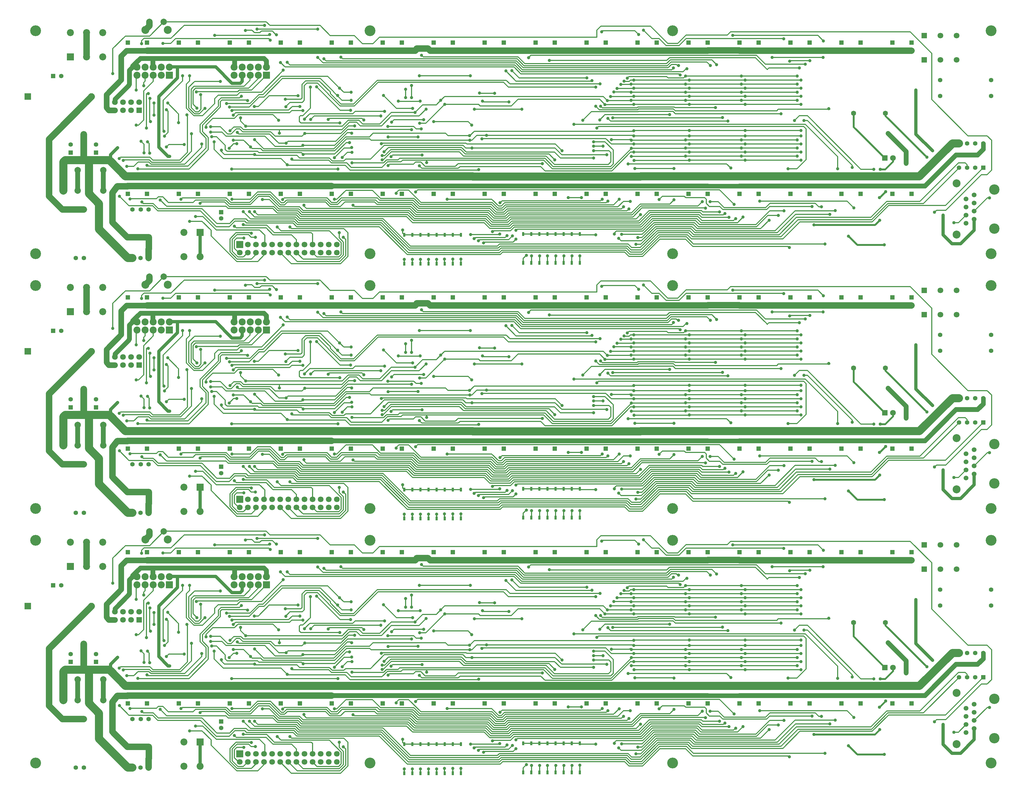
<source format=gbl>
G04 Layer_Physical_Order=2*
G04 Layer_Color=16711680*
%FSLAX25Y25*%
%MOIN*%
G70*
G01*
G75*
%ADD30C,0.05905*%
%ADD31C,0.07874*%
%ADD32C,0.01181*%
%ADD33C,0.05512*%
%ADD37C,0.03937*%
%ADD40C,0.07087*%
%ADD43C,0.02362*%
%ADD51C,0.09842*%
%ADD52C,0.05512*%
%ADD53R,0.05512X0.05512*%
%ADD54C,0.07874*%
%ADD55R,0.05512X0.05512*%
%ADD56R,0.07087X0.07087*%
%ADD57C,0.07087*%
%ADD58C,0.08661*%
%ADD59R,0.08661X0.08661*%
%ADD60C,0.13386*%
%ADD61R,0.08268X0.08268*%
%ADD62C,0.08268*%
%ADD63C,0.09842*%
%ADD64C,0.06299*%
%ADD65C,0.05905*%
%ADD66C,0.12795*%
%ADD67C,0.03937*%
%ADD68C,0.04000*%
%ADD69R,0.02756X0.04724*%
%ADD70C,0.08268*%
D30*
X137795Y226378D02*
Y230315D01*
X137638Y226535D02*
X137795Y226378D01*
X137323Y226535D02*
X137638D01*
X159606Y269843D02*
X164724D01*
X159606D02*
Y271153D01*
X284803Y269843D02*
X285433Y270472D01*
X324748Y269728D02*
Y269787D01*
X324803Y269843D01*
X324748Y269728D02*
X324748Y269788D01*
X870079Y290354D02*
Y290512D01*
X1122047Y123031D02*
X1138780D01*
X91535Y117126D02*
Y142717D01*
X123031Y117126D02*
Y142717D01*
X159606Y271153D02*
X168965Y280512D01*
X285433Y270472D02*
Y280512D01*
X321850D02*
X324803Y277559D01*
X324748Y269788D02*
X324803Y277559D01*
X155591Y265827D02*
X159606Y269843D01*
X184449Y270118D02*
X184724Y269843D01*
X184449Y280512D02*
X285433D01*
X468504Y123031D02*
X492126D01*
X429134D02*
X468504D01*
X555118D02*
X594488D01*
X618110D01*
X720472D02*
X744095D01*
X681102D02*
X720472D01*
X657480D02*
X681102D01*
X783465D02*
X807087D01*
X846457D01*
X870079D01*
X909449D02*
X933071D01*
X972441D01*
X996063D01*
X909449Y290354D02*
Y290512D01*
X1035433Y123031D02*
X1059055D01*
X1098425D01*
X1122047D01*
X1177165Y161417D02*
X1203740D01*
X1210630Y168307D01*
X155591Y248465D02*
Y265827D01*
X154528Y247402D02*
X155591Y248465D01*
X154528Y247047D02*
Y247402D01*
X137795Y230315D02*
X154528Y247047D01*
X184449Y270118D02*
Y280512D01*
X1138780Y123031D02*
X1177165Y161417D01*
X405512Y123031D02*
X429134D01*
X285433Y280512D02*
X321850D01*
X168965D02*
X184449D01*
X531496Y123031D02*
X555118D01*
X744095D02*
X783465D01*
X492126D02*
X531496D01*
X618110D02*
X657480D01*
X996063D02*
X1035433D01*
X1093035Y188035D02*
X1115354Y165717D01*
Y150787D02*
Y165717D01*
X137795Y541339D02*
Y545276D01*
X137638Y541496D02*
X137795Y541339D01*
X137323Y541496D02*
X137638D01*
X159606Y584803D02*
X164724D01*
X159606D02*
Y586114D01*
X284803Y584803D02*
X285433Y585433D01*
X324748Y584689D02*
Y584748D01*
X324803Y584803D01*
X324748Y584689D02*
X324748Y584749D01*
X870079Y605315D02*
Y605472D01*
X1122047Y437992D02*
X1138780D01*
X91535Y432087D02*
Y457677D01*
X123031Y432087D02*
Y457677D01*
X159606Y586114D02*
X168965Y595472D01*
X285433Y585433D02*
Y595472D01*
X321850D02*
X324803Y592520D01*
X324748Y584749D02*
X324803Y592520D01*
X155591Y580787D02*
X159606Y584803D01*
X184449Y585079D02*
X184724Y584803D01*
X184449Y595472D02*
X285433D01*
X468504Y437992D02*
X492126D01*
X429134D02*
X468504D01*
X555118D02*
X594488D01*
X618110D01*
X720472D02*
X744095D01*
X681102D02*
X720472D01*
X657480D02*
X681102D01*
X783465D02*
X807087D01*
X846457D01*
X870079D01*
X909449D02*
X933071D01*
X972441D01*
X996063D01*
X909449Y605315D02*
Y605472D01*
X1035433Y437992D02*
X1059055D01*
X1098425D01*
X1122047D01*
X1177165Y476378D02*
X1203740D01*
X1210630Y483268D01*
X155591Y563425D02*
Y580787D01*
X154528Y562362D02*
X155591Y563425D01*
X154528Y562008D02*
Y562362D01*
X137795Y545276D02*
X154528Y562008D01*
X184449Y585079D02*
Y595472D01*
X1138780Y437992D02*
X1177165Y476378D01*
X405512Y437992D02*
X429134D01*
X285433Y595472D02*
X321850D01*
X168965D02*
X184449D01*
X531496Y437992D02*
X555118D01*
X744095D02*
X783465D01*
X492126D02*
X531496D01*
X618110D02*
X657480D01*
X996063D02*
X1035433D01*
X1093035Y502996D02*
X1115354Y480677D01*
Y465748D02*
Y480677D01*
X137795Y856299D02*
Y860236D01*
X137638Y856457D02*
X137795Y856299D01*
X137323Y856457D02*
X137638D01*
X159606Y899764D02*
X164724D01*
X159606D02*
Y901075D01*
X284803Y899764D02*
X285433Y900394D01*
X324748Y899650D02*
Y899709D01*
X324803Y899764D01*
X324748Y899650D02*
X324748Y899709D01*
X870079Y920276D02*
Y920433D01*
X1122047Y752953D02*
X1138780D01*
X91535Y747047D02*
Y772638D01*
X123031Y747047D02*
Y772638D01*
X159606Y901075D02*
X168965Y910433D01*
X285433Y900394D02*
Y910433D01*
X321850D02*
X324803Y907480D01*
X324748Y899709D02*
X324803Y907480D01*
X155591Y895748D02*
X159606Y899764D01*
X184449Y900039D02*
X184724Y899764D01*
X184449Y910433D02*
X285433D01*
X468504Y752953D02*
X492126D01*
X429134D02*
X468504D01*
X555118D02*
X594488D01*
X618110D01*
X720472D02*
X744095D01*
X681102D02*
X720472D01*
X657480D02*
X681102D01*
X783465D02*
X807087D01*
X846457D01*
X870079D01*
X909449D02*
X933071D01*
X972441D01*
X996063D01*
X909449Y920276D02*
Y920433D01*
X1035433Y752953D02*
X1059055D01*
X1098425D01*
X1122047D01*
X1177165Y791339D02*
X1203740D01*
X1210630Y798228D01*
X155591Y878386D02*
Y895748D01*
X154528Y877323D02*
X155591Y878386D01*
X154528Y876968D02*
Y877323D01*
X137795Y860236D02*
X154528Y876968D01*
X184449Y900039D02*
Y910433D01*
X1138780Y752953D02*
X1177165Y791339D01*
X405512Y752953D02*
X429134D01*
X285433Y910433D02*
X321850D01*
X168965D02*
X184449D01*
X531496Y752953D02*
X555118D01*
X744095D02*
X783465D01*
X492126D02*
X531496D01*
X618110D02*
X657480D01*
X996063D02*
X1035433D01*
X1093035Y817957D02*
X1115354Y795638D01*
Y780709D02*
Y795638D01*
D31*
X104921Y143110D02*
X105315Y142717D01*
Y143504D01*
X134449Y78150D02*
X134843Y77756D01*
X179173Y44842D02*
X179331Y45000D01*
Y59646D01*
X180118Y320866D02*
Y325787D01*
X175197Y315945D02*
X180118Y320866D01*
X492126Y290354D02*
X508622D01*
X510472Y292205D01*
Y292913D01*
X527047Y290354D02*
X531496D01*
X524488Y292913D02*
X527047Y290354D01*
X140354Y122638D02*
X152362D01*
X134449Y114764D02*
X140354Y122638D01*
X134449Y78150D02*
Y114764D01*
X179173Y33898D02*
Y44842D01*
X102480Y282480D02*
Y312480D01*
X240158Y290354D02*
X279528D01*
X177165D02*
X216535D01*
X240158D01*
X366142D02*
X405512D01*
X342520D02*
X366142D01*
X303150D02*
X342520D01*
X468504D02*
X492126D01*
X429134D02*
X468504D01*
X510472Y292913D02*
X524488D01*
X594488Y290354D02*
X618110D01*
X555118D02*
X594488D01*
X681102D02*
X720472D01*
X657480D02*
X681102D01*
X720472D02*
X744095D01*
X783465D02*
X807087D01*
X846457D02*
X870079D01*
X807087D02*
X846457D01*
X909449D02*
X933071D01*
X972441D02*
X996063D01*
X933071D02*
X972441D01*
X1035433D02*
X1059055D01*
X1098425D01*
X1122047D01*
X153150Y122638D02*
X153543Y123031D01*
X152756D02*
X153150Y122638D01*
X152362D02*
X152756Y123031D01*
X89173Y93898D02*
X99173D01*
X134843Y77756D02*
X152953Y59646D01*
X216535Y123031D02*
X240158D01*
X177165D02*
X216535D01*
X240158D02*
X279528D01*
X303150D02*
X342520D01*
X366142D01*
X405512D01*
X152953Y59646D02*
X179331D01*
X279528Y290354D02*
X303150D01*
X405512D02*
X429134D01*
X870079Y290512D02*
X909449D01*
X618110Y290354D02*
X657480D01*
X744095D02*
X783465D01*
X531496D02*
X555118D01*
X996063D02*
X1035433D01*
X279528Y123031D02*
X303150D01*
X153543D02*
X177165D01*
X56102Y110236D02*
Y181102D01*
Y110236D02*
X72441Y93898D01*
X89173D01*
X104921Y458071D02*
X105315Y457677D01*
Y458465D01*
X134449Y393110D02*
X134843Y392717D01*
X179173Y359803D02*
X179331Y359961D01*
Y374606D01*
X180118Y635827D02*
Y640748D01*
X175197Y630905D02*
X180118Y635827D01*
X492126Y605315D02*
X508622D01*
X510472Y607165D01*
Y607874D01*
X527047Y605315D02*
X531496D01*
X524488Y607874D02*
X527047Y605315D01*
X140354Y437598D02*
X152362D01*
X134449Y429724D02*
X140354Y437598D01*
X134449Y393110D02*
Y429724D01*
X179173Y348858D02*
Y359803D01*
X102480Y597441D02*
Y627441D01*
X240158Y605315D02*
X279528D01*
X177165D02*
X216535D01*
X240158D01*
X366142D02*
X405512D01*
X342520D02*
X366142D01*
X303150D02*
X342520D01*
X468504D02*
X492126D01*
X429134D02*
X468504D01*
X510472Y607874D02*
X524488D01*
X594488Y605315D02*
X618110D01*
X555118D02*
X594488D01*
X681102D02*
X720472D01*
X657480D02*
X681102D01*
X720472D02*
X744095D01*
X783465D02*
X807087D01*
X846457D02*
X870079D01*
X807087D02*
X846457D01*
X909449D02*
X933071D01*
X972441D02*
X996063D01*
X933071D02*
X972441D01*
X1035433D02*
X1059055D01*
X1098425D01*
X1122047D01*
X153150Y437598D02*
X153543Y437992D01*
X152756D02*
X153150Y437598D01*
X152362D02*
X152756Y437992D01*
X89173Y408858D02*
X99173D01*
X134843Y392717D02*
X152953Y374606D01*
X216535Y437992D02*
X240158D01*
X177165D02*
X216535D01*
X240158D02*
X279528D01*
X303150D02*
X342520D01*
X366142D01*
X405512D01*
X152953Y374606D02*
X179331D01*
X279528Y605315D02*
X303150D01*
X405512D02*
X429134D01*
X870079Y605472D02*
X909449D01*
X618110Y605315D02*
X657480D01*
X744095D02*
X783465D01*
X531496D02*
X555118D01*
X996063D02*
X1035433D01*
X279528Y437992D02*
X303150D01*
X153543D02*
X177165D01*
X56102Y425197D02*
Y496063D01*
Y425197D02*
X72441Y408858D01*
X89173D01*
X104921Y773032D02*
X105315Y772638D01*
Y773425D01*
X134449Y708071D02*
X134843Y707677D01*
X179173Y674764D02*
X179331Y674921D01*
Y689567D01*
X180118Y950787D02*
Y955709D01*
X175197Y945866D02*
X180118Y950787D01*
X492126Y920276D02*
X508622D01*
X510472Y922126D01*
Y922835D01*
X527047Y920276D02*
X531496D01*
X524488Y922835D02*
X527047Y920276D01*
X140354Y752559D02*
X152362D01*
X134449Y744685D02*
X140354Y752559D01*
X134449Y708071D02*
Y744685D01*
X179173Y663819D02*
Y674764D01*
X102480Y912402D02*
Y942402D01*
X240158Y920276D02*
X279528D01*
X177165D02*
X216535D01*
X240158D01*
X366142D02*
X405512D01*
X342520D02*
X366142D01*
X303150D02*
X342520D01*
X468504D02*
X492126D01*
X429134D02*
X468504D01*
X510472Y922835D02*
X524488D01*
X594488Y920276D02*
X618110D01*
X555118D02*
X594488D01*
X681102D02*
X720472D01*
X657480D02*
X681102D01*
X720472D02*
X744095D01*
X783465D02*
X807087D01*
X846457D02*
X870079D01*
X807087D02*
X846457D01*
X909449D02*
X933071D01*
X972441D02*
X996063D01*
X933071D02*
X972441D01*
X1035433D02*
X1059055D01*
X1098425D01*
X1122047D01*
X153150Y752559D02*
X153543Y752953D01*
X152756D02*
X153150Y752559D01*
X152362D02*
X152756Y752953D01*
X89173Y723819D02*
X99173D01*
X134843Y707677D02*
X152953Y689567D01*
X216535Y752953D02*
X240158D01*
X177165D02*
X216535D01*
X240158D02*
X279528D01*
X303150D02*
X342520D01*
X366142D01*
X405512D01*
X152953Y689567D02*
X179331D01*
X279528Y920276D02*
X303150D01*
X405512D02*
X429134D01*
X870079Y920433D02*
X909449D01*
X618110Y920276D02*
X657480D01*
X744095D02*
X783465D01*
X531496D02*
X555118D01*
X996063D02*
X1035433D01*
X279528Y752953D02*
X303150D01*
X153543D02*
X177165D01*
X56102Y740158D02*
Y811024D01*
Y740158D02*
X72441Y723819D01*
X89173D01*
D32*
X143110Y110433D02*
X154921Y98622D01*
X147835Y154528D02*
X148602Y155295D01*
X170748Y103228D02*
X172598Y101378D01*
X184843D01*
X177008Y148543D02*
X178504D01*
Y147638D02*
Y148543D01*
X167165Y144291D02*
X167480Y143976D01*
X165945Y144291D02*
X167165D01*
X160945Y147441D02*
X166004Y152500D01*
X179508D01*
X181968Y150039D01*
X180098Y155295D02*
X182953Y152441D01*
X179921Y164173D02*
X180512Y163583D01*
X177756Y177756D02*
X179921Y175591D01*
Y164173D02*
Y175591D01*
X169882Y178150D02*
X173425Y174606D01*
Y163976D02*
Y174606D01*
X163748Y198228D02*
X166732D01*
X172990Y204486D01*
X180433Y203043D02*
X180917Y202559D01*
X181299D01*
X176575Y236811D02*
X177205Y237441D01*
X185748Y225472D02*
X185787Y225512D01*
X177205Y237441D02*
X177417Y237228D01*
X178748D01*
X180433Y230827D02*
X180905Y231299D01*
X184724Y252441D02*
Y259842D01*
X163779D02*
X164724D01*
X173031Y250866D02*
X174724Y252559D01*
Y259842D01*
X196653Y109646D02*
X203571Y102728D01*
X191142Y109646D02*
X196653D01*
X193504Y105709D02*
X201378Y97835D01*
X188779Y107283D02*
X191142Y109646D01*
X198748Y184728D02*
Y184984D01*
X201142Y171181D02*
X204189Y174228D01*
X197136Y191841D02*
X198248Y190728D01*
X202992Y189228D02*
Y215484D01*
X202748Y225520D02*
Y225728D01*
X197835Y325787D02*
X198083Y326035D01*
X229724Y79331D02*
X245276D01*
X242748Y101728D02*
X244248Y103228D01*
X219248Y106728D02*
X220748Y108228D01*
X234055Y102728D02*
X237075Y105748D01*
X244685Y171102D02*
Y175000D01*
X226575Y210827D02*
X227118Y210283D01*
X236968Y214724D02*
X240787D01*
X235984Y212323D02*
X241772D01*
X245630Y190354D02*
Y198346D01*
X242795Y189488D02*
Y198898D01*
X235000Y209921D02*
X245866D01*
X238248Y239228D02*
X238748Y239728D01*
X243583Y235787D02*
X243937Y235433D01*
Y217874D02*
Y235433D01*
X234055Y224134D02*
X238898Y219291D01*
X234055Y224134D02*
Y240728D01*
X237185Y243858D01*
X231653Y220039D02*
Y242728D01*
X228872Y219435D02*
Y245144D01*
X221248Y252980D02*
Y259228D01*
X229748Y252819D02*
Y259228D01*
X225807Y248878D02*
X229748Y252819D01*
X269248Y165673D02*
Y167228D01*
Y165673D02*
X272913Y162008D01*
X273941Y168035D02*
Y173303D01*
X257283Y184055D02*
X263189D01*
X273941Y173303D01*
X260039Y168307D02*
Y177756D01*
X250197Y170039D02*
Y182087D01*
X252953Y167913D02*
Y183031D01*
X250197Y195591D02*
Y198386D01*
X258539Y206728D01*
X255748Y196228D02*
X267787D01*
X255748Y189728D02*
X269878D01*
X265472Y221575D02*
Y228465D01*
X248504Y219055D02*
X248543Y219094D01*
X248622D01*
X260827Y230945D02*
X265118Y235236D01*
X265472Y228465D02*
X268898Y231890D01*
X267874Y220590D02*
Y227402D01*
X269803Y229331D01*
X275394Y225000D02*
X275748D01*
X260827Y224882D02*
Y230945D01*
X289567Y35236D02*
X296256D01*
X285236Y45866D02*
Y55709D01*
X288256Y58728D01*
X296748D01*
X290374Y40728D02*
X291748D01*
X285236Y45866D02*
X290374Y40728D01*
X282480Y56890D02*
X288386Y62795D01*
X282480Y42323D02*
Y56890D01*
X279724Y57677D02*
X287276Y65228D01*
X279724Y41535D02*
Y57677D01*
X302681Y62795D02*
X305748Y59728D01*
X288386Y62795D02*
X302681D01*
X287276Y65228D02*
X305748D01*
X296248Y91228D02*
X305248Y82228D01*
X296248Y75228D02*
X296748Y74728D01*
X285236Y73425D02*
X287433Y71228D01*
X297990Y79486D02*
X300248Y77228D01*
X299847Y82130D02*
X302248Y79728D01*
X284886Y82130D02*
X299847D01*
X279331Y76575D02*
X284886Y82130D01*
X285785Y79486D02*
X297990D01*
X278937Y72638D02*
X285785Y79486D01*
X282248Y106728D02*
X304748D01*
X279748Y100228D02*
X305248D01*
X280748Y102728D02*
X304248D01*
X284248Y175228D02*
X288248D01*
X278748Y169728D02*
X284248Y175228D01*
X296532Y179728D02*
X305118Y171142D01*
X283748Y179728D02*
X296532D01*
X287563Y193543D02*
X291748D01*
X293248Y195945D02*
X296465Y192728D01*
X291748Y193543D02*
X295488Y189803D01*
X288748Y189228D02*
X290575Y187402D01*
X285248Y206728D02*
X289740Y211221D01*
X283748Y210728D02*
X286707Y213687D01*
X284465Y195945D02*
X293248D01*
X279748Y191228D02*
X284465Y195945D01*
X281248Y187228D02*
X287563Y193543D01*
X289531Y239728D02*
X291260Y241457D01*
X288425Y235236D02*
X288504Y235315D01*
X288543D01*
X292284Y239055D01*
X291575Y231890D02*
X293779Y234095D01*
X279248Y220728D02*
X303602D01*
X300748Y229331D02*
X301417Y228661D01*
X303228Y259842D02*
X304803D01*
X304410D02*
X304803D01*
X304410Y253701D02*
Y259842D01*
X298937Y315276D02*
Y315748D01*
X311748Y38228D02*
Y40728D01*
X321748Y37496D02*
Y40728D01*
Y50728D02*
X322748Y51728D01*
Y62228D01*
X310248Y91228D02*
X314248Y87228D01*
X313748Y115728D02*
X329748D01*
X319764Y106378D02*
X328598D01*
X315248Y110228D02*
X328248D01*
X314248Y112728D02*
X329248D01*
X307126Y169134D02*
X317795D01*
X310197Y180433D02*
X321575Y169055D01*
X317795Y169134D02*
X320276Y166654D01*
X310118Y162008D02*
X311221Y160906D01*
X313701Y165945D02*
X315413Y164232D01*
X322673Y184728D02*
X335591Y171811D01*
X315315Y235827D02*
X320346D01*
X315945Y233071D02*
X321665D01*
X314779Y221260D02*
X328248Y234728D01*
X309842Y221260D02*
X314779D01*
X314803Y255984D02*
Y259842D01*
X318661Y314685D02*
X331968D01*
X316496Y312520D02*
X318661Y314685D01*
X310039Y312520D02*
X316496D01*
X327756Y309252D02*
X328622Y310118D01*
X324535Y326035D02*
X329035Y321535D01*
X361748Y50728D02*
Y56728D01*
X355748Y62728D02*
X361748Y56728D01*
X353748Y72228D02*
X355748Y70228D01*
X338248Y72228D02*
X342748Y67728D01*
X340248Y94728D02*
X364748D01*
X357748Y77228D02*
X362248Y72728D01*
X358748Y79728D02*
X363248Y75228D01*
X359748Y82228D02*
X364248Y77728D01*
X360748Y84728D02*
X365248Y80228D01*
X338248Y89728D02*
X362748D01*
X339248Y92228D02*
X363748D01*
X344748Y106228D02*
X346748Y108228D01*
X346248Y102228D02*
X349748Y105728D01*
X343248Y102228D02*
X346248D01*
X347248Y99728D02*
X350748Y103228D01*
X342248Y99728D02*
X347248D01*
X341248Y97228D02*
X365748D01*
X350433Y149252D02*
X351102Y148583D01*
X349016Y175787D02*
X351417Y178189D01*
X340000Y175787D02*
X349016D01*
X365591Y202598D02*
Y208701D01*
X340815Y192728D02*
X340827Y192717D01*
Y188268D02*
Y192717D01*
X348819Y220866D02*
Y221260D01*
X345472Y265787D02*
Y266339D01*
X342248Y275728D02*
X342264D01*
X347756Y270236D01*
X381748Y50728D02*
Y63728D01*
X380248Y65228D02*
X381748Y63728D01*
X371063Y98378D02*
Y99410D01*
X368051Y164232D02*
X370197Y162087D01*
X368189Y171811D02*
X369016Y172638D01*
X369803Y173425D01*
X369882D01*
X370197Y162087D02*
X370630Y162520D01*
X371575Y205472D02*
X371811D01*
X371575D02*
X378465Y212362D01*
X379606Y205433D02*
X383902Y209728D01*
X367284Y230228D02*
X368748Y231693D01*
X419882Y37598D02*
Y53740D01*
X417126Y38386D02*
Y52953D01*
X414748Y58874D02*
Y65228D01*
Y58874D02*
X419882Y53740D01*
Y59646D02*
X422638Y56890D01*
X399748Y108228D02*
X405248Y102728D01*
X411748D01*
X417248Y108228D01*
X398748Y105728D02*
X404248Y100228D01*
X412748D01*
X418248Y105728D01*
X397748Y103228D02*
X403248Y97728D01*
X416248D01*
X421748Y103228D01*
X408858Y106496D02*
X411811D01*
X423071Y117756D01*
X401850Y154882D02*
X405138Y151594D01*
X406043Y154075D02*
X420571D01*
X405138Y151594D02*
X424035D01*
X409213Y162520D02*
X423425Y176732D01*
X418347Y158386D02*
X424724Y164764D01*
X408661Y157953D02*
X420748Y170039D01*
X409016Y166654D02*
X423661Y181299D01*
X408032Y169055D02*
X422677Y183701D01*
X400984Y205315D02*
X402441Y206772D01*
X412441Y234606D02*
X412677Y234842D01*
X412205D02*
X412677D01*
X412205D02*
X412441Y234606D01*
X407638Y239409D02*
Y239646D01*
X401142Y236496D02*
Y236835D01*
X403622Y237402D02*
Y239173D01*
Y237402D02*
X416811Y224213D01*
X401142Y236496D02*
X415827Y221811D01*
X412441Y234606D02*
X418189Y228858D01*
X407638Y239409D02*
X412205Y234842D01*
X415118Y244016D02*
X420354Y238779D01*
X416929Y282165D02*
X418866Y280228D01*
X431890Y99252D02*
X433413Y97728D01*
X430315Y151772D02*
X430617Y151469D01*
X430276Y170039D02*
Y170551D01*
X452402Y181299D02*
X454095Y179606D01*
X439173Y204370D02*
X443819Y199724D01*
X436260Y201969D02*
X440906Y197323D01*
X427402Y201969D02*
X436260D01*
X431535Y212362D02*
X434402Y215228D01*
X430276Y188268D02*
Y189055D01*
X442835Y206772D02*
X445079Y204528D01*
X485157Y113937D02*
Y114638D01*
X461748Y108228D02*
X464748Y105228D01*
X459795Y105728D02*
X462795Y102728D01*
X458614Y103228D02*
X461614Y100228D01*
X475248Y148228D02*
X476941Y149921D01*
X467748Y155228D02*
X469248D01*
X469489Y151469D02*
X473335Y155315D01*
X467583Y146063D02*
X474433Y152913D01*
X478748Y159228D02*
X480740Y161221D01*
X475000Y183661D02*
X475079Y183740D01*
X466748Y175228D02*
X467465Y175945D01*
X471102Y160472D02*
X478543Y167913D01*
X467717Y160472D02*
X471102D01*
X470248Y165228D02*
X475689Y170669D01*
X467126Y197323D02*
X479252Y209449D01*
X464724Y199724D02*
X479016Y214016D01*
X479055Y213976D01*
X469488Y235079D02*
X485472Y219094D01*
X495248Y26941D02*
Y32228D01*
X505248Y26941D02*
Y32228D01*
X515248Y26941D02*
Y32228D01*
X495248Y62728D02*
X505248D01*
X515248D01*
X493248Y64728D02*
X495248Y62728D01*
X502248Y95228D02*
X509748Y87728D01*
X501248Y92728D02*
X508748Y85228D01*
X497882D02*
X505382Y77728D01*
X499248Y87728D02*
X506748Y80228D01*
X500248Y90228D02*
X507748Y82728D01*
X509016Y115591D02*
X511654Y118228D01*
X488551Y118032D02*
X500445D01*
X515748Y102728D01*
X507248Y107728D02*
X514748Y100228D01*
X506248Y105228D02*
X513748Y97728D01*
X491063Y152913D02*
X493032Y154882D01*
X509094Y152480D02*
X515709D01*
X506535Y149921D02*
X509094Y152480D01*
X514016Y200591D02*
X514055Y200551D01*
X506890Y196728D02*
X509878Y193740D01*
X504095Y192835D02*
X504173Y192756D01*
X496811Y232205D02*
Y242756D01*
X514606Y227638D02*
X514764Y227795D01*
X487677D02*
X487835Y227638D01*
X514606D01*
X525248Y26941D02*
Y32228D01*
X535248Y26941D02*
Y32228D01*
X544748Y27441D02*
Y32728D01*
Y27441D02*
X545248Y26941D01*
X525248Y62728D02*
X535248D01*
X545248D01*
X522795Y151850D02*
Y154882D01*
X521850Y200551D02*
Y200591D01*
X534646Y223228D02*
X540197Y228780D01*
X545146Y233728D01*
X517717Y223228D02*
X534646D01*
X555248Y26941D02*
Y32728D01*
X565248Y26941D02*
Y32728D01*
X555248Y62728D02*
X565248D01*
X561850Y144882D02*
X563996Y147028D01*
X558268Y147283D02*
X561713Y150728D01*
X563209Y165177D02*
X568307Y160079D01*
X565158Y167913D02*
X570590Y162480D01*
X565906Y170669D02*
X571693Y164882D01*
X571614Y175945D02*
X572520Y175039D01*
X567646Y173425D02*
X571189Y169882D01*
X549213Y185236D02*
X575787D01*
X586811Y55315D02*
X587992Y56496D01*
X581299Y58071D02*
X582091D01*
X583248Y59228D01*
X593248Y52728D02*
X594248Y53728D01*
X593748Y77728D02*
X600748Y70728D01*
X594748Y80228D02*
X601748Y73228D01*
X595748Y82728D02*
X602748Y75728D01*
X596748Y85228D02*
X603748Y78228D01*
X597748Y87728D02*
X604748Y80728D01*
X598748Y90228D02*
X605748Y83228D01*
X589748Y181728D02*
X590177Y181299D01*
X591142D01*
X584842Y185630D02*
X596654D01*
X578819Y179606D02*
X584842Y185630D01*
X591890Y227795D02*
X592457Y227228D01*
X592717Y226969D01*
X587047Y223780D02*
X588819Y222008D01*
X581732Y217795D02*
X581850Y217913D01*
X588965Y237728D02*
X589094Y237598D01*
X588465Y238228D02*
X588965Y237728D01*
X588031Y237795D02*
X588465Y238228D01*
X612402Y62795D02*
X613189Y63583D01*
X613748Y38228D02*
X616748Y41228D01*
X612748Y40728D02*
X615748Y43728D01*
X611998Y43478D02*
X614748Y46228D01*
X619748Y59228D02*
X622248Y61728D01*
X624016Y56496D02*
X628748Y61228D01*
X629748Y53728D02*
X633248Y57228D01*
X610248Y48728D02*
X612748Y51228D01*
X611248Y46228D02*
X613748Y48728D01*
X618248Y90728D02*
X622248Y94728D01*
X619248Y88228D02*
X623248Y92228D01*
X620248Y85728D02*
X624248Y89728D01*
X621248Y83228D02*
X625248Y87228D01*
X622248Y80728D02*
X626248Y84728D01*
X623248Y78228D02*
X627248Y82228D01*
X610748Y95728D02*
X616248D01*
X609748Y93228D02*
X617248D01*
X608748Y90728D02*
X618248D01*
X607748Y88228D02*
X619248D01*
X633248Y68228D02*
X634748Y69728D01*
X624248Y75728D02*
X628248Y79728D01*
X626539Y67520D02*
X631248Y72228D01*
X626248Y70728D02*
X630248Y74728D01*
X625248Y73228D02*
X629248Y77228D01*
X613386Y102126D02*
X615988Y104728D01*
X615248Y98228D02*
X619248Y102228D01*
X611748Y98228D02*
X615248D01*
X652248Y27941D02*
X652362Y28055D01*
X662248Y27941D02*
X662362Y28055D01*
X642248Y63728D02*
X652248D01*
X662248D01*
X648748Y281728D02*
X651469Y284449D01*
X672126Y28063D02*
X672248Y27941D01*
Y63728D02*
X682248D01*
X692248D01*
X667618Y154882D02*
X678272Y144228D01*
X681937Y175039D02*
X690248Y166728D01*
X681606Y169882D02*
X689748Y161740D01*
X680905Y164882D02*
X688059Y157728D01*
X674528Y278150D02*
Y278425D01*
X712248Y27941D02*
X712362Y28055D01*
X712248Y28169D02*
X712362Y28055D01*
X702248Y63728D02*
X712248D01*
X713248Y62728D01*
X714248Y108728D02*
X714748D01*
X697748D02*
X714248D01*
X754748Y63728D02*
Y64728D01*
X737748Y104728D02*
X739748Y106728D01*
X744748Y102228D02*
X746748Y104228D01*
X747441Y149728D02*
X750591Y152878D01*
X750087Y147067D02*
X753333Y150313D01*
X729248Y172228D02*
X740748D01*
X744248Y181728D02*
X751094Y174882D01*
X745472Y161614D02*
Y161740D01*
X729248Y177728D02*
X743110D01*
X753333Y167506D01*
X729248Y166728D02*
X748228D01*
X750591Y164366D01*
X733248Y194728D02*
X735163Y196644D01*
X746748Y206728D02*
X750248Y203228D01*
X736748Y204728D02*
X743263Y211244D01*
X741248Y233728D02*
X746248Y228728D01*
X736772Y230205D02*
X743248Y223728D01*
X739055Y313740D02*
Y314843D01*
X733035Y315535D02*
X738035Y320535D01*
X760248Y58228D02*
X763248Y55228D01*
X770575Y92228D02*
X772874Y94528D01*
X766142Y104095D02*
X774370D01*
X759276Y97228D02*
X766142Y104095D01*
X771661Y150228D02*
X771748Y150315D01*
X771661Y150228D02*
X771748D01*
X774413Y181063D02*
X775748Y179728D01*
X773579Y180228D02*
X774413Y181063D01*
X777953Y185630D02*
X778701Y184882D01*
X775748Y169228D02*
Y169728D01*
X774902Y164882D02*
X778701D01*
X778248Y190728D02*
X778748Y191228D01*
X779134Y191614D01*
X774988Y239228D02*
X775437Y238779D01*
X778650Y233728D02*
X778701Y233780D01*
X775386Y228728D02*
X775437Y228780D01*
X778650Y223728D02*
X778701Y223780D01*
X778650Y243728D02*
X778701Y243779D01*
X758248Y243728D02*
X778650D01*
X772748Y258228D02*
X777248D01*
X774748Y253780D02*
X778701D01*
X773197Y252228D02*
X774748Y253780D01*
X767248Y252228D02*
X773197D01*
X775386Y248728D02*
X775437Y248780D01*
X762748Y248728D02*
X775386D01*
X766748Y252728D02*
X767248Y252228D01*
X770748Y256228D02*
X772748Y258228D01*
X780000Y314843D02*
X784685Y310157D01*
X788748Y59228D02*
X788748Y59228D01*
X789748Y67228D02*
X802748Y80228D01*
X788748Y69728D02*
X801748Y82728D01*
X787748Y72228D02*
X800748Y85228D01*
X810118Y106378D02*
X814095Y110354D01*
X810118Y106378D02*
X810157D01*
X801260Y305157D02*
X810197D01*
X841220Y110354D02*
X843110Y108465D01*
X823486Y100691D02*
X828583Y105787D01*
X828343Y144728D02*
X828504Y144567D01*
X842402Y180315D02*
X842835Y179882D01*
X842315Y180228D02*
X842402Y180315D01*
X841815Y179728D02*
X842315Y180228D01*
X842681Y169728D02*
X842835Y169882D01*
X842681Y159728D02*
X842835Y159882D01*
X827362Y215158D02*
X830118Y212402D01*
X784845Y215158D02*
X827362D01*
X823133Y211244D02*
X823189Y211299D01*
X828937Y220669D02*
X829724Y219882D01*
X840610Y256555D02*
X842835Y258780D01*
X819331Y258347D02*
X821122Y256555D01*
X840610D01*
X839701Y264228D02*
X843386Y267913D01*
X844291D01*
X834689Y261728D02*
X836102Y260315D01*
X821248Y269228D02*
X825445Y273425D01*
X831299D01*
X832874Y271850D01*
X834055D01*
X825784Y266728D02*
X827756Y268701D01*
Y269094D01*
X834842Y296654D02*
X843347Y305157D01*
X818701Y296654D02*
X834842D01*
X819449Y278150D02*
X822992Y281693D01*
X847445Y154728D02*
X847598Y154882D01*
Y223780D02*
X847638Y223819D01*
X873425Y271850D02*
X873465D01*
X889551Y87228D02*
X891299Y88976D01*
X904409Y82480D02*
X904921D01*
X902157Y80228D02*
X904409Y82480D01*
X884685Y118228D02*
X902795Y100118D01*
X893504Y150315D02*
X898661Y145158D01*
X752748Y207228D02*
X888386D01*
Y207677D01*
X894961Y203228D02*
X895079Y203346D01*
X887937Y207228D02*
X888386Y207677D01*
X896260Y223780D02*
Y223819D01*
X894535Y309535D02*
X898535Y313535D01*
X946653Y92165D02*
X964409D01*
X944488Y86614D02*
X957480D01*
X956909Y217500D02*
X957323Y217913D01*
X956909Y217146D02*
Y217500D01*
X963740Y305157D02*
X963976Y304921D01*
X969882Y48228D02*
X971063Y47047D01*
X969449Y144370D02*
X980591D01*
X991929Y155709D01*
X971614Y277323D02*
X972283Y277992D01*
X1027756Y92441D02*
X1027913Y92598D01*
X1153035Y93035D02*
X1164535D01*
X1150535Y90535D02*
X1153035Y93035D01*
X1180035Y77535D02*
X1189535Y87035D01*
X1190630Y145669D02*
Y149252D01*
X1188307Y151575D02*
X1190630Y149252D01*
X1180079Y151575D02*
X1188307D01*
X1180630Y145158D02*
Y145669D01*
X1215535Y137035D02*
X1221035Y142535D01*
X1208535Y137035D02*
X1215535D01*
X142717Y156890D02*
X144291Y158465D01*
X134843Y292795D02*
X150354Y308307D01*
X180945Y158465D02*
X184567Y154842D01*
X163779Y241732D02*
Y259842D01*
X185748Y210728D02*
Y225472D01*
X172990Y204486D02*
Y240707D01*
X184724Y252441D01*
X176575Y194685D02*
Y236811D01*
X180433Y203043D02*
Y230827D01*
X173031Y247047D02*
Y250866D01*
X201248Y217228D02*
X202992Y215484D01*
X197136Y191841D02*
Y228868D01*
X198748Y184984D02*
X202992Y189228D01*
X217480Y154842D02*
X227118Y164480D01*
X218622Y152441D02*
X232087Y165905D01*
X225807Y219114D02*
X235000Y209921D01*
X231653Y220039D02*
X236968Y214724D01*
X240787D02*
X243937Y217874D01*
X228872Y219435D02*
X235984Y212323D01*
X231653Y242728D02*
X235185Y246260D01*
X228872Y245144D02*
X235957Y252228D01*
X225807Y219114D02*
Y248878D01*
X256299Y61417D02*
Y68307D01*
X260039Y168307D02*
X271339Y157008D01*
X269878Y189728D02*
X274878Y184728D01*
X282480Y42323D02*
X289567Y35236D01*
X296256D02*
X301748Y40728D01*
X279724Y41535D02*
X288531Y32728D01*
X296969Y246260D02*
X304410Y253701D01*
X282248Y216228D02*
X282870Y216850D01*
X313976Y29724D02*
X321748Y37496D01*
X316248Y68728D02*
X322748Y62228D01*
X324425Y71228D02*
X332925Y62728D01*
X325000Y74728D02*
X334500Y65228D01*
X330157Y189803D02*
X335512Y184449D01*
X341748Y40728D02*
X355508Y26969D01*
X351748Y40728D02*
X362752Y29724D01*
X356260Y154882D02*
Y156339D01*
X342677Y157008D02*
X350433Y149252D01*
X350472Y276024D02*
X353858Y272638D01*
X353569Y213687D02*
X356110Y216228D01*
X352244Y216850D02*
X356622Y221228D01*
X381748Y40728D02*
X387240Y35236D01*
X371063Y98378D02*
X374213Y95228D01*
X368858Y184449D02*
X372244Y187835D01*
X388228Y281890D02*
X394890Y275228D01*
X368748Y231693D02*
Y248669D01*
X413976Y35236D02*
X417126Y38386D01*
X414764Y32480D02*
X419882Y37598D01*
X415551Y29724D02*
X422638Y36811D01*
X416339Y26969D02*
X425394Y36024D01*
X402350Y67728D02*
X417126Y52953D01*
X420571Y154075D02*
X422835Y156339D01*
X402598Y157520D02*
X406043Y154075D01*
X420323Y70228D02*
X425394Y65158D01*
X400577Y258557D02*
X415118Y244016D01*
X409016Y173425D02*
X424646Y189055D01*
X410394Y178189D02*
X425039Y192835D01*
X433535Y309035D02*
X443535Y299035D01*
X469248Y155228D02*
X479197Y165177D01*
X493248Y64728D02*
Y68728D01*
X505248Y102728D02*
X512748Y95228D01*
X504248Y100228D02*
X511748Y92728D01*
X503248Y97728D02*
X510748Y90228D01*
X487480Y155315D02*
X489449Y157283D01*
X504055Y232205D02*
Y247205D01*
X521850Y200591D02*
X545039Y223780D01*
X604134Y66732D02*
X604921Y67520D01*
X616248Y95728D02*
X620248Y99728D01*
X617248Y93228D02*
X621248Y97228D01*
X652362Y28055D02*
Y36449D01*
X662362Y28055D02*
Y36488D01*
X672126Y28063D02*
Y36449D01*
X682248Y36531D02*
X682362Y36646D01*
X682248Y27941D02*
Y36531D01*
X692248Y36335D02*
X692362Y36449D01*
X692248Y27941D02*
Y36335D01*
X673996Y162480D02*
X681248Y155228D01*
X669031Y157283D02*
X679248Y147067D01*
X670461Y160079D02*
X680811Y149728D01*
X702248Y36374D02*
X702362Y36488D01*
X702248Y27941D02*
Y36374D01*
X712248Y28169D02*
Y36728D01*
X750591Y152878D02*
Y164366D01*
X753333Y150313D02*
Y167506D01*
X733035Y307035D02*
Y315535D01*
X763508Y94728D02*
X766142Y97362D01*
X788748Y59228D02*
X804748Y75228D01*
X788248Y55228D02*
X805748Y72728D01*
X789248Y63228D02*
X803748Y77728D01*
X790748Y315669D02*
X801260Y305157D01*
X827795Y218268D02*
X830118Y215945D01*
X819248Y274228D02*
X823957Y278937D01*
X820248Y271728D02*
X824701Y276181D01*
X869094D02*
X873425Y271850D01*
X941732Y96260D02*
X947047Y101575D01*
X955709Y215945D02*
X956909Y217146D01*
X1006417Y309252D02*
X1013268Y302402D01*
X1042402Y104331D02*
X1050827Y95906D01*
X1030906Y144291D02*
Y159252D01*
X134843Y262008D02*
Y292795D01*
X232087Y165905D02*
Y187598D01*
X227118Y164480D02*
Y210283D01*
X223622Y150039D02*
X244685Y171102D01*
X422638Y36811D02*
Y56890D01*
X425394Y36024D02*
Y65158D01*
X991929Y155709D02*
Y193504D01*
X156102Y106890D02*
X156496Y107283D01*
X152165Y147441D02*
X160945D01*
X245276Y79331D02*
X256299Y68307D01*
X237205Y85236D02*
X246260D01*
X262795Y72638D02*
X278937D01*
X263583Y76575D02*
X279331D01*
X246260Y85236D02*
X262768Y68728D01*
X245079Y95079D02*
X263583Y76575D01*
X191142Y95079D02*
X245079D01*
X190354Y92323D02*
X243110D01*
X262795Y72638D01*
X274228Y105748D02*
X279748Y100228D01*
X273248Y103228D02*
X278748Y97728D01*
X244248Y103228D02*
X273248D01*
X275248Y108228D02*
X280748Y102728D01*
X220748Y108228D02*
X275248D01*
X203571Y102728D02*
X234055D01*
X237075Y105748D02*
X274228D01*
X201378Y97835D02*
X274756D01*
X178504Y147638D02*
X227795D01*
X184567Y154842D02*
X217480D01*
X182953Y152441D02*
X218622D01*
X181968Y150039D02*
X223622D01*
X204189Y174228D02*
X223248D01*
X273941Y168035D02*
X276031Y165945D01*
X216248Y201228D02*
Y212020D01*
X258539Y206728D02*
X285248D01*
X267787Y196228D02*
X276787Y187228D01*
X281248D01*
X265118Y235236D02*
X288425D01*
X238748Y239728D02*
X289531D01*
X275748Y225000D02*
X275945Y224803D01*
X235957Y252228D02*
X267748D01*
X173346Y305472D02*
X206890D01*
X180354Y308307D02*
X197835Y325787D01*
X332925Y62728D02*
X355748D01*
X334500Y65228D02*
X380248D01*
X305748D02*
X306248Y64728D01*
X305748Y59728D02*
X311248D01*
X303748Y91228D02*
X310248Y84728D01*
X342748Y67728D02*
X402350D01*
X296748Y74728D02*
X325000D01*
X300248Y77228D02*
X357748D01*
X302248Y79728D02*
X358748D01*
X305248Y82228D02*
X359748D01*
X310248Y84728D02*
X360748D01*
X314248Y87228D02*
X361748D01*
X366248Y82728D01*
X332748Y95228D02*
X338248Y89728D01*
X362748D02*
X367248Y85228D01*
X363748Y92228D02*
X368248Y87728D01*
X364748Y94728D02*
X369248Y90228D01*
X346748Y108228D02*
X399748D01*
X349748Y105728D02*
X398748D01*
X350748Y103228D02*
X397748D01*
X304748Y106728D02*
X313748Y115728D01*
X304248Y102728D02*
X314248Y112728D01*
X305248Y100228D02*
X315248Y110228D01*
X329748Y115728D02*
X343248Y102228D01*
X329248Y112728D02*
X342248Y99728D01*
X328248Y110228D02*
X341248Y97228D01*
X356260Y154882D02*
X401850D01*
X362559Y160906D02*
X365945Y157520D01*
X335591Y171811D02*
X368189D01*
X305118Y171142D02*
X307126Y169134D01*
X315413Y164232D02*
X368051D01*
X311221Y160906D02*
X362559D01*
X335512Y184449D02*
X368858D01*
X370630Y162520D02*
X409213D01*
X365945Y157520D02*
X402598D01*
X351417Y178189D02*
X410394D01*
X369882Y173425D02*
X409016D01*
X321575Y169055D02*
X408032D01*
X320276Y166654D02*
X409016D01*
X366929Y210039D02*
X369843D01*
X365591Y208701D02*
X366929Y210039D01*
X365591Y202598D02*
X367362Y200827D01*
X295488Y189803D02*
X330157D01*
X296465Y192728D02*
X340815D01*
X332874Y211221D02*
X339921Y204173D01*
X292284Y239055D02*
X318740D01*
X328248Y234728D02*
X363748D01*
X348248Y230228D02*
X367284D01*
X356622Y221228D02*
X366248D01*
X303602Y220728D02*
X315945Y233071D01*
X304291Y224803D02*
X315315Y235827D01*
X343077Y258557D02*
X400577D01*
X344476Y255882D02*
X391402D01*
X395866Y280315D02*
X398453Y277728D01*
X306811Y315748D02*
X310039Y312520D01*
X298937Y315748D02*
X306811D01*
X312992Y317087D02*
X388228D01*
X336614Y310039D02*
X337205D01*
X331968Y314685D02*
X336614Y310039D01*
X329035Y321535D02*
X391035D01*
X403535Y309035D01*
X515248Y62728D02*
X525248D01*
X485157Y114638D02*
X488551Y118032D01*
X423071Y117756D02*
X455721D01*
X465748Y107728D01*
X507248D01*
X464748Y105228D02*
X506248D01*
X433413Y97728D02*
X503248D01*
X417248Y108228D02*
X461748D01*
X462795Y102728D02*
X505248D01*
X418248Y105728D02*
X459795D01*
X461614Y100228D02*
X504248D01*
X421748Y103228D02*
X458614D01*
X513661Y147913D02*
X516693Y144882D01*
X515709Y152480D02*
X520905Y147283D01*
X493032Y154882D02*
X522795D01*
X476941Y149921D02*
X506535D01*
X474433Y152913D02*
X491063D01*
X473335Y155315D02*
X487480D01*
X430617Y151469D02*
X469489D01*
X423425Y176732D02*
X427598D01*
X424724Y164764D02*
X430512D01*
X480740Y161221D02*
X517126D01*
X420748Y170039D02*
X430276D01*
X475079Y183740D02*
X512047D01*
X423661Y181299D02*
X452402D01*
X422677Y183701D02*
X452126D01*
X434402Y215228D02*
X470748D01*
X440906Y197323D02*
X467126D01*
X443819Y199724D02*
X464724D01*
X479055Y213976D02*
X508465D01*
X514055Y200551D02*
X521850D01*
X479252Y209449D02*
X513346D01*
X474748Y196728D02*
X506890D01*
X509878Y193740D02*
X516181D01*
X426221Y197402D02*
X433819D01*
X424646Y189055D02*
X430276D01*
X425039Y192835D02*
X504095D01*
X416653Y187835D02*
X426221Y197402D01*
X418150Y192717D02*
X427402Y201969D01*
X425906Y204370D02*
X439173D01*
X485472Y219094D02*
X505433D01*
X415827Y221811D02*
X433386D01*
X416811Y224213D02*
X432402D01*
X418189Y228858D02*
X429291D01*
X420354Y238779D02*
X429331D01*
X516535Y284764D02*
X518571Y282728D01*
X443535Y299035D02*
X456535D01*
X545248Y62728D02*
X555248D01*
X578815Y62795D02*
X612402D01*
X576968D02*
X578815D01*
X583248Y59228D02*
X619748D01*
X587992Y56496D02*
X624016D01*
X594248Y53728D02*
X629748D01*
X606748Y85728D02*
X620248D01*
X605748Y83228D02*
X621248D01*
X604748Y80728D02*
X622248D01*
X603748Y78228D02*
X623248D01*
X601748Y73228D02*
X625248D01*
X599748Y92728D02*
X606748Y85728D01*
X600748Y95228D02*
X607748Y88228D01*
X604921Y67520D02*
X626539D01*
X602748Y75728D02*
X624248D01*
X600748Y70728D02*
X626248D01*
X603248Y106728D02*
X611748Y98228D01*
X548248Y106728D02*
X603248D01*
X571189Y169882D02*
X578937D01*
X575984Y179606D02*
X578819D01*
X575787Y185236D02*
X576201D01*
X574094Y202716D02*
X578504Y198307D01*
X592717Y226969D02*
X624606D01*
X545039Y223780D02*
X587047D01*
X581850Y217913D02*
X640354D01*
X589094Y237598D02*
X606890D01*
X576748Y259228D02*
X577937D01*
X631839Y272638D02*
X640248Y264228D01*
X632748Y275228D02*
X641248Y266728D01*
X630709Y270236D02*
X639217Y261728D01*
X662248Y63728D02*
X672248D01*
X692248D02*
X702248D01*
X713248Y62728D02*
X731748D01*
X753941Y99728D02*
X760709Y106496D01*
X679248Y147067D02*
X750087D01*
X680811Y149728D02*
X747441D01*
X663949Y147028D02*
X669248Y141728D01*
X678272Y144228D02*
X750748D01*
X669248Y141728D02*
X751748D01*
X689748Y161740D02*
X745472D01*
X688059Y157728D02*
X729248D01*
X726748Y252728D02*
X727248Y253228D01*
X783748Y59228D02*
X788748D01*
X784748Y79728D02*
X797748Y92728D01*
X786748Y74728D02*
X799748Y87728D01*
X785748Y77228D02*
X798748Y90228D01*
X781638Y82228D02*
X787008Y87598D01*
X777748Y84728D02*
X788833Y95813D01*
X814095Y110354D02*
X841220D01*
X786711Y100691D02*
X823486D01*
X779248Y154728D02*
X847445D01*
X780248Y144728D02*
X828343D01*
X778701Y164882D02*
X847598D01*
X778701Y174882D02*
X847598D01*
X778701Y184882D02*
X847598D01*
X775748Y179728D02*
X841815D01*
X775748Y169728D02*
X842681D01*
X775748Y159728D02*
X842681D01*
X779134Y191614D02*
X847598D01*
X817214Y196644D02*
X881837Y196577D01*
X778701Y233780D02*
X847598D01*
X778701Y243779D02*
X847598D01*
X775437Y228780D02*
X842835D01*
X775437Y238779D02*
X842835D01*
X778701Y223780D02*
X847598D01*
X783622Y220669D02*
X828937D01*
X829724Y219882D02*
X879724D01*
X775437Y248780D02*
X842835D01*
X777248Y258228D02*
X819331Y258347D01*
X778701Y253780D02*
X847598D01*
X810197Y305157D02*
X818701Y296654D01*
X823957Y278937D02*
X875394D01*
X907098Y77728D02*
X913937Y84567D01*
X929716Y75228D02*
X946653Y92165D01*
X935504Y70228D02*
X945984Y80709D01*
X916496Y154882D02*
X985394D01*
X911732Y159882D02*
X980630D01*
X916496Y164882D02*
X985394D01*
X911732Y169882D02*
X980630D01*
X916496Y174882D02*
X985394D01*
X911732Y179882D02*
X980630D01*
X916496Y184882D02*
X985394D01*
X916496Y191614D02*
X985394D01*
X916496Y223780D02*
X985394D01*
X896260D02*
X916496D01*
X911732Y228780D02*
X980630D01*
X916496Y233780D02*
X985394D01*
X911732Y238779D02*
X980630D01*
X916496Y243779D02*
X985394D01*
X911732Y248780D02*
X980630D01*
X916496Y253780D02*
X985394D01*
X911732Y258780D02*
X980630D01*
X941496Y273543D02*
X990748D01*
X972283Y277992D02*
X996535D01*
X900984Y309252D02*
X1006417D01*
X1174535Y77535D02*
X1180035D01*
X274756Y97835D02*
X277362Y95228D01*
X184843Y101378D02*
X191142Y95079D01*
X184055Y98622D02*
X190354Y92323D01*
X229016Y143976D02*
X252953Y167913D01*
X227795Y147638D02*
X250197Y170039D01*
X241772Y212323D02*
X248504Y219055D01*
X202748Y225520D02*
X216248Y212020D01*
X242795Y198898D02*
X265472Y221575D01*
X197136Y228868D02*
X221248Y252980D01*
X245630Y198346D02*
X267874Y220590D01*
X245630Y190354D02*
X252953Y183031D01*
X242795Y189488D02*
X250197Y182087D01*
X245866Y209921D02*
X260827Y224882D01*
X206890Y305472D02*
X223071Y321654D01*
X306248Y32728D02*
X311748Y38228D01*
X361748Y40728D02*
X369996Y32480D01*
X365748Y97228D02*
X370248Y92728D01*
X328598Y106378D02*
X340248Y94728D01*
X333748Y97728D02*
X339248Y92228D01*
X302677Y243858D02*
X314803Y255984D01*
X306417Y241457D02*
X324803Y259842D01*
X391402Y255882D02*
X407638Y239646D01*
X318740Y239055D02*
X345472Y265787D01*
X328386Y187402D02*
X340000Y175787D01*
X320346Y235827D02*
X343077Y258557D01*
X321665Y233071D02*
X344476Y255882D01*
X356110Y216228D02*
X369748D01*
X422835Y156339D02*
X453358D01*
X415748Y216732D02*
X428937D01*
X508465Y213976D02*
X517717Y223228D01*
X513346Y209449D02*
X521969Y218071D01*
X452126Y183701D02*
X456614Y188189D01*
X432402Y224213D02*
X461917Y253728D01*
X433386Y221811D02*
X462803Y251228D01*
X456535Y299035D02*
X464535Y307035D01*
X601748Y97728D02*
X608748Y90728D01*
X602748Y100228D02*
X609748Y93228D01*
X603748Y102728D02*
X610748Y95728D01*
X576201Y185236D02*
X581693Y190728D01*
X546260Y188189D02*
X549213Y185236D01*
X633748Y277728D02*
X642248Y269228D01*
X634748Y280228D02*
X643248Y271728D01*
X635748Y282728D02*
X644248Y274228D01*
X754748Y64728D02*
X757248Y67228D01*
X775748Y89728D02*
X786711Y100691D01*
X776748Y87228D02*
X787748Y98228D01*
X875394Y278937D02*
X881260Y273071D01*
X824701Y276181D02*
X869094D01*
X930591Y284449D02*
X941496Y273543D01*
X929134Y281693D02*
X942717Y268110D01*
X1071850Y84173D02*
X1091476Y103799D01*
X1072638Y81299D02*
X1092756Y101417D01*
X1073610Y78728D02*
X1093898Y99016D01*
X1132303Y103799D02*
X1180079Y151575D01*
X1136890Y101417D02*
X1180630Y145158D01*
X1163976Y99016D02*
X1210630Y145669D01*
X1164535Y93035D02*
X1208535Y137035D01*
X256299Y61417D02*
X287992Y29724D01*
X453358Y156339D02*
X470445Y173425D01*
X464248Y72728D02*
X498748Y38228D01*
X465748Y75228D02*
X500248Y40728D01*
X466760Y77728D02*
X501010Y43478D01*
X467803Y80228D02*
X501803Y46228D01*
X468748Y82728D02*
X502748Y48728D01*
X355508Y26969D02*
X416339D01*
X362752Y29724D02*
X415551D01*
X369996Y32480D02*
X414764D01*
X387240Y35236D02*
X413976D01*
X287992Y29724D02*
X313976D01*
X288531Y32728D02*
X306248D01*
X262768Y68728D02*
X316248D01*
X287433Y71228D02*
X324425D01*
X277362Y95228D02*
X332748D01*
X355748Y70228D02*
X420323D01*
X362248Y72728D02*
X464248D01*
X363248Y75228D02*
X465748D01*
X364248Y77728D02*
X466760D01*
X365248Y80228D02*
X467803D01*
X366248Y82728D02*
X468748D01*
X154921Y98622D02*
X184055D01*
X278748Y97728D02*
X333748D01*
X156496Y107283D02*
X188779D01*
X167480Y143976D02*
X229016D01*
X148602Y155295D02*
X180098D01*
X351102Y148583D02*
X422087D01*
X281693Y143898D02*
X413228Y144016D01*
X276031Y165945D02*
X313701D01*
X272913Y162008D02*
X310118D01*
X144291Y158465D02*
X180945D01*
X274878Y184728D02*
X322673D01*
X367362Y200827D02*
X415590D01*
X290575Y187402D02*
X328386D01*
X378465Y212362D02*
X431535D01*
X383902Y209728D02*
X466248D01*
X340827Y192717D02*
X418150D01*
X372244Y187835D02*
X416653D01*
X402441Y206772D02*
X442835D01*
X286707Y213687D02*
X353569D01*
X289740Y211221D02*
X332874D01*
X291260Y241457D02*
X306417D01*
X269803Y229331D02*
X300748D01*
X268898Y231890D02*
X291575D01*
X237185Y243858D02*
X302677D01*
X275945Y224803D02*
X304291D01*
X150354Y308307D02*
X180354D01*
X223071Y321654D02*
X322480D01*
X260827Y309252D02*
X327756D01*
X198083Y326035D02*
X324535D01*
X403535Y309035D02*
X433535D01*
X500248Y40728D02*
X612748D01*
X501010Y43478D02*
X611998D01*
X501803Y46228D02*
X611248D01*
X615748Y43728D02*
X768748D01*
X612748Y51228D02*
X771748D01*
X502748Y48728D02*
X610248D01*
X613748D02*
X770748D01*
X614748Y46228D02*
X769748D01*
X616748Y41228D02*
X767433D01*
X763748Y63228D02*
X789248D01*
X498748Y38228D02*
X613748D01*
X625248Y87228D02*
X776748D01*
X622248Y94728D02*
X763508D01*
X623248Y92228D02*
X770575D01*
X626248Y84728D02*
X777748D01*
X512748Y95228D02*
X600748D01*
X511748Y92728D02*
X599748D01*
X510748Y90228D02*
X598748D01*
X509748Y87728D02*
X597748D01*
X507748Y82728D02*
X595748D01*
X757248Y67228D02*
X789748D01*
X634748Y69728D02*
X788748D01*
X631248Y72228D02*
X787748D01*
X630248Y74728D02*
X786748D01*
X629248Y77228D02*
X785748D01*
X628248Y79728D02*
X784748D01*
X627248Y82228D02*
X781638D01*
X624248Y89728D02*
X775748D01*
X888759Y93879D02*
X943091D01*
X508748Y85228D02*
X596748D01*
X505382Y77728D02*
X593748D01*
X506748Y80228D02*
X594748D01*
X511654Y118228D02*
X884685D01*
X615988Y104728D02*
X737748D01*
X619248Y102228D02*
X744748D01*
X620248Y99728D02*
X753941D01*
X621248Y97228D02*
X759276D01*
X515748Y102728D02*
X603748D01*
X514748Y100228D02*
X602748D01*
X513748Y97728D02*
X601748D01*
X520905Y147283D02*
X558268D01*
X847598Y154882D02*
X916496D01*
X516693Y144882D02*
X561850D01*
X563996Y147028D02*
X663949D01*
X561713Y150728D02*
X665748D01*
X522795Y154882D02*
X667618D01*
X771748Y150315D02*
X893504D01*
X842835Y159882D02*
X911732D01*
X847598Y164882D02*
X916496D01*
X842835Y169882D02*
X911732D01*
X847598Y174882D02*
X916496D01*
X842835Y179882D02*
X911732D01*
X847598Y184882D02*
X916496D01*
X572520Y175039D02*
X681937D01*
X751248Y180228D02*
X773579D01*
X751094Y174882D02*
X778701D01*
X589748Y181728D02*
X744248D01*
X596654Y185630D02*
X777953D01*
X578937Y169882D02*
X681606D01*
X479197Y165177D02*
X563209D01*
X571693Y164882D02*
X680905D01*
X489449Y157283D02*
X669031D01*
X568307Y160079D02*
X670461D01*
X570590Y162480D02*
X673996D01*
X478543Y167913D02*
X565158D01*
X475689Y170669D02*
X565906D01*
X847598Y191614D02*
X916496D01*
X581693Y190728D02*
X778248D01*
X735163Y196644D02*
X817214D01*
X750248Y203228D02*
X894961D01*
X743263Y211244D02*
X823133D01*
X531496Y202716D02*
X574094D01*
X847598Y233780D02*
X916496D01*
X842835Y238779D02*
X911732D01*
X847598Y243779D02*
X916496D01*
X754248Y239228D02*
X774988D01*
X750248Y233728D02*
X778650D01*
X746248Y228728D02*
X775386D01*
X743248Y223728D02*
X778650D01*
X545146Y233728D02*
X741248D01*
X842835Y228780D02*
X911732D01*
X847638Y223819D02*
X896260D01*
X842835Y248780D02*
X911732D01*
X847598Y253780D02*
X916496D01*
X842835Y258780D02*
X911732D01*
X513748Y259228D02*
X576748D01*
X642248Y269228D02*
X821248D01*
X639217Y261728D02*
X834689D01*
X640248Y264228D02*
X839701D01*
X641248Y266728D02*
X825784D01*
X643248Y271728D02*
X820248D01*
X644248Y274228D02*
X819248D01*
X651469Y284449D02*
X930591D01*
X822992Y281693D02*
X929134D01*
X674528Y278150D02*
X819449D01*
X518571Y282728D02*
X635748D01*
X739055Y314843D02*
X780000D01*
X843535Y309535D02*
X894535D01*
X1091476Y103799D02*
X1132303D01*
X1092756Y101417D02*
X1136890D01*
X1093898Y99016D02*
X1163976D01*
X271339Y157008D02*
X342677D01*
X386772Y245709D02*
X415748Y216732D01*
X235185Y246260D02*
X296969D01*
X282870Y216850D02*
X352244D01*
X751748Y141728D02*
X774902Y164882D01*
X750748Y144228D02*
X775748Y169228D01*
X890354Y96260D02*
X941732D01*
X990929Y199228D02*
X1030906Y159252D01*
X374213Y95228D02*
X502248D01*
X367248Y85228D02*
X497882D01*
X368248Y87728D02*
X499248D01*
X369248Y90228D02*
X500248D01*
X370248Y92728D02*
X501248D01*
X934331Y104331D02*
X1042402D01*
X454095Y179606D02*
X575984D01*
X467465Y175945D02*
X571614D01*
X470445Y173425D02*
X567646D01*
X456614Y188189D02*
X546260D01*
X704748Y199228D02*
X990929D01*
X830118Y212402D02*
X960827D01*
X394890Y275228D02*
X632748D01*
X347756Y270236D02*
X630709D01*
X353858Y272638D02*
X631839D01*
X398453Y277728D02*
X633748D01*
X418866Y280228D02*
X634748D01*
X843347Y305157D02*
X963740D01*
X949803Y282087D02*
X1012795D01*
X898535Y313535D02*
X1120535D01*
X830118Y215945D02*
X955709D01*
X464535Y307035D02*
X733035D01*
X479528Y201969D02*
X482480Y204921D01*
X519252D01*
X389846Y252949D02*
X403622Y239173D01*
X368748Y248669D02*
X373028Y252949D01*
X387748Y250228D02*
X401142Y236835D01*
X371535Y247016D02*
X374748Y250228D01*
X373028Y252949D02*
X389846D01*
X374748Y250228D02*
X387748D01*
X379134Y219331D02*
Y245276D01*
X369843Y210039D02*
X379134Y219331D01*
X930484Y72609D02*
X944488Y86614D01*
X811248Y57228D02*
X842772D01*
X851772Y48228D01*
X969882D01*
X810748Y60228D02*
X843709D01*
X852559Y51378D01*
X1015158D01*
X809748Y62728D02*
X845146D01*
X850216Y57657D01*
X808748Y65228D02*
X846583D01*
X851583Y60228D01*
X807748Y67728D02*
X848020D01*
X853020Y62728D01*
X806748Y70228D02*
X849457D01*
X854457Y65228D01*
X805748Y72728D02*
X850894D01*
X855894Y67728D01*
X803748Y77728D02*
X853768D01*
X858887Y72609D01*
X930484D01*
X804748Y75228D02*
X852331D01*
X857331Y70228D01*
X935504D01*
X802748Y80228D02*
X855205D01*
X860205Y75228D01*
X929716D01*
X801748Y82728D02*
X856642D01*
X861642Y77728D01*
X907098D01*
X800748Y85228D02*
X858079D01*
X863079Y80228D01*
X902157D01*
X799748Y87728D02*
X859516D01*
X862874Y84370D01*
X896496D01*
X863953Y87228D02*
X889551D01*
X788833Y95813D02*
X868333D01*
X868189Y95669D02*
X868333Y95813D01*
X798748Y90228D02*
X860953D01*
X863953Y87228D01*
X797748Y92728D02*
X862390D01*
X864016Y91102D01*
X884921D01*
X867323Y95669D02*
X868189D01*
X843110Y108465D02*
X866339D01*
X868307Y106496D01*
Y101575D02*
Y106496D01*
X787748Y98228D02*
X858071D01*
X863386Y103543D01*
X873228D02*
X883071D01*
X890354Y96260D01*
X868307Y101575D02*
X872244Y97638D01*
X885000D01*
X888759Y93879D01*
X946850Y97638D02*
X999213D01*
X943091Y93879D02*
X946850Y97638D01*
X947047Y101575D02*
X1003150D01*
X1007402Y97323D01*
X1010709D01*
X942717Y268110D02*
X943898Y266929D01*
X945866Y268898D01*
X983465D01*
X881837Y196577D02*
X988856D01*
X991929Y193504D01*
X989055Y203937D02*
X993307D01*
X1048622Y148622D01*
Y145866D02*
Y148622D01*
X977559Y203937D02*
X983465Y209842D01*
X993307D01*
X737748Y221728D02*
X739791Y219685D01*
X782638D01*
X783622Y220669D01*
X731748Y221728D02*
X736172Y217304D01*
X783624D02*
X784588Y218268D01*
X827795D01*
X736172Y217304D02*
X783624D01*
X726442Y214923D02*
X784610D01*
X784845Y215158D01*
X715748Y204228D02*
X726442Y214923D01*
X633248Y252728D02*
X726748D01*
X833213Y299213D02*
X843535Y309535D01*
X820858Y299213D02*
X833213D01*
X738035Y320535D02*
X799535D01*
X820858Y299213D01*
X348819Y221260D02*
X353937Y226378D01*
X369098D01*
X371535Y228815D01*
Y247016D01*
X586500Y142480D02*
X587248Y143228D01*
X424035Y151594D02*
X429567Y146063D01*
X467583D01*
X422087Y148583D02*
X428189Y142480D01*
X586500D01*
X1199535Y92035D02*
X1215768Y108268D01*
X1218504D01*
X196850Y299213D02*
X206614D01*
X212520Y305118D01*
X327835D01*
X329567Y303386D01*
X170472Y302598D02*
X173346Y305472D01*
X170472Y298819D02*
Y302598D01*
X292748Y203315D02*
Y207228D01*
Y203315D02*
X299213Y196850D01*
X418386D02*
X425906Y204370D01*
X299213Y196850D02*
X418386D01*
X642248Y27941D02*
Y33587D01*
X646063Y37402D01*
X763248Y55228D02*
X788248D01*
X787307Y50787D02*
X806748Y70228D01*
X781496Y50787D02*
X787307D01*
X771748Y51228D02*
X776126Y46850D01*
X786870D01*
X807748Y67728D01*
X770748Y48728D02*
X775382Y44094D01*
X787614D01*
X808748Y65228D01*
X769748Y46228D02*
X774638Y41339D01*
X788358D01*
X809748Y62728D01*
X768748Y43728D02*
X773894Y38583D01*
X789102D01*
X810748Y60228D01*
X767433Y41228D02*
X772835Y35827D01*
X789847D01*
X811248Y57228D01*
X1221035Y142535D02*
Y179555D01*
X1147035Y229933D02*
Y287035D01*
Y229933D02*
X1191929Y185039D01*
X1215551D01*
X1221035Y179555D01*
X1120535Y313535D02*
X1147035Y287035D01*
X993307Y209842D02*
X1059614Y143535D01*
X1075535D01*
X855894Y67728D02*
X953555D01*
X978268Y92441D01*
X1027756D01*
X854457Y65228D02*
X955976D01*
X978740Y87992D01*
X1021063D01*
X853020Y62728D02*
X958398D01*
X979842Y84173D01*
X1071850D01*
X851583Y60228D02*
X960819D01*
X981890Y81299D01*
X1072638D01*
X850216Y57657D02*
X963169D01*
X984240Y78728D01*
X1073610D01*
X1020394Y218504D02*
X1020984Y217913D01*
X1019685Y218504D02*
X1020394D01*
X957323Y217913D02*
X1020984D01*
X588819Y222008D02*
X627520D01*
X635716Y230205D01*
X736772D01*
X462803Y251228D02*
X617866D01*
X623866Y245228D01*
X731748D01*
X461917Y253728D02*
X621272D01*
X625772Y249228D01*
X737248D01*
X620748Y265228D02*
X633248Y252728D01*
X628248Y265728D02*
X637248Y256728D01*
X720748D01*
X143110Y425394D02*
X154921Y413583D01*
X147835Y469488D02*
X148602Y470256D01*
X170748Y418189D02*
X172598Y416339D01*
X184843D01*
X177008Y463504D02*
X178504D01*
Y462598D02*
Y463504D01*
X167165Y459252D02*
X167480Y458937D01*
X165945Y459252D02*
X167165D01*
X160945Y462402D02*
X166004Y467461D01*
X179508D01*
X181968Y465000D01*
X180098Y470256D02*
X182953Y467402D01*
X179921Y479134D02*
X180512Y478543D01*
X177756Y492717D02*
X179921Y490551D01*
Y479134D02*
Y490551D01*
X169882Y493110D02*
X173425Y489567D01*
Y478937D02*
Y489567D01*
X163748Y513189D02*
X166732D01*
X172990Y519447D01*
X180433Y518004D02*
X180917Y517520D01*
X181299D01*
X176575Y551772D02*
X177205Y552402D01*
X185748Y540433D02*
X185787Y540472D01*
X177205Y552402D02*
X177417Y552189D01*
X178748D01*
X180433Y545787D02*
X180905Y546260D01*
X184724Y567402D02*
Y574803D01*
X163779D02*
X164724D01*
X173031Y565827D02*
X174724Y567520D01*
Y574803D01*
X196653Y424606D02*
X203571Y417689D01*
X191142Y424606D02*
X196653D01*
X193504Y420669D02*
X201378Y412795D01*
X188779Y422244D02*
X191142Y424606D01*
X198748Y499689D02*
Y499945D01*
X201142Y486142D02*
X204189Y489189D01*
X197136Y506801D02*
X198248Y505689D01*
X202992Y504189D02*
Y530445D01*
X202748Y540480D02*
Y540689D01*
X197835Y640748D02*
X198083Y640996D01*
X229724Y394291D02*
X245276D01*
X242748Y416689D02*
X244248Y418189D01*
X219248Y421689D02*
X220748Y423189D01*
X234055Y417689D02*
X237075Y420709D01*
X244685Y486063D02*
Y489961D01*
X226575Y525787D02*
X227118Y525244D01*
X236968Y529685D02*
X240787D01*
X235984Y527283D02*
X241772D01*
X245630Y505315D02*
Y513307D01*
X242795Y504449D02*
Y513858D01*
X235000Y524882D02*
X245866D01*
X238248Y554189D02*
X238748Y554689D01*
X243583Y550748D02*
X243937Y550394D01*
Y532835D02*
Y550394D01*
X234055Y539094D02*
X238898Y534252D01*
X234055Y539094D02*
Y555689D01*
X237185Y558819D01*
X231653Y535000D02*
Y557689D01*
X228872Y534396D02*
Y560104D01*
X221248Y567941D02*
Y574189D01*
X229748Y567779D02*
Y574189D01*
X225807Y563839D02*
X229748Y567779D01*
X269248Y480634D02*
Y482189D01*
Y480634D02*
X272913Y476968D01*
X273941Y482996D02*
Y488264D01*
X257283Y499016D02*
X263189D01*
X273941Y488264D01*
X260039Y483268D02*
Y492717D01*
X250197Y485000D02*
Y497047D01*
X252953Y482874D02*
Y497992D01*
X250197Y510551D02*
Y513346D01*
X258539Y521689D01*
X255748Y511189D02*
X267787D01*
X255748Y504689D02*
X269878D01*
X265472Y536535D02*
Y543425D01*
X248504Y534016D02*
X248543Y534055D01*
X248622D01*
X260827Y545905D02*
X265118Y550197D01*
X265472Y543425D02*
X268898Y546850D01*
X267874Y535551D02*
Y542362D01*
X269803Y544291D01*
X275394Y539961D02*
X275748D01*
X260827Y539843D02*
Y545905D01*
X289567Y350197D02*
X296256D01*
X285236Y360827D02*
Y370669D01*
X288256Y373689D01*
X296748D01*
X290374Y355689D02*
X291748D01*
X285236Y360827D02*
X290374Y355689D01*
X282480Y371850D02*
X288386Y377756D01*
X282480Y357283D02*
Y371850D01*
X279724Y372638D02*
X287276Y380189D01*
X279724Y356496D02*
Y372638D01*
X302681Y377756D02*
X305748Y374689D01*
X288386Y377756D02*
X302681D01*
X287276Y380189D02*
X305748D01*
X296248Y406189D02*
X305248Y397189D01*
X296248Y390189D02*
X296748Y389689D01*
X285236Y388386D02*
X287433Y386189D01*
X297990Y394447D02*
X300248Y392189D01*
X299847Y397091D02*
X302248Y394689D01*
X284886Y397091D02*
X299847D01*
X279331Y391535D02*
X284886Y397091D01*
X285785Y394447D02*
X297990D01*
X278937Y387598D02*
X285785Y394447D01*
X282248Y421689D02*
X304748D01*
X279748Y415189D02*
X305248D01*
X280748Y417689D02*
X304248D01*
X284248Y490189D02*
X288248D01*
X278748Y484689D02*
X284248Y490189D01*
X296532Y494689D02*
X305118Y486102D01*
X283748Y494689D02*
X296532D01*
X287563Y508504D02*
X291748D01*
X293248Y510906D02*
X296465Y507689D01*
X291748Y508504D02*
X295488Y504764D01*
X288748Y504189D02*
X290575Y502362D01*
X285248Y521689D02*
X289740Y526181D01*
X283748Y525689D02*
X286707Y528648D01*
X284465Y510906D02*
X293248D01*
X279748Y506189D02*
X284465Y510906D01*
X281248Y502189D02*
X287563Y508504D01*
X289531Y554689D02*
X291260Y556417D01*
X288425Y550197D02*
X288504Y550276D01*
X288543D01*
X292284Y554016D01*
X291575Y546850D02*
X293779Y549055D01*
X279248Y535689D02*
X303602D01*
X300748Y544291D02*
X301417Y543622D01*
X303228Y574803D02*
X304803D01*
X304410D02*
X304803D01*
X304410Y568661D02*
Y574803D01*
X298937Y630236D02*
Y630709D01*
X311748Y353189D02*
Y355689D01*
X321748Y352457D02*
Y355689D01*
Y365689D02*
X322748Y366689D01*
Y377189D01*
X310248Y406189D02*
X314248Y402189D01*
X313748Y430689D02*
X329748D01*
X319764Y421339D02*
X328598D01*
X315248Y425189D02*
X328248D01*
X314248Y427689D02*
X329248D01*
X307126Y484094D02*
X317795D01*
X310197Y495394D02*
X321575Y484016D01*
X317795Y484094D02*
X320276Y481614D01*
X310118Y476968D02*
X311221Y475866D01*
X313701Y480905D02*
X315413Y479193D01*
X322673Y499689D02*
X335591Y486772D01*
X315315Y550787D02*
X320346D01*
X315945Y548032D02*
X321665D01*
X314779Y536221D02*
X328248Y549689D01*
X309842Y536221D02*
X314779D01*
X314803Y570945D02*
Y574803D01*
X318661Y629646D02*
X331968D01*
X316496Y627480D02*
X318661Y629646D01*
X310039Y627480D02*
X316496D01*
X327756Y624213D02*
X328622Y625079D01*
X324535Y640996D02*
X329035Y636496D01*
X361748Y365689D02*
Y371689D01*
X355748Y377689D02*
X361748Y371689D01*
X353748Y387189D02*
X355748Y385189D01*
X338248Y387189D02*
X342748Y382689D01*
X340248Y409689D02*
X364748D01*
X357748Y392189D02*
X362248Y387689D01*
X358748Y394689D02*
X363248Y390189D01*
X359748Y397189D02*
X364248Y392689D01*
X360748Y399689D02*
X365248Y395189D01*
X338248Y404689D02*
X362748D01*
X339248Y407189D02*
X363748D01*
X344748Y421189D02*
X346748Y423189D01*
X346248Y417189D02*
X349748Y420689D01*
X343248Y417189D02*
X346248D01*
X347248Y414689D02*
X350748Y418189D01*
X342248Y414689D02*
X347248D01*
X341248Y412189D02*
X365748D01*
X350433Y464213D02*
X351102Y463543D01*
X349016Y490748D02*
X351417Y493150D01*
X340000Y490748D02*
X349016D01*
X365591Y517559D02*
Y523661D01*
X340815Y507689D02*
X340827Y507677D01*
Y503228D02*
Y507677D01*
X348819Y535827D02*
Y536221D01*
X345472Y580748D02*
Y581299D01*
X342248Y590689D02*
X342264D01*
X347756Y585197D01*
X381748Y365689D02*
Y378689D01*
X380248Y380189D02*
X381748Y378689D01*
X371063Y413339D02*
Y414370D01*
X368051Y479193D02*
X370197Y477047D01*
X368189Y486772D02*
X369016Y487598D01*
X369803Y488386D01*
X369882D01*
X370197Y477047D02*
X370630Y477480D01*
X371575Y520433D02*
X371811D01*
X371575D02*
X378465Y527323D01*
X379606Y520394D02*
X383902Y524689D01*
X367284Y545189D02*
X368748Y546654D01*
X419882Y352559D02*
Y368701D01*
X417126Y353346D02*
Y367913D01*
X414748Y373835D02*
Y380189D01*
Y373835D02*
X419882Y368701D01*
Y374606D02*
X422638Y371850D01*
X399748Y423189D02*
X405248Y417689D01*
X411748D01*
X417248Y423189D01*
X398748Y420689D02*
X404248Y415189D01*
X412748D01*
X418248Y420689D01*
X397748Y418189D02*
X403248Y412689D01*
X416248D01*
X421748Y418189D01*
X408858Y421457D02*
X411811D01*
X423071Y432717D01*
X401850Y469842D02*
X405138Y466555D01*
X406043Y469035D02*
X420571D01*
X405138Y466555D02*
X424035D01*
X409213Y477480D02*
X423425Y491693D01*
X418347Y473347D02*
X424724Y479724D01*
X408661Y472913D02*
X420748Y485000D01*
X409016Y481614D02*
X423661Y496260D01*
X408032Y484016D02*
X422677Y498661D01*
X400984Y520276D02*
X402441Y521732D01*
X412441Y549567D02*
X412677Y549803D01*
X412205D02*
X412677D01*
X412205D02*
X412441Y549567D01*
X407638Y554370D02*
Y554606D01*
X401142Y551457D02*
Y551795D01*
X403622Y552362D02*
Y554134D01*
Y552362D02*
X416811Y539173D01*
X401142Y551457D02*
X415827Y536772D01*
X412441Y549567D02*
X418189Y543819D01*
X407638Y554370D02*
X412205Y549803D01*
X415118Y558976D02*
X420354Y553740D01*
X416929Y597126D02*
X418866Y595189D01*
X431890Y414213D02*
X433413Y412689D01*
X430315Y466732D02*
X430617Y466430D01*
X430276Y485000D02*
Y485512D01*
X452402Y496260D02*
X454095Y494567D01*
X439173Y519331D02*
X443819Y514685D01*
X436260Y516929D02*
X440906Y512284D01*
X427402Y516929D02*
X436260D01*
X431535Y527323D02*
X434402Y530189D01*
X430276Y503228D02*
Y504016D01*
X442835Y521732D02*
X445079Y519488D01*
X485157Y428898D02*
Y429598D01*
X461748Y423189D02*
X464748Y420189D01*
X459795Y420689D02*
X462795Y417689D01*
X458614Y418189D02*
X461614Y415189D01*
X475248Y463189D02*
X476941Y464882D01*
X467748Y470189D02*
X469248D01*
X469489Y466430D02*
X473335Y470276D01*
X467583Y461024D02*
X474433Y467874D01*
X478748Y474189D02*
X480740Y476181D01*
X475000Y498622D02*
X475079Y498701D01*
X466748Y490189D02*
X467465Y490906D01*
X471102Y475433D02*
X478543Y482874D01*
X467717Y475433D02*
X471102D01*
X470248Y480189D02*
X475689Y485630D01*
X467126Y512284D02*
X479252Y524409D01*
X464724Y514685D02*
X479016Y528976D01*
X479055Y528937D01*
X469488Y550039D02*
X485472Y534055D01*
X495248Y341902D02*
Y347189D01*
X505248Y341902D02*
Y347189D01*
X515248Y341902D02*
Y347189D01*
X495248Y377689D02*
X505248D01*
X515248D01*
X493248Y379689D02*
X495248Y377689D01*
X502248Y410189D02*
X509748Y402689D01*
X501248Y407689D02*
X508748Y400189D01*
X497882D02*
X505382Y392689D01*
X499248Y402689D02*
X506748Y395189D01*
X500248Y405189D02*
X507748Y397689D01*
X509016Y430551D02*
X511654Y433189D01*
X488551Y432992D02*
X500445D01*
X515748Y417689D01*
X507248Y422689D02*
X514748Y415189D01*
X506248Y420189D02*
X513748Y412689D01*
X491063Y467874D02*
X493032Y469842D01*
X509094Y467441D02*
X515709D01*
X506535Y464882D02*
X509094Y467441D01*
X514016Y515551D02*
X514055Y515512D01*
X506890Y511689D02*
X509878Y508701D01*
X504095Y507795D02*
X504173Y507717D01*
X496811Y547165D02*
Y557717D01*
X514606Y542598D02*
X514764Y542756D01*
X487677D02*
X487835Y542598D01*
X514606D01*
X525248Y341902D02*
Y347189D01*
X535248Y341902D02*
Y347189D01*
X544748Y342402D02*
Y347689D01*
Y342402D02*
X545248Y341902D01*
X525248Y377689D02*
X535248D01*
X545248D01*
X522795Y466811D02*
Y469842D01*
X521850Y515512D02*
Y515551D01*
X534646Y538189D02*
X540197Y543740D01*
X545146Y548689D01*
X517717Y538189D02*
X534646D01*
X555248Y341902D02*
Y347689D01*
X565248Y341902D02*
Y347689D01*
X555248Y377689D02*
X565248D01*
X561850Y459842D02*
X563996Y461988D01*
X558268Y462244D02*
X561713Y465689D01*
X563209Y480138D02*
X568307Y475039D01*
X565158Y482874D02*
X570590Y477441D01*
X565906Y485630D02*
X571693Y479843D01*
X571614Y490906D02*
X572520Y490000D01*
X567646Y488386D02*
X571189Y484842D01*
X549213Y500197D02*
X575787D01*
X586811Y370276D02*
X587992Y371457D01*
X581299Y373031D02*
X582091D01*
X583248Y374189D01*
X593248Y367689D02*
X594248Y368689D01*
X593748Y392689D02*
X600748Y385689D01*
X594748Y395189D02*
X601748Y388189D01*
X595748Y397689D02*
X602748Y390689D01*
X596748Y400189D02*
X603748Y393189D01*
X597748Y402689D02*
X604748Y395689D01*
X598748Y405189D02*
X605748Y398189D01*
X589748Y496689D02*
X590177Y496260D01*
X591142D01*
X584842Y500591D02*
X596654D01*
X578819Y494567D02*
X584842Y500591D01*
X591890Y542756D02*
X592457Y542189D01*
X592717Y541929D01*
X587047Y538740D02*
X588819Y536969D01*
X581732Y532756D02*
X581850Y532874D01*
X588965Y552689D02*
X589094Y552559D01*
X588465Y553189D02*
X588965Y552689D01*
X588031Y552756D02*
X588465Y553189D01*
X612402Y377756D02*
X613189Y378543D01*
X613748Y353189D02*
X616748Y356189D01*
X612748Y355689D02*
X615748Y358689D01*
X611998Y358439D02*
X614748Y361189D01*
X619748Y374189D02*
X622248Y376689D01*
X624016Y371457D02*
X628748Y376189D01*
X629748Y368689D02*
X633248Y372189D01*
X610248Y363689D02*
X612748Y366189D01*
X611248Y361189D02*
X613748Y363689D01*
X618248Y405689D02*
X622248Y409689D01*
X619248Y403189D02*
X623248Y407189D01*
X620248Y400689D02*
X624248Y404689D01*
X621248Y398189D02*
X625248Y402189D01*
X622248Y395689D02*
X626248Y399689D01*
X623248Y393189D02*
X627248Y397189D01*
X610748Y410689D02*
X616248D01*
X609748Y408189D02*
X617248D01*
X608748Y405689D02*
X618248D01*
X607748Y403189D02*
X619248D01*
X633248Y383189D02*
X634748Y384689D01*
X624248Y390689D02*
X628248Y394689D01*
X626539Y382480D02*
X631248Y387189D01*
X626248Y385689D02*
X630248Y389689D01*
X625248Y388189D02*
X629248Y392189D01*
X613386Y417087D02*
X615988Y419689D01*
X615248Y413189D02*
X619248Y417189D01*
X611748Y413189D02*
X615248D01*
X652248Y342902D02*
X652362Y343016D01*
X662248Y342902D02*
X662362Y343016D01*
X642248Y378689D02*
X652248D01*
X662248D01*
X648748Y596689D02*
X651469Y599409D01*
X672126Y343024D02*
X672248Y342902D01*
Y378689D02*
X682248D01*
X692248D01*
X667618Y469842D02*
X678272Y459189D01*
X681937Y490000D02*
X690248Y481689D01*
X681606Y484842D02*
X689748Y476701D01*
X680905Y479843D02*
X688059Y472689D01*
X674528Y593110D02*
Y593386D01*
X712248Y342902D02*
X712362Y343016D01*
X712248Y343130D02*
X712362Y343016D01*
X702248Y378689D02*
X712248D01*
X713248Y377689D01*
X714248Y423689D02*
X714748D01*
X697748D02*
X714248D01*
X754748Y378689D02*
Y379689D01*
X737748Y419689D02*
X739748Y421689D01*
X744748Y417189D02*
X746748Y419189D01*
X747441Y464689D02*
X750591Y467839D01*
X750087Y462028D02*
X753333Y465274D01*
X729248Y487189D02*
X740748D01*
X744248Y496689D02*
X751094Y489843D01*
X745472Y476575D02*
Y476701D01*
X729248Y492689D02*
X743110D01*
X753333Y482467D01*
X729248Y481689D02*
X748228D01*
X750591Y479327D01*
X733248Y509689D02*
X735163Y511604D01*
X746748Y521689D02*
X750248Y518189D01*
X736748Y519689D02*
X743263Y526204D01*
X741248Y548689D02*
X746248Y543689D01*
X736772Y545165D02*
X743248Y538689D01*
X739055Y628701D02*
Y629803D01*
X733035Y630496D02*
X738035Y635496D01*
X760248Y373189D02*
X763248Y370189D01*
X770575Y407189D02*
X772874Y409488D01*
X766142Y419055D02*
X774370D01*
X759276Y412189D02*
X766142Y419055D01*
X771661Y465189D02*
X771748Y465276D01*
X771661Y465189D02*
X771748D01*
X774413Y496024D02*
X775748Y494689D01*
X773579Y495189D02*
X774413Y496024D01*
X777953Y500591D02*
X778701Y499843D01*
X775748Y484189D02*
Y484689D01*
X774902Y479843D02*
X778701D01*
X778248Y505689D02*
X778748Y506189D01*
X779134Y506575D01*
X774988Y554189D02*
X775437Y553740D01*
X778650Y548689D02*
X778701Y548740D01*
X775386Y543689D02*
X775437Y543740D01*
X778650Y538689D02*
X778701Y538740D01*
X778650Y558689D02*
X778701Y558740D01*
X758248Y558689D02*
X778650D01*
X772748Y573189D02*
X777248D01*
X774748Y568740D02*
X778701D01*
X773197Y567189D02*
X774748Y568740D01*
X767248Y567189D02*
X773197D01*
X775386Y563689D02*
X775437Y563740D01*
X762748Y563689D02*
X775386D01*
X766748Y567689D02*
X767248Y567189D01*
X770748Y571189D02*
X772748Y573189D01*
X780000Y629803D02*
X784685Y625118D01*
X788748Y374189D02*
X788748Y374189D01*
X789748Y382189D02*
X802748Y395189D01*
X788748Y384689D02*
X801748Y397689D01*
X787748Y387189D02*
X800748Y400189D01*
X810118Y421339D02*
X814095Y425315D01*
X810118Y421339D02*
X810157D01*
X801260Y620118D02*
X810197D01*
X841220Y425315D02*
X843110Y423425D01*
X823486Y415652D02*
X828583Y420748D01*
X828343Y459689D02*
X828504Y459528D01*
X842402Y495276D02*
X842835Y494842D01*
X842315Y495189D02*
X842402Y495276D01*
X841815Y494689D02*
X842315Y495189D01*
X842681Y484689D02*
X842835Y484842D01*
X842681Y474689D02*
X842835Y474843D01*
X827362Y530118D02*
X830118Y527362D01*
X784845Y530118D02*
X827362D01*
X823133Y526204D02*
X823189Y526260D01*
X828937Y535630D02*
X829724Y534842D01*
X840610Y571516D02*
X842835Y573740D01*
X819331Y573307D02*
X821122Y571516D01*
X840610D01*
X839701Y579189D02*
X843386Y582874D01*
X844291D01*
X834689Y576689D02*
X836102Y575276D01*
X821248Y584189D02*
X825445Y588386D01*
X831299D01*
X832874Y586811D01*
X834055D01*
X825784Y581689D02*
X827756Y583661D01*
Y584055D01*
X834842Y611614D02*
X843347Y620118D01*
X818701Y611614D02*
X834842D01*
X819449Y593110D02*
X822992Y596654D01*
X847445Y469689D02*
X847598Y469842D01*
Y538740D02*
X847638Y538779D01*
X873425Y586811D02*
X873465D01*
X889551Y402189D02*
X891299Y403937D01*
X904409Y397441D02*
X904921D01*
X902157Y395189D02*
X904409Y397441D01*
X884685Y433189D02*
X902795Y415079D01*
X893504Y465276D02*
X898661Y460118D01*
X752748Y522189D02*
X888386D01*
Y522638D01*
X894961Y518189D02*
X895079Y518307D01*
X887937Y522189D02*
X888386Y522638D01*
X896260Y538740D02*
Y538779D01*
X894535Y624496D02*
X898535Y628496D01*
X946653Y407126D02*
X964409D01*
X944488Y401575D02*
X957480D01*
X956909Y532461D02*
X957323Y532874D01*
X956909Y532106D02*
Y532461D01*
X963740Y620118D02*
X963976Y619882D01*
X969882Y363189D02*
X971063Y362008D01*
X969449Y459331D02*
X980591D01*
X991929Y470669D01*
X971614Y592283D02*
X972283Y592953D01*
X1027756Y407402D02*
X1027913Y407559D01*
X1153035Y407996D02*
X1164535D01*
X1150535Y405496D02*
X1153035Y407996D01*
X1180035Y392496D02*
X1189535Y401996D01*
X1190630Y460630D02*
Y464213D01*
X1188307Y466535D02*
X1190630Y464213D01*
X1180079Y466535D02*
X1188307D01*
X1180630Y460118D02*
Y460630D01*
X1215535Y451996D02*
X1221035Y457496D01*
X1208535Y451996D02*
X1215535D01*
X142717Y471850D02*
X144291Y473425D01*
X134843Y607756D02*
X150354Y623268D01*
X180945Y473425D02*
X184567Y469803D01*
X163779Y556693D02*
Y574803D01*
X185748Y525689D02*
Y540433D01*
X172990Y519447D02*
Y555667D01*
X184724Y567402D01*
X176575Y509646D02*
Y551772D01*
X180433Y518004D02*
Y545787D01*
X173031Y562008D02*
Y565827D01*
X201248Y532189D02*
X202992Y530445D01*
X197136Y506801D02*
Y543829D01*
X198748Y499945D02*
X202992Y504189D01*
X217480Y469803D02*
X227118Y479441D01*
X218622Y467402D02*
X232087Y480866D01*
X225807Y534075D02*
X235000Y524882D01*
X231653Y535000D02*
X236968Y529685D01*
X240787D02*
X243937Y532835D01*
X228872Y534396D02*
X235984Y527283D01*
X231653Y557689D02*
X235185Y561221D01*
X228872Y560104D02*
X235957Y567189D01*
X225807Y534075D02*
Y563839D01*
X256299Y376378D02*
Y383268D01*
X260039Y483268D02*
X271339Y471969D01*
X269878Y504689D02*
X274878Y499689D01*
X282480Y357283D02*
X289567Y350197D01*
X296256D02*
X301748Y355689D01*
X279724Y356496D02*
X288531Y347689D01*
X296969Y561221D02*
X304410Y568661D01*
X282248Y531189D02*
X282870Y531811D01*
X313976Y344685D02*
X321748Y352457D01*
X316248Y383689D02*
X322748Y377189D01*
X324425Y386189D02*
X332925Y377689D01*
X325000Y389689D02*
X334500Y380189D01*
X330157Y504764D02*
X335512Y499409D01*
X341748Y355689D02*
X355508Y341929D01*
X351748Y355689D02*
X362752Y344685D01*
X356260Y469842D02*
Y471299D01*
X342677Y471969D02*
X350433Y464213D01*
X350472Y590984D02*
X353858Y587598D01*
X353569Y528648D02*
X356110Y531189D01*
X352244Y531811D02*
X356622Y536189D01*
X381748Y355689D02*
X387240Y350197D01*
X371063Y413339D02*
X374213Y410189D01*
X368858Y499409D02*
X372244Y502795D01*
X388228Y596850D02*
X394890Y590189D01*
X368748Y546654D02*
Y563630D01*
X413976Y350197D02*
X417126Y353346D01*
X414764Y347441D02*
X419882Y352559D01*
X415551Y344685D02*
X422638Y351772D01*
X416339Y341929D02*
X425394Y350984D01*
X402350Y382689D02*
X417126Y367913D01*
X420571Y469035D02*
X422835Y471299D01*
X402598Y472480D02*
X406043Y469035D01*
X420323Y385189D02*
X425394Y380118D01*
X400577Y573518D02*
X415118Y558976D01*
X409016Y488386D02*
X424646Y504016D01*
X410394Y493150D02*
X425039Y507795D01*
X433535Y623996D02*
X443535Y613996D01*
X469248Y470189D02*
X479197Y480138D01*
X493248Y379689D02*
Y383689D01*
X505248Y417689D02*
X512748Y410189D01*
X504248Y415189D02*
X511748Y407689D01*
X503248Y412689D02*
X510748Y405189D01*
X487480Y470276D02*
X489449Y472244D01*
X504055Y547165D02*
Y562165D01*
X521850Y515551D02*
X545039Y538740D01*
X604134Y381693D02*
X604921Y382480D01*
X616248Y410689D02*
X620248Y414689D01*
X617248Y408189D02*
X621248Y412189D01*
X652362Y343016D02*
Y351410D01*
X662362Y343016D02*
Y351449D01*
X672126Y343024D02*
Y351410D01*
X682248Y351492D02*
X682362Y351606D01*
X682248Y342902D02*
Y351492D01*
X692248Y351295D02*
X692362Y351410D01*
X692248Y342902D02*
Y351295D01*
X673996Y477441D02*
X681248Y470189D01*
X669031Y472244D02*
X679248Y462028D01*
X670461Y475039D02*
X680811Y464689D01*
X702248Y351335D02*
X702362Y351449D01*
X702248Y342902D02*
Y351335D01*
X712248Y343130D02*
Y351689D01*
X750591Y467839D02*
Y479327D01*
X753333Y465274D02*
Y482467D01*
X733035Y621996D02*
Y630496D01*
X763508Y409689D02*
X766142Y412323D01*
X788748Y374189D02*
X804748Y390189D01*
X788248Y370189D02*
X805748Y387689D01*
X789248Y378189D02*
X803748Y392689D01*
X790748Y630630D02*
X801260Y620118D01*
X827795Y533228D02*
X830118Y530905D01*
X819248Y589189D02*
X823957Y593898D01*
X820248Y586689D02*
X824701Y591142D01*
X869094D02*
X873425Y586811D01*
X941732Y411221D02*
X947047Y416535D01*
X955709Y530905D02*
X956909Y532106D01*
X1006417Y624213D02*
X1013268Y617362D01*
X1042402Y419291D02*
X1050827Y410866D01*
X1030906Y459252D02*
Y474213D01*
X134843Y576968D02*
Y607756D01*
X232087Y480866D02*
Y502559D01*
X227118Y479441D02*
Y525244D01*
X223622Y465000D02*
X244685Y486063D01*
X422638Y351772D02*
Y371850D01*
X425394Y350984D02*
Y380118D01*
X991929Y470669D02*
Y508465D01*
X156102Y421850D02*
X156496Y422244D01*
X152165Y462402D02*
X160945D01*
X245276Y394291D02*
X256299Y383268D01*
X237205Y400197D02*
X246260D01*
X262795Y387598D02*
X278937D01*
X263583Y391535D02*
X279331D01*
X246260Y400197D02*
X262768Y383689D01*
X245079Y410039D02*
X263583Y391535D01*
X191142Y410039D02*
X245079D01*
X190354Y407283D02*
X243110D01*
X262795Y387598D01*
X274228Y420709D02*
X279748Y415189D01*
X273248Y418189D02*
X278748Y412689D01*
X244248Y418189D02*
X273248D01*
X275248Y423189D02*
X280748Y417689D01*
X220748Y423189D02*
X275248D01*
X203571Y417689D02*
X234055D01*
X237075Y420709D02*
X274228D01*
X201378Y412795D02*
X274756D01*
X178504Y462598D02*
X227795D01*
X184567Y469803D02*
X217480D01*
X182953Y467402D02*
X218622D01*
X181968Y465000D02*
X223622D01*
X204189Y489189D02*
X223248D01*
X273941Y482996D02*
X276031Y480905D01*
X216248Y516189D02*
Y526980D01*
X258539Y521689D02*
X285248D01*
X267787Y511189D02*
X276787Y502189D01*
X281248D01*
X265118Y550197D02*
X288425D01*
X238748Y554689D02*
X289531D01*
X275748Y539961D02*
X275945Y539764D01*
X235957Y567189D02*
X267748D01*
X173346Y620433D02*
X206890D01*
X180354Y623268D02*
X197835Y640748D01*
X332925Y377689D02*
X355748D01*
X334500Y380189D02*
X380248D01*
X305748D02*
X306248Y379689D01*
X305748Y374689D02*
X311248D01*
X303748Y406189D02*
X310248Y399689D01*
X342748Y382689D02*
X402350D01*
X296748Y389689D02*
X325000D01*
X300248Y392189D02*
X357748D01*
X302248Y394689D02*
X358748D01*
X305248Y397189D02*
X359748D01*
X310248Y399689D02*
X360748D01*
X314248Y402189D02*
X361748D01*
X366248Y397689D01*
X332748Y410189D02*
X338248Y404689D01*
X362748D02*
X367248Y400189D01*
X363748Y407189D02*
X368248Y402689D01*
X364748Y409689D02*
X369248Y405189D01*
X346748Y423189D02*
X399748D01*
X349748Y420689D02*
X398748D01*
X350748Y418189D02*
X397748D01*
X304748Y421689D02*
X313748Y430689D01*
X304248Y417689D02*
X314248Y427689D01*
X305248Y415189D02*
X315248Y425189D01*
X329748Y430689D02*
X343248Y417189D01*
X329248Y427689D02*
X342248Y414689D01*
X328248Y425189D02*
X341248Y412189D01*
X356260Y469842D02*
X401850D01*
X362559Y475866D02*
X365945Y472480D01*
X335591Y486772D02*
X368189D01*
X305118Y486102D02*
X307126Y484094D01*
X315413Y479193D02*
X368051D01*
X311221Y475866D02*
X362559D01*
X335512Y499409D02*
X368858D01*
X370630Y477480D02*
X409213D01*
X365945Y472480D02*
X402598D01*
X351417Y493150D02*
X410394D01*
X369882Y488386D02*
X409016D01*
X321575Y484016D02*
X408032D01*
X320276Y481614D02*
X409016D01*
X366929Y525000D02*
X369843D01*
X365591Y523661D02*
X366929Y525000D01*
X365591Y517559D02*
X367362Y515787D01*
X295488Y504764D02*
X330157D01*
X296465Y507689D02*
X340815D01*
X332874Y526181D02*
X339921Y519134D01*
X292284Y554016D02*
X318740D01*
X328248Y549689D02*
X363748D01*
X348248Y545189D02*
X367284D01*
X356622Y536189D02*
X366248D01*
X303602Y535689D02*
X315945Y548032D01*
X304291Y539764D02*
X315315Y550787D01*
X343077Y573518D02*
X400577D01*
X344476Y570843D02*
X391402D01*
X395866Y595276D02*
X398453Y592689D01*
X306811Y630709D02*
X310039Y627480D01*
X298937Y630709D02*
X306811D01*
X312992Y632047D02*
X388228D01*
X336614Y625000D02*
X337205D01*
X331968Y629646D02*
X336614Y625000D01*
X329035Y636496D02*
X391035D01*
X403535Y623996D01*
X515248Y377689D02*
X525248D01*
X485157Y429598D02*
X488551Y432992D01*
X423071Y432717D02*
X455721D01*
X465748Y422689D01*
X507248D01*
X464748Y420189D02*
X506248D01*
X433413Y412689D02*
X503248D01*
X417248Y423189D02*
X461748D01*
X462795Y417689D02*
X505248D01*
X418248Y420689D02*
X459795D01*
X461614Y415189D02*
X504248D01*
X421748Y418189D02*
X458614D01*
X513661Y462874D02*
X516693Y459842D01*
X515709Y467441D02*
X520905Y462244D01*
X493032Y469842D02*
X522795D01*
X476941Y464882D02*
X506535D01*
X474433Y467874D02*
X491063D01*
X473335Y470276D02*
X487480D01*
X430617Y466430D02*
X469489D01*
X423425Y491693D02*
X427598D01*
X424724Y479724D02*
X430512D01*
X480740Y476181D02*
X517126D01*
X420748Y485000D02*
X430276D01*
X475079Y498701D02*
X512047D01*
X423661Y496260D02*
X452402D01*
X422677Y498661D02*
X452126D01*
X434402Y530189D02*
X470748D01*
X440906Y512284D02*
X467126D01*
X443819Y514685D02*
X464724D01*
X479055Y528937D02*
X508465D01*
X514055Y515512D02*
X521850D01*
X479252Y524409D02*
X513346D01*
X474748Y511689D02*
X506890D01*
X509878Y508701D02*
X516181D01*
X426221Y512362D02*
X433819D01*
X424646Y504016D02*
X430276D01*
X425039Y507795D02*
X504095D01*
X416653Y502795D02*
X426221Y512362D01*
X418150Y507677D02*
X427402Y516929D01*
X425906Y519331D02*
X439173D01*
X485472Y534055D02*
X505433D01*
X415827Y536772D02*
X433386D01*
X416811Y539173D02*
X432402D01*
X418189Y543819D02*
X429291D01*
X420354Y553740D02*
X429331D01*
X516535Y599724D02*
X518571Y597689D01*
X443535Y613996D02*
X456535D01*
X545248Y377689D02*
X555248D01*
X578815Y377756D02*
X612402D01*
X576968D02*
X578815D01*
X583248Y374189D02*
X619748D01*
X587992Y371457D02*
X624016D01*
X594248Y368689D02*
X629748D01*
X606748Y400689D02*
X620248D01*
X605748Y398189D02*
X621248D01*
X604748Y395689D02*
X622248D01*
X603748Y393189D02*
X623248D01*
X601748Y388189D02*
X625248D01*
X599748Y407689D02*
X606748Y400689D01*
X600748Y410189D02*
X607748Y403189D01*
X604921Y382480D02*
X626539D01*
X602748Y390689D02*
X624248D01*
X600748Y385689D02*
X626248D01*
X603248Y421689D02*
X611748Y413189D01*
X548248Y421689D02*
X603248D01*
X571189Y484842D02*
X578937D01*
X575984Y494567D02*
X578819D01*
X575787Y500197D02*
X576201D01*
X574094Y517677D02*
X578504Y513268D01*
X592717Y541929D02*
X624606D01*
X545039Y538740D02*
X587047D01*
X581850Y532874D02*
X640354D01*
X589094Y552559D02*
X606890D01*
X576748Y574189D02*
X577937D01*
X631839Y587598D02*
X640248Y579189D01*
X632748Y590189D02*
X641248Y581689D01*
X630709Y585197D02*
X639217Y576689D01*
X662248Y378689D02*
X672248D01*
X692248D02*
X702248D01*
X713248Y377689D02*
X731748D01*
X753941Y414689D02*
X760709Y421457D01*
X679248Y462028D02*
X750087D01*
X680811Y464689D02*
X747441D01*
X663949Y461988D02*
X669248Y456689D01*
X678272Y459189D02*
X750748D01*
X669248Y456689D02*
X751748D01*
X689748Y476701D02*
X745472D01*
X688059Y472689D02*
X729248D01*
X726748Y567689D02*
X727248Y568189D01*
X783748Y374189D02*
X788748D01*
X784748Y394689D02*
X797748Y407689D01*
X786748Y389689D02*
X799748Y402689D01*
X785748Y392189D02*
X798748Y405189D01*
X781638Y397189D02*
X787008Y402559D01*
X777748Y399689D02*
X788833Y410774D01*
X814095Y425315D02*
X841220D01*
X786711Y415652D02*
X823486D01*
X779248Y469689D02*
X847445D01*
X780248Y459689D02*
X828343D01*
X778701Y479843D02*
X847598D01*
X778701Y489843D02*
X847598D01*
X778701Y499843D02*
X847598D01*
X775748Y494689D02*
X841815D01*
X775748Y484689D02*
X842681D01*
X775748Y474689D02*
X842681D01*
X779134Y506575D02*
X847598D01*
X817214Y511604D02*
X881837Y511538D01*
X778701Y548740D02*
X847598D01*
X778701Y558740D02*
X847598D01*
X775437Y543740D02*
X842835D01*
X775437Y553740D02*
X842835D01*
X778701Y538740D02*
X847598D01*
X783622Y535630D02*
X828937D01*
X829724Y534842D02*
X879724D01*
X775437Y563740D02*
X842835D01*
X777248Y573189D02*
X819331Y573307D01*
X778701Y568740D02*
X847598D01*
X810197Y620118D02*
X818701Y611614D01*
X823957Y593898D02*
X875394D01*
X907098Y392689D02*
X913937Y399528D01*
X929716Y390189D02*
X946653Y407126D01*
X935504Y385189D02*
X945984Y395669D01*
X916496Y469842D02*
X985394D01*
X911732Y474843D02*
X980630D01*
X916496Y479843D02*
X985394D01*
X911732Y484842D02*
X980630D01*
X916496Y489843D02*
X985394D01*
X911732Y494842D02*
X980630D01*
X916496Y499843D02*
X985394D01*
X916496Y506575D02*
X985394D01*
X916496Y538740D02*
X985394D01*
X896260D02*
X916496D01*
X911732Y543740D02*
X980630D01*
X916496Y548740D02*
X985394D01*
X911732Y553740D02*
X980630D01*
X916496Y558740D02*
X985394D01*
X911732Y563740D02*
X980630D01*
X916496Y568740D02*
X985394D01*
X911732Y573740D02*
X980630D01*
X941496Y588504D02*
X990748D01*
X972283Y592953D02*
X996535D01*
X900984Y624213D02*
X1006417D01*
X1174535Y392496D02*
X1180035D01*
X274756Y412795D02*
X277362Y410189D01*
X184843Y416339D02*
X191142Y410039D01*
X184055Y413583D02*
X190354Y407283D01*
X229016Y458937D02*
X252953Y482874D01*
X227795Y462598D02*
X250197Y485000D01*
X241772Y527283D02*
X248504Y534016D01*
X202748Y540480D02*
X216248Y526980D01*
X242795Y513858D02*
X265472Y536535D01*
X197136Y543829D02*
X221248Y567941D01*
X245630Y513307D02*
X267874Y535551D01*
X245630Y505315D02*
X252953Y497992D01*
X242795Y504449D02*
X250197Y497047D01*
X245866Y524882D02*
X260827Y539843D01*
X206890Y620433D02*
X223071Y636614D01*
X306248Y347689D02*
X311748Y353189D01*
X361748Y355689D02*
X369996Y347441D01*
X365748Y412189D02*
X370248Y407689D01*
X328598Y421339D02*
X340248Y409689D01*
X333748Y412689D02*
X339248Y407189D01*
X302677Y558819D02*
X314803Y570945D01*
X306417Y556417D02*
X324803Y574803D01*
X391402Y570843D02*
X407638Y554606D01*
X318740Y554016D02*
X345472Y580748D01*
X328386Y502362D02*
X340000Y490748D01*
X320346Y550787D02*
X343077Y573518D01*
X321665Y548032D02*
X344476Y570843D01*
X356110Y531189D02*
X369748D01*
X422835Y471299D02*
X453358D01*
X415748Y531693D02*
X428937D01*
X508465Y528937D02*
X517717Y538189D01*
X513346Y524409D02*
X521969Y533032D01*
X452126Y498661D02*
X456614Y503150D01*
X432402Y539173D02*
X461917Y568689D01*
X433386Y536772D02*
X462803Y566189D01*
X456535Y613996D02*
X464535Y621996D01*
X601748Y412689D02*
X608748Y405689D01*
X602748Y415189D02*
X609748Y408189D01*
X603748Y417689D02*
X610748Y410689D01*
X576201Y500197D02*
X581693Y505689D01*
X546260Y503150D02*
X549213Y500197D01*
X633748Y592689D02*
X642248Y584189D01*
X634748Y595189D02*
X643248Y586689D01*
X635748Y597689D02*
X644248Y589189D01*
X754748Y379689D02*
X757248Y382189D01*
X775748Y404689D02*
X786711Y415652D01*
X776748Y402189D02*
X787748Y413189D01*
X875394Y593898D02*
X881260Y588031D01*
X824701Y591142D02*
X869094D01*
X930591Y599409D02*
X941496Y588504D01*
X929134Y596654D02*
X942717Y583071D01*
X1071850Y399134D02*
X1091476Y418760D01*
X1072638Y396260D02*
X1092756Y416378D01*
X1073610Y393689D02*
X1093898Y413976D01*
X1132303Y418760D02*
X1180079Y466535D01*
X1136890Y416378D02*
X1180630Y460118D01*
X1163976Y413976D02*
X1210630Y460630D01*
X1164535Y407996D02*
X1208535Y451996D01*
X256299Y376378D02*
X287992Y344685D01*
X453358Y471299D02*
X470445Y488386D01*
X464248Y387689D02*
X498748Y353189D01*
X465748Y390189D02*
X500248Y355689D01*
X466760Y392689D02*
X501010Y358439D01*
X467803Y395189D02*
X501803Y361189D01*
X468748Y397689D02*
X502748Y363689D01*
X355508Y341929D02*
X416339D01*
X362752Y344685D02*
X415551D01*
X369996Y347441D02*
X414764D01*
X387240Y350197D02*
X413976D01*
X287992Y344685D02*
X313976D01*
X288531Y347689D02*
X306248D01*
X262768Y383689D02*
X316248D01*
X287433Y386189D02*
X324425D01*
X277362Y410189D02*
X332748D01*
X355748Y385189D02*
X420323D01*
X362248Y387689D02*
X464248D01*
X363248Y390189D02*
X465748D01*
X364248Y392689D02*
X466760D01*
X365248Y395189D02*
X467803D01*
X366248Y397689D02*
X468748D01*
X154921Y413583D02*
X184055D01*
X278748Y412689D02*
X333748D01*
X156496Y422244D02*
X188779D01*
X167480Y458937D02*
X229016D01*
X148602Y470256D02*
X180098D01*
X351102Y463543D02*
X422087D01*
X281693Y458858D02*
X413228Y458976D01*
X276031Y480905D02*
X313701D01*
X272913Y476968D02*
X310118D01*
X144291Y473425D02*
X180945D01*
X274878Y499689D02*
X322673D01*
X367362Y515787D02*
X415590D01*
X290575Y502362D02*
X328386D01*
X378465Y527323D02*
X431535D01*
X383902Y524689D02*
X466248D01*
X340827Y507677D02*
X418150D01*
X372244Y502795D02*
X416653D01*
X402441Y521732D02*
X442835D01*
X286707Y528648D02*
X353569D01*
X289740Y526181D02*
X332874D01*
X291260Y556417D02*
X306417D01*
X269803Y544291D02*
X300748D01*
X268898Y546850D02*
X291575D01*
X237185Y558819D02*
X302677D01*
X275945Y539764D02*
X304291D01*
X150354Y623268D02*
X180354D01*
X223071Y636614D02*
X322480D01*
X260827Y624213D02*
X327756D01*
X198083Y640996D02*
X324535D01*
X403535Y623996D02*
X433535D01*
X500248Y355689D02*
X612748D01*
X501010Y358439D02*
X611998D01*
X501803Y361189D02*
X611248D01*
X615748Y358689D02*
X768748D01*
X612748Y366189D02*
X771748D01*
X502748Y363689D02*
X610248D01*
X613748D02*
X770748D01*
X614748Y361189D02*
X769748D01*
X616748Y356189D02*
X767433D01*
X763748Y378189D02*
X789248D01*
X498748Y353189D02*
X613748D01*
X625248Y402189D02*
X776748D01*
X622248Y409689D02*
X763508D01*
X623248Y407189D02*
X770575D01*
X626248Y399689D02*
X777748D01*
X512748Y410189D02*
X600748D01*
X511748Y407689D02*
X599748D01*
X510748Y405189D02*
X598748D01*
X509748Y402689D02*
X597748D01*
X507748Y397689D02*
X595748D01*
X757248Y382189D02*
X789748D01*
X634748Y384689D02*
X788748D01*
X631248Y387189D02*
X787748D01*
X630248Y389689D02*
X786748D01*
X629248Y392189D02*
X785748D01*
X628248Y394689D02*
X784748D01*
X627248Y397189D02*
X781638D01*
X624248Y404689D02*
X775748D01*
X888759Y408839D02*
X943091D01*
X508748Y400189D02*
X596748D01*
X505382Y392689D02*
X593748D01*
X506748Y395189D02*
X594748D01*
X511654Y433189D02*
X884685D01*
X615988Y419689D02*
X737748D01*
X619248Y417189D02*
X744748D01*
X620248Y414689D02*
X753941D01*
X621248Y412189D02*
X759276D01*
X515748Y417689D02*
X603748D01*
X514748Y415189D02*
X602748D01*
X513748Y412689D02*
X601748D01*
X520905Y462244D02*
X558268D01*
X847598Y469842D02*
X916496D01*
X516693Y459842D02*
X561850D01*
X563996Y461988D02*
X663949D01*
X561713Y465689D02*
X665748D01*
X522795Y469842D02*
X667618D01*
X771748Y465276D02*
X893504D01*
X842835Y474843D02*
X911732D01*
X847598Y479843D02*
X916496D01*
X842835Y484842D02*
X911732D01*
X847598Y489843D02*
X916496D01*
X842835Y494842D02*
X911732D01*
X847598Y499843D02*
X916496D01*
X572520Y490000D02*
X681937D01*
X751248Y495189D02*
X773579D01*
X751094Y489843D02*
X778701D01*
X589748Y496689D02*
X744248D01*
X596654Y500591D02*
X777953D01*
X578937Y484842D02*
X681606D01*
X479197Y480138D02*
X563209D01*
X571693Y479843D02*
X680905D01*
X489449Y472244D02*
X669031D01*
X568307Y475039D02*
X670461D01*
X570590Y477441D02*
X673996D01*
X478543Y482874D02*
X565158D01*
X475689Y485630D02*
X565906D01*
X847598Y506575D02*
X916496D01*
X581693Y505689D02*
X778248D01*
X735163Y511604D02*
X817214D01*
X750248Y518189D02*
X894961D01*
X743263Y526204D02*
X823133D01*
X531496Y517677D02*
X574094D01*
X847598Y548740D02*
X916496D01*
X842835Y553740D02*
X911732D01*
X847598Y558740D02*
X916496D01*
X754248Y554189D02*
X774988D01*
X750248Y548689D02*
X778650D01*
X746248Y543689D02*
X775386D01*
X743248Y538689D02*
X778650D01*
X545146Y548689D02*
X741248D01*
X842835Y543740D02*
X911732D01*
X847638Y538779D02*
X896260D01*
X842835Y563740D02*
X911732D01*
X847598Y568740D02*
X916496D01*
X842835Y573740D02*
X911732D01*
X513748Y574189D02*
X576748D01*
X642248Y584189D02*
X821248D01*
X639217Y576689D02*
X834689D01*
X640248Y579189D02*
X839701D01*
X641248Y581689D02*
X825784D01*
X643248Y586689D02*
X820248D01*
X644248Y589189D02*
X819248D01*
X651469Y599409D02*
X930591D01*
X822992Y596654D02*
X929134D01*
X674528Y593110D02*
X819449D01*
X518571Y597689D02*
X635748D01*
X739055Y629803D02*
X780000D01*
X843535Y624496D02*
X894535D01*
X1091476Y418760D02*
X1132303D01*
X1092756Y416378D02*
X1136890D01*
X1093898Y413976D02*
X1163976D01*
X271339Y471969D02*
X342677D01*
X386772Y560669D02*
X415748Y531693D01*
X235185Y561221D02*
X296969D01*
X282870Y531811D02*
X352244D01*
X751748Y456689D02*
X774902Y479843D01*
X750748Y459189D02*
X775748Y484189D01*
X890354Y411221D02*
X941732D01*
X990929Y514189D02*
X1030906Y474213D01*
X374213Y410189D02*
X502248D01*
X367248Y400189D02*
X497882D01*
X368248Y402689D02*
X499248D01*
X369248Y405189D02*
X500248D01*
X370248Y407689D02*
X501248D01*
X934331Y419291D02*
X1042402D01*
X454095Y494567D02*
X575984D01*
X467465Y490906D02*
X571614D01*
X470445Y488386D02*
X567646D01*
X456614Y503150D02*
X546260D01*
X704748Y514189D02*
X990929D01*
X830118Y527362D02*
X960827D01*
X394890Y590189D02*
X632748D01*
X347756Y585197D02*
X630709D01*
X353858Y587598D02*
X631839D01*
X398453Y592689D02*
X633748D01*
X418866Y595189D02*
X634748D01*
X843347Y620118D02*
X963740D01*
X949803Y597047D02*
X1012795D01*
X898535Y628496D02*
X1120535D01*
X830118Y530905D02*
X955709D01*
X464535Y621996D02*
X733035D01*
X479528Y516929D02*
X482480Y519882D01*
X519252D01*
X389846Y567909D02*
X403622Y554134D01*
X368748Y563630D02*
X373028Y567909D01*
X387748Y565189D02*
X401142Y551795D01*
X371535Y561976D02*
X374748Y565189D01*
X373028Y567909D02*
X389846D01*
X374748Y565189D02*
X387748D01*
X379134Y534291D02*
Y560236D01*
X369843Y525000D02*
X379134Y534291D01*
X930484Y387570D02*
X944488Y401575D01*
X811248Y372189D02*
X842772D01*
X851772Y363189D01*
X969882D01*
X810748Y375189D02*
X843709D01*
X852559Y366339D01*
X1015158D01*
X809748Y377689D02*
X845146D01*
X850216Y372618D01*
X808748Y380189D02*
X846583D01*
X851583Y375189D01*
X807748Y382689D02*
X848020D01*
X853020Y377689D01*
X806748Y385189D02*
X849457D01*
X854457Y380189D01*
X805748Y387689D02*
X850894D01*
X855894Y382689D01*
X803748Y392689D02*
X853768D01*
X858887Y387570D01*
X930484D01*
X804748Y390189D02*
X852331D01*
X857331Y385189D01*
X935504D01*
X802748Y395189D02*
X855205D01*
X860205Y390189D01*
X929716D01*
X801748Y397689D02*
X856642D01*
X861642Y392689D01*
X907098D01*
X800748Y400189D02*
X858079D01*
X863079Y395189D01*
X902157D01*
X799748Y402689D02*
X859516D01*
X862874Y399331D01*
X896496D01*
X863953Y402189D02*
X889551D01*
X788833Y410774D02*
X868333D01*
X868189Y410630D02*
X868333Y410774D01*
X798748Y405189D02*
X860953D01*
X863953Y402189D01*
X797748Y407689D02*
X862390D01*
X864016Y406063D01*
X884921D01*
X867323Y410630D02*
X868189D01*
X843110Y423425D02*
X866339D01*
X868307Y421457D01*
Y416535D02*
Y421457D01*
X787748Y413189D02*
X858071D01*
X863386Y418504D01*
X873228D02*
X883071D01*
X890354Y411221D01*
X868307Y416535D02*
X872244Y412598D01*
X885000D01*
X888759Y408839D01*
X946850Y412598D02*
X999213D01*
X943091Y408839D02*
X946850Y412598D01*
X947047Y416535D02*
X1003150D01*
X1007402Y412284D01*
X1010709D01*
X942717Y583071D02*
X943898Y581890D01*
X945866Y583858D01*
X983465D01*
X881837Y511538D02*
X988856D01*
X991929Y508465D01*
X989055Y518898D02*
X993307D01*
X1048622Y463583D01*
Y460827D02*
Y463583D01*
X977559Y518898D02*
X983465Y524803D01*
X993307D01*
X737748Y536689D02*
X739791Y534646D01*
X782638D01*
X783622Y535630D01*
X731748Y536689D02*
X736172Y532265D01*
X783624D02*
X784588Y533228D01*
X827795D01*
X736172Y532265D02*
X783624D01*
X726442Y529883D02*
X784610D01*
X784845Y530118D01*
X715748Y519189D02*
X726442Y529883D01*
X633248Y567689D02*
X726748D01*
X833213Y614173D02*
X843535Y624496D01*
X820858Y614173D02*
X833213D01*
X738035Y635496D02*
X799535D01*
X820858Y614173D01*
X348819Y536221D02*
X353937Y541339D01*
X369098D01*
X371535Y543776D01*
Y561976D01*
X586500Y457441D02*
X587248Y458189D01*
X424035Y466555D02*
X429567Y461024D01*
X467583D01*
X422087Y463543D02*
X428189Y457441D01*
X586500D01*
X1199535Y406996D02*
X1215768Y423228D01*
X1218504D01*
X196850Y614173D02*
X206614D01*
X212520Y620079D01*
X327835D01*
X329567Y618347D01*
X170472Y617559D02*
X173346Y620433D01*
X170472Y613779D02*
Y617559D01*
X292748Y518276D02*
Y522189D01*
Y518276D02*
X299213Y511811D01*
X418386D02*
X425906Y519331D01*
X299213Y511811D02*
X418386D01*
X642248Y342902D02*
Y348547D01*
X646063Y352362D01*
X763248Y370189D02*
X788248D01*
X787307Y365748D02*
X806748Y385189D01*
X781496Y365748D02*
X787307D01*
X771748Y366189D02*
X776126Y361811D01*
X786870D01*
X807748Y382689D01*
X770748Y363689D02*
X775382Y359055D01*
X787614D01*
X808748Y380189D01*
X769748Y361189D02*
X774638Y356299D01*
X788358D01*
X809748Y377689D01*
X768748Y358689D02*
X773894Y353543D01*
X789102D01*
X810748Y375189D01*
X767433Y356189D02*
X772835Y350787D01*
X789847D01*
X811248Y372189D01*
X1221035Y457496D02*
Y494516D01*
X1147035Y544894D02*
Y601996D01*
Y544894D02*
X1191929Y500000D01*
X1215551D01*
X1221035Y494516D01*
X1120535Y628496D02*
X1147035Y601996D01*
X993307Y524803D02*
X1059614Y458496D01*
X1075535D01*
X855894Y382689D02*
X953555D01*
X978268Y407402D01*
X1027756D01*
X854457Y380189D02*
X955976D01*
X978740Y402953D01*
X1021063D01*
X853020Y377689D02*
X958398D01*
X979842Y399134D01*
X1071850D01*
X851583Y375189D02*
X960819D01*
X981890Y396260D01*
X1072638D01*
X850216Y372618D02*
X963169D01*
X984240Y393689D01*
X1073610D01*
X1020394Y533465D02*
X1020984Y532874D01*
X1019685Y533465D02*
X1020394D01*
X957323Y532874D02*
X1020984D01*
X588819Y536969D02*
X627520D01*
X635716Y545165D01*
X736772D01*
X462803Y566189D02*
X617866D01*
X623866Y560189D01*
X731748D01*
X461917Y568689D02*
X621272D01*
X625772Y564189D01*
X737248D01*
X620748Y580189D02*
X633248Y567689D01*
X628248Y580689D02*
X637248Y571689D01*
X720748D01*
X143110Y740354D02*
X154921Y728543D01*
X147835Y784449D02*
X148602Y785217D01*
X170748Y733150D02*
X172598Y731299D01*
X184843D01*
X177008Y778465D02*
X178504D01*
Y777559D02*
Y778465D01*
X167165Y774213D02*
X167480Y773898D01*
X165945Y774213D02*
X167165D01*
X160945Y777362D02*
X166004Y782421D01*
X179508D01*
X181968Y779961D01*
X180098Y785217D02*
X182953Y782362D01*
X179921Y794095D02*
X180512Y793504D01*
X177756Y807677D02*
X179921Y805512D01*
Y794095D02*
Y805512D01*
X169882Y808071D02*
X173425Y804528D01*
Y793898D02*
Y804528D01*
X163748Y828150D02*
X166732D01*
X172990Y834408D01*
X180433Y832965D02*
X180917Y832480D01*
X181299D01*
X176575Y866732D02*
X177205Y867362D01*
X185748Y855394D02*
X185787Y855433D01*
X177205Y867362D02*
X177417Y867150D01*
X178748D01*
X180433Y860748D02*
X180905Y861220D01*
X184724Y882362D02*
Y889764D01*
X163779D02*
X164724D01*
X173031Y880787D02*
X174724Y882480D01*
Y889764D01*
X196653Y739567D02*
X203571Y732650D01*
X191142Y739567D02*
X196653D01*
X193504Y735630D02*
X201378Y727756D01*
X188779Y737205D02*
X191142Y739567D01*
X198748Y814650D02*
Y814905D01*
X201142Y801102D02*
X204189Y804150D01*
X197136Y821762D02*
X198248Y820650D01*
X202992Y819150D02*
Y845405D01*
X202748Y855441D02*
Y855650D01*
X197835Y955709D02*
X198083Y955957D01*
X229724Y709252D02*
X245276D01*
X242748Y731650D02*
X244248Y733150D01*
X219248Y736650D02*
X220748Y738150D01*
X234055Y732650D02*
X237075Y735669D01*
X244685Y801024D02*
Y804921D01*
X226575Y840748D02*
X227118Y840205D01*
X236968Y844646D02*
X240787D01*
X235984Y842244D02*
X241772D01*
X245630Y820276D02*
Y828268D01*
X242795Y819409D02*
Y828819D01*
X235000Y839843D02*
X245866D01*
X238248Y869150D02*
X238748Y869650D01*
X243583Y865709D02*
X243937Y865354D01*
Y847795D02*
Y865354D01*
X234055Y854055D02*
X238898Y849213D01*
X234055Y854055D02*
Y870650D01*
X237185Y873779D01*
X231653Y849961D02*
Y872650D01*
X228872Y849356D02*
Y875065D01*
X221248Y882902D02*
Y889150D01*
X229748Y882740D02*
Y889150D01*
X225807Y878799D02*
X229748Y882740D01*
X269248Y795595D02*
Y797150D01*
Y795595D02*
X272913Y791929D01*
X273941Y797957D02*
Y803224D01*
X257283Y813976D02*
X263189D01*
X273941Y803224D01*
X260039Y798228D02*
Y807677D01*
X250197Y799961D02*
Y812008D01*
X252953Y797835D02*
Y812953D01*
X250197Y825512D02*
Y828307D01*
X258539Y836650D01*
X255748Y826150D02*
X267787D01*
X255748Y819650D02*
X269878D01*
X265472Y851496D02*
Y858386D01*
X248504Y848976D02*
X248543Y849016D01*
X248622D01*
X260827Y860866D02*
X265118Y865158D01*
X265472Y858386D02*
X268898Y861811D01*
X267874Y850512D02*
Y857323D01*
X269803Y859252D01*
X275394Y854921D02*
X275748D01*
X260827Y854803D02*
Y860866D01*
X289567Y665158D02*
X296256D01*
X285236Y675787D02*
Y685630D01*
X288256Y688650D01*
X296748D01*
X290374Y670650D02*
X291748D01*
X285236Y675787D02*
X290374Y670650D01*
X282480Y686811D02*
X288386Y692717D01*
X282480Y672244D02*
Y686811D01*
X279724Y687598D02*
X287276Y695150D01*
X279724Y671457D02*
Y687598D01*
X302681Y692717D02*
X305748Y689650D01*
X288386Y692717D02*
X302681D01*
X287276Y695150D02*
X305748D01*
X296248Y721150D02*
X305248Y712150D01*
X296248Y705150D02*
X296748Y704650D01*
X285236Y703346D02*
X287433Y701150D01*
X297990Y709408D02*
X300248Y707150D01*
X299847Y712051D02*
X302248Y709650D01*
X284886Y712051D02*
X299847D01*
X279331Y706496D02*
X284886Y712051D01*
X285785Y709408D02*
X297990D01*
X278937Y702559D02*
X285785Y709408D01*
X282248Y736650D02*
X304748D01*
X279748Y730150D02*
X305248D01*
X280748Y732650D02*
X304248D01*
X284248Y805150D02*
X288248D01*
X278748Y799650D02*
X284248Y805150D01*
X296532Y809650D02*
X305118Y801063D01*
X283748Y809650D02*
X296532D01*
X287563Y823465D02*
X291748D01*
X293248Y825866D02*
X296465Y822650D01*
X291748Y823465D02*
X295488Y819724D01*
X288748Y819150D02*
X290575Y817323D01*
X285248Y836650D02*
X289740Y841142D01*
X283748Y840650D02*
X286707Y843608D01*
X284465Y825866D02*
X293248D01*
X279748Y821150D02*
X284465Y825866D01*
X281248Y817150D02*
X287563Y823465D01*
X289531Y869650D02*
X291260Y871378D01*
X288425Y865158D02*
X288504Y865236D01*
X288543D01*
X292284Y868976D01*
X291575Y861811D02*
X293779Y864016D01*
X279248Y850650D02*
X303602D01*
X300748Y859252D02*
X301417Y858583D01*
X303228Y889764D02*
X304803D01*
X304410D02*
X304803D01*
X304410Y883622D02*
Y889764D01*
X298937Y945197D02*
Y945669D01*
X311748Y668150D02*
Y670650D01*
X321748Y667417D02*
Y670650D01*
Y680650D02*
X322748Y681650D01*
Y692150D01*
X310248Y721150D02*
X314248Y717150D01*
X313748Y745650D02*
X329748D01*
X319764Y736299D02*
X328598D01*
X315248Y740150D02*
X328248D01*
X314248Y742650D02*
X329248D01*
X307126Y799055D02*
X317795D01*
X310197Y810354D02*
X321575Y798976D01*
X317795Y799055D02*
X320276Y796575D01*
X310118Y791929D02*
X311221Y790827D01*
X313701Y795866D02*
X315413Y794153D01*
X322673Y814650D02*
X335591Y801732D01*
X315315Y865748D02*
X320346D01*
X315945Y862992D02*
X321665D01*
X314779Y851181D02*
X328248Y864650D01*
X309842Y851181D02*
X314779D01*
X314803Y885905D02*
Y889764D01*
X318661Y944606D02*
X331968D01*
X316496Y942441D02*
X318661Y944606D01*
X310039Y942441D02*
X316496D01*
X327756Y939173D02*
X328622Y940039D01*
X324535Y955957D02*
X329035Y951457D01*
X361748Y680650D02*
Y686650D01*
X355748Y692650D02*
X361748Y686650D01*
X353748Y702150D02*
X355748Y700150D01*
X338248Y702150D02*
X342748Y697650D01*
X340248Y724650D02*
X364748D01*
X357748Y707150D02*
X362248Y702650D01*
X358748Y709650D02*
X363248Y705150D01*
X359748Y712150D02*
X364248Y707650D01*
X360748Y714650D02*
X365248Y710150D01*
X338248Y719650D02*
X362748D01*
X339248Y722150D02*
X363748D01*
X344748Y736150D02*
X346748Y738150D01*
X346248Y732150D02*
X349748Y735650D01*
X343248Y732150D02*
X346248D01*
X347248Y729650D02*
X350748Y733150D01*
X342248Y729650D02*
X347248D01*
X341248Y727150D02*
X365748D01*
X350433Y779173D02*
X351102Y778504D01*
X349016Y805709D02*
X351417Y808110D01*
X340000Y805709D02*
X349016D01*
X365591Y832520D02*
Y838622D01*
X340815Y822650D02*
X340827Y822638D01*
Y818189D02*
Y822638D01*
X348819Y850787D02*
Y851181D01*
X345472Y895709D02*
Y896260D01*
X342248Y905650D02*
X342264D01*
X347756Y900158D01*
X381748Y680650D02*
Y693650D01*
X380248Y695150D02*
X381748Y693650D01*
X371063Y728299D02*
Y729331D01*
X368051Y794153D02*
X370197Y792008D01*
X368189Y801732D02*
X369016Y802559D01*
X369803Y803347D01*
X369882D01*
X370197Y792008D02*
X370630Y792441D01*
X371575Y835394D02*
X371811D01*
X371575D02*
X378465Y842284D01*
X379606Y835354D02*
X383902Y839650D01*
X367284Y860150D02*
X368748Y861614D01*
X419882Y667520D02*
Y683661D01*
X417126Y668307D02*
Y682874D01*
X414748Y688795D02*
Y695150D01*
Y688795D02*
X419882Y683661D01*
Y689567D02*
X422638Y686811D01*
X399748Y738150D02*
X405248Y732650D01*
X411748D01*
X417248Y738150D01*
X398748Y735650D02*
X404248Y730150D01*
X412748D01*
X418248Y735650D01*
X397748Y733150D02*
X403248Y727650D01*
X416248D01*
X421748Y733150D01*
X408858Y736417D02*
X411811D01*
X423071Y747677D01*
X401850Y784803D02*
X405138Y781516D01*
X406043Y783996D02*
X420571D01*
X405138Y781516D02*
X424035D01*
X409213Y792441D02*
X423425Y806653D01*
X418347Y788307D02*
X424724Y794685D01*
X408661Y787874D02*
X420748Y799961D01*
X409016Y796575D02*
X423661Y811220D01*
X408032Y798976D02*
X422677Y813622D01*
X400984Y835236D02*
X402441Y836693D01*
X412441Y864528D02*
X412677Y864764D01*
X412205D02*
X412677D01*
X412205D02*
X412441Y864528D01*
X407638Y869331D02*
Y869567D01*
X401142Y866417D02*
Y866756D01*
X403622Y867323D02*
Y869094D01*
Y867323D02*
X416811Y854134D01*
X401142Y866417D02*
X415827Y851732D01*
X412441Y864528D02*
X418189Y858780D01*
X407638Y869331D02*
X412205Y864764D01*
X415118Y873937D02*
X420354Y868701D01*
X416929Y912087D02*
X418866Y910150D01*
X431890Y729173D02*
X433413Y727650D01*
X430315Y781693D02*
X430617Y781390D01*
X430276Y799961D02*
Y800472D01*
X452402Y811220D02*
X454095Y809528D01*
X439173Y834291D02*
X443819Y829646D01*
X436260Y831890D02*
X440906Y827244D01*
X427402Y831890D02*
X436260D01*
X431535Y842284D02*
X434402Y845150D01*
X430276Y818189D02*
Y818976D01*
X442835Y836693D02*
X445079Y834449D01*
X485157Y743858D02*
Y744559D01*
X461748Y738150D02*
X464748Y735150D01*
X459795Y735650D02*
X462795Y732650D01*
X458614Y733150D02*
X461614Y730150D01*
X475248Y778150D02*
X476941Y779843D01*
X467748Y785150D02*
X469248D01*
X469489Y781390D02*
X473335Y785236D01*
X467583Y775984D02*
X474433Y782835D01*
X478748Y789150D02*
X480740Y791142D01*
X475000Y813583D02*
X475079Y813661D01*
X466748Y805150D02*
X467465Y805866D01*
X471102Y790394D02*
X478543Y797835D01*
X467717Y790394D02*
X471102D01*
X470248Y795150D02*
X475689Y800591D01*
X467126Y827244D02*
X479252Y839370D01*
X464724Y829646D02*
X479016Y843937D01*
X479055Y843898D01*
X469488Y865000D02*
X485472Y849016D01*
X495248Y656862D02*
Y662150D01*
X505248Y656862D02*
Y662150D01*
X515248Y656862D02*
Y662150D01*
X495248Y692650D02*
X505248D01*
X515248D01*
X493248Y694650D02*
X495248Y692650D01*
X502248Y725150D02*
X509748Y717650D01*
X501248Y722650D02*
X508748Y715150D01*
X497882D02*
X505382Y707650D01*
X499248Y717650D02*
X506748Y710150D01*
X500248Y720150D02*
X507748Y712650D01*
X509016Y745512D02*
X511654Y748150D01*
X488551Y747953D02*
X500445D01*
X515748Y732650D01*
X507248Y737650D02*
X514748Y730150D01*
X506248Y735150D02*
X513748Y727650D01*
X491063Y782835D02*
X493032Y784803D01*
X509094Y782402D02*
X515709D01*
X506535Y779843D02*
X509094Y782402D01*
X514016Y830512D02*
X514055Y830472D01*
X506890Y826650D02*
X509878Y823661D01*
X504095Y822756D02*
X504173Y822677D01*
X496811Y862126D02*
Y872677D01*
X514606Y857559D02*
X514764Y857716D01*
X487677D02*
X487835Y857559D01*
X514606D01*
X525248Y656862D02*
Y662150D01*
X535248Y656862D02*
Y662150D01*
X544748Y657362D02*
Y662650D01*
Y657362D02*
X545248Y656862D01*
X525248Y692650D02*
X535248D01*
X545248D01*
X522795Y781772D02*
Y784803D01*
X521850Y830472D02*
Y830512D01*
X534646Y853150D02*
X540197Y858701D01*
X545146Y863650D01*
X517717Y853150D02*
X534646D01*
X555248Y656862D02*
Y662650D01*
X565248Y656862D02*
Y662650D01*
X555248Y692650D02*
X565248D01*
X561850Y774803D02*
X563996Y776949D01*
X558268Y777205D02*
X561713Y780650D01*
X563209Y795098D02*
X568307Y790000D01*
X565158Y797835D02*
X570590Y792402D01*
X565906Y800591D02*
X571693Y794803D01*
X571614Y805866D02*
X572520Y804961D01*
X567646Y803347D02*
X571189Y799803D01*
X549213Y815158D02*
X575787D01*
X586811Y685236D02*
X587992Y686417D01*
X581299Y687992D02*
X582091D01*
X583248Y689150D01*
X593248Y682650D02*
X594248Y683650D01*
X593748Y707650D02*
X600748Y700650D01*
X594748Y710150D02*
X601748Y703150D01*
X595748Y712650D02*
X602748Y705650D01*
X596748Y715150D02*
X603748Y708150D01*
X597748Y717650D02*
X604748Y710650D01*
X598748Y720150D02*
X605748Y713150D01*
X589748Y811650D02*
X590177Y811220D01*
X591142D01*
X584842Y815551D02*
X596654D01*
X578819Y809528D02*
X584842Y815551D01*
X591890Y857716D02*
X592457Y857150D01*
X592717Y856890D01*
X587047Y853701D02*
X588819Y851929D01*
X581732Y847717D02*
X581850Y847835D01*
X588965Y867650D02*
X589094Y867520D01*
X588465Y868150D02*
X588965Y867650D01*
X588031Y867717D02*
X588465Y868150D01*
X612402Y692717D02*
X613189Y693504D01*
X613748Y668150D02*
X616748Y671150D01*
X612748Y670650D02*
X615748Y673650D01*
X611998Y673400D02*
X614748Y676150D01*
X619748Y689150D02*
X622248Y691650D01*
X624016Y686417D02*
X628748Y691150D01*
X629748Y683650D02*
X633248Y687150D01*
X610248Y678650D02*
X612748Y681150D01*
X611248Y676150D02*
X613748Y678650D01*
X618248Y720650D02*
X622248Y724650D01*
X619248Y718150D02*
X623248Y722150D01*
X620248Y715650D02*
X624248Y719650D01*
X621248Y713150D02*
X625248Y717150D01*
X622248Y710650D02*
X626248Y714650D01*
X623248Y708150D02*
X627248Y712150D01*
X610748Y725650D02*
X616248D01*
X609748Y723150D02*
X617248D01*
X608748Y720650D02*
X618248D01*
X607748Y718150D02*
X619248D01*
X633248Y698150D02*
X634748Y699650D01*
X624248Y705650D02*
X628248Y709650D01*
X626539Y697441D02*
X631248Y702150D01*
X626248Y700650D02*
X630248Y704650D01*
X625248Y703150D02*
X629248Y707150D01*
X613386Y732047D02*
X615988Y734650D01*
X615248Y728150D02*
X619248Y732150D01*
X611748Y728150D02*
X615248D01*
X652248Y657862D02*
X652362Y657976D01*
X662248Y657862D02*
X662362Y657976D01*
X642248Y693650D02*
X652248D01*
X662248D01*
X648748Y911650D02*
X651469Y914370D01*
X672126Y657984D02*
X672248Y657862D01*
Y693650D02*
X682248D01*
X692248D01*
X667618Y784803D02*
X678272Y774150D01*
X681937Y804961D02*
X690248Y796650D01*
X681606Y799803D02*
X689748Y791661D01*
X680905Y794803D02*
X688059Y787650D01*
X674528Y908071D02*
Y908346D01*
X712248Y657862D02*
X712362Y657976D01*
X712248Y658090D02*
X712362Y657976D01*
X702248Y693650D02*
X712248D01*
X713248Y692650D01*
X714248Y738650D02*
X714748D01*
X697748D02*
X714248D01*
X754748Y693650D02*
Y694650D01*
X737748Y734650D02*
X739748Y736650D01*
X744748Y732150D02*
X746748Y734150D01*
X747441Y779650D02*
X750591Y782799D01*
X750087Y776988D02*
X753333Y780234D01*
X729248Y802150D02*
X740748D01*
X744248Y811650D02*
X751094Y804803D01*
X745472Y791535D02*
Y791661D01*
X729248Y807650D02*
X743110D01*
X753333Y797427D01*
X729248Y796650D02*
X748228D01*
X750591Y794287D01*
X733248Y824650D02*
X735163Y826565D01*
X746748Y836650D02*
X750248Y833150D01*
X736748Y834650D02*
X743263Y841165D01*
X741248Y863650D02*
X746248Y858650D01*
X736772Y860126D02*
X743248Y853650D01*
X739055Y943661D02*
Y944764D01*
X733035Y945457D02*
X738035Y950457D01*
X760248Y688150D02*
X763248Y685150D01*
X770575Y722150D02*
X772874Y724449D01*
X766142Y734016D02*
X774370D01*
X759276Y727150D02*
X766142Y734016D01*
X771661Y780150D02*
X771748Y780236D01*
X771661Y780150D02*
X771748D01*
X774413Y810984D02*
X775748Y809650D01*
X773579Y810150D02*
X774413Y810984D01*
X777953Y815551D02*
X778701Y814803D01*
X775748Y799150D02*
Y799650D01*
X774902Y794803D02*
X778701D01*
X778248Y820650D02*
X778748Y821150D01*
X779134Y821535D01*
X774988Y869150D02*
X775437Y868701D01*
X778650Y863650D02*
X778701Y863701D01*
X775386Y858650D02*
X775437Y858701D01*
X778650Y853650D02*
X778701Y853701D01*
X778650Y873650D02*
X778701Y873701D01*
X758248Y873650D02*
X778650D01*
X772748Y888150D02*
X777248D01*
X774748Y883701D02*
X778701D01*
X773197Y882150D02*
X774748Y883701D01*
X767248Y882150D02*
X773197D01*
X775386Y878650D02*
X775437Y878701D01*
X762748Y878650D02*
X775386D01*
X766748Y882650D02*
X767248Y882150D01*
X770748Y886150D02*
X772748Y888150D01*
X780000Y944764D02*
X784685Y940079D01*
X788748Y689150D02*
X788748Y689150D01*
X789748Y697150D02*
X802748Y710150D01*
X788748Y699650D02*
X801748Y712650D01*
X787748Y702150D02*
X800748Y715150D01*
X810118Y736299D02*
X814095Y740276D01*
X810118Y736299D02*
X810157D01*
X801260Y935079D02*
X810197D01*
X841220Y740276D02*
X843110Y738386D01*
X823486Y730612D02*
X828583Y735709D01*
X828343Y774650D02*
X828504Y774488D01*
X842402Y810236D02*
X842835Y809803D01*
X842315Y810150D02*
X842402Y810236D01*
X841815Y809650D02*
X842315Y810150D01*
X842681Y799650D02*
X842835Y799803D01*
X842681Y789650D02*
X842835Y789803D01*
X827362Y845079D02*
X830118Y842323D01*
X784845Y845079D02*
X827362D01*
X823133Y841165D02*
X823189Y841220D01*
X828937Y850591D02*
X829724Y849803D01*
X840610Y886476D02*
X842835Y888701D01*
X819331Y888268D02*
X821122Y886476D01*
X840610D01*
X839701Y894150D02*
X843386Y897835D01*
X844291D01*
X834689Y891650D02*
X836102Y890236D01*
X821248Y899150D02*
X825445Y903347D01*
X831299D01*
X832874Y901772D01*
X834055D01*
X825784Y896650D02*
X827756Y898622D01*
Y899016D01*
X834842Y926575D02*
X843347Y935079D01*
X818701Y926575D02*
X834842D01*
X819449Y908071D02*
X822992Y911614D01*
X847445Y784650D02*
X847598Y784803D01*
Y853701D02*
X847638Y853740D01*
X873425Y901772D02*
X873465D01*
X889551Y717150D02*
X891299Y718898D01*
X904409Y712402D02*
X904921D01*
X902157Y710150D02*
X904409Y712402D01*
X884685Y748150D02*
X902795Y730039D01*
X893504Y780236D02*
X898661Y775079D01*
X752748Y837150D02*
X888386D01*
Y837598D01*
X894961Y833150D02*
X895079Y833268D01*
X887937Y837150D02*
X888386Y837598D01*
X896260Y853701D02*
Y853740D01*
X894535Y939457D02*
X898535Y943457D01*
X946653Y722087D02*
X964409D01*
X944488Y716535D02*
X957480D01*
X956909Y847421D02*
X957323Y847835D01*
X956909Y847067D02*
Y847421D01*
X963740Y935079D02*
X963976Y934842D01*
X969882Y678150D02*
X971063Y676968D01*
X969449Y774291D02*
X980591D01*
X991929Y785630D01*
X971614Y907244D02*
X972283Y907913D01*
X1027756Y722362D02*
X1027913Y722520D01*
X1153035Y722957D02*
X1164535D01*
X1150535Y720457D02*
X1153035Y722957D01*
X1180035Y707457D02*
X1189535Y716957D01*
X1190630Y775591D02*
Y779173D01*
X1188307Y781496D02*
X1190630Y779173D01*
X1180079Y781496D02*
X1188307D01*
X1180630Y775079D02*
Y775591D01*
X1215535Y766957D02*
X1221035Y772457D01*
X1208535Y766957D02*
X1215535D01*
X142717Y786811D02*
X144291Y788386D01*
X134843Y922717D02*
X150354Y938228D01*
X180945Y788386D02*
X184567Y784764D01*
X163779Y871653D02*
Y889764D01*
X185748Y840650D02*
Y855394D01*
X172990Y834408D02*
Y870628D01*
X184724Y882362D01*
X176575Y824606D02*
Y866732D01*
X180433Y832965D02*
Y860748D01*
X173031Y876968D02*
Y880787D01*
X201248Y847150D02*
X202992Y845405D01*
X197136Y821762D02*
Y858789D01*
X198748Y814905D02*
X202992Y819150D01*
X217480Y784764D02*
X227118Y794402D01*
X218622Y782362D02*
X232087Y795827D01*
X225807Y849035D02*
X235000Y839843D01*
X231653Y849961D02*
X236968Y844646D01*
X240787D02*
X243937Y847795D01*
X228872Y849356D02*
X235984Y842244D01*
X231653Y872650D02*
X235185Y876181D01*
X228872Y875065D02*
X235957Y882150D01*
X225807Y849035D02*
Y878799D01*
X256299Y691339D02*
Y698228D01*
X260039Y798228D02*
X271339Y786929D01*
X269878Y819650D02*
X274878Y814650D01*
X282480Y672244D02*
X289567Y665158D01*
X296256D02*
X301748Y670650D01*
X279724Y671457D02*
X288531Y662650D01*
X296969Y876181D02*
X304410Y883622D01*
X282248Y846150D02*
X282870Y846772D01*
X313976Y659646D02*
X321748Y667417D01*
X316248Y698650D02*
X322748Y692150D01*
X324425Y701150D02*
X332925Y692650D01*
X325000Y704650D02*
X334500Y695150D01*
X330157Y819724D02*
X335512Y814370D01*
X341748Y670650D02*
X355508Y656890D01*
X351748Y670650D02*
X362752Y659646D01*
X356260Y784803D02*
Y786260D01*
X342677Y786929D02*
X350433Y779173D01*
X350472Y905945D02*
X353858Y902559D01*
X353569Y843608D02*
X356110Y846150D01*
X352244Y846772D02*
X356622Y851150D01*
X381748Y670650D02*
X387240Y665158D01*
X371063Y728299D02*
X374213Y725150D01*
X368858Y814370D02*
X372244Y817756D01*
X388228Y911811D02*
X394890Y905150D01*
X368748Y861614D02*
Y878591D01*
X413976Y665158D02*
X417126Y668307D01*
X414764Y662402D02*
X419882Y667520D01*
X415551Y659646D02*
X422638Y666732D01*
X416339Y656890D02*
X425394Y665945D01*
X402350Y697650D02*
X417126Y682874D01*
X420571Y783996D02*
X422835Y786260D01*
X402598Y787441D02*
X406043Y783996D01*
X420323Y700150D02*
X425394Y695079D01*
X400577Y888478D02*
X415118Y873937D01*
X409016Y803347D02*
X424646Y818976D01*
X410394Y808110D02*
X425039Y822756D01*
X433535Y938957D02*
X443535Y928957D01*
X469248Y785150D02*
X479197Y795098D01*
X493248Y694650D02*
Y698650D01*
X505248Y732650D02*
X512748Y725150D01*
X504248Y730150D02*
X511748Y722650D01*
X503248Y727650D02*
X510748Y720150D01*
X487480Y785236D02*
X489449Y787205D01*
X504055Y862126D02*
Y877126D01*
X521850Y830512D02*
X545039Y853701D01*
X604134Y696654D02*
X604921Y697441D01*
X616248Y725650D02*
X620248Y729650D01*
X617248Y723150D02*
X621248Y727150D01*
X652362Y657976D02*
Y666370D01*
X662362Y657976D02*
Y666409D01*
X672126Y657984D02*
Y666370D01*
X682248Y666453D02*
X682362Y666567D01*
X682248Y657862D02*
Y666453D01*
X692248Y666256D02*
X692362Y666370D01*
X692248Y657862D02*
Y666256D01*
X673996Y792402D02*
X681248Y785150D01*
X669031Y787205D02*
X679248Y776988D01*
X670461Y790000D02*
X680811Y779650D01*
X702248Y666295D02*
X702362Y666409D01*
X702248Y657862D02*
Y666295D01*
X712248Y658090D02*
Y666650D01*
X750591Y782799D02*
Y794287D01*
X753333Y780234D02*
Y797427D01*
X733035Y936957D02*
Y945457D01*
X763508Y724650D02*
X766142Y727283D01*
X788748Y689150D02*
X804748Y705150D01*
X788248Y685150D02*
X805748Y702650D01*
X789248Y693150D02*
X803748Y707650D01*
X790748Y945591D02*
X801260Y935079D01*
X827795Y848189D02*
X830118Y845866D01*
X819248Y904150D02*
X823957Y908858D01*
X820248Y901650D02*
X824701Y906102D01*
X869094D02*
X873425Y901772D01*
X941732Y726181D02*
X947047Y731496D01*
X955709Y845866D02*
X956909Y847067D01*
X1006417Y939173D02*
X1013268Y932323D01*
X1042402Y734252D02*
X1050827Y725827D01*
X1030906Y774213D02*
Y789173D01*
X134843Y891929D02*
Y922717D01*
X232087Y795827D02*
Y817520D01*
X227118Y794402D02*
Y840205D01*
X223622Y779961D02*
X244685Y801024D01*
X422638Y666732D02*
Y686811D01*
X425394Y665945D02*
Y695079D01*
X991929Y785630D02*
Y823425D01*
X156102Y736811D02*
X156496Y737205D01*
X152165Y777362D02*
X160945D01*
X245276Y709252D02*
X256299Y698228D01*
X237205Y715158D02*
X246260D01*
X262795Y702559D02*
X278937D01*
X263583Y706496D02*
X279331D01*
X246260Y715158D02*
X262768Y698650D01*
X245079Y725000D02*
X263583Y706496D01*
X191142Y725000D02*
X245079D01*
X190354Y722244D02*
X243110D01*
X262795Y702559D01*
X274228Y735669D02*
X279748Y730150D01*
X273248Y733150D02*
X278748Y727650D01*
X244248Y733150D02*
X273248D01*
X275248Y738150D02*
X280748Y732650D01*
X220748Y738150D02*
X275248D01*
X203571Y732650D02*
X234055D01*
X237075Y735669D02*
X274228D01*
X201378Y727756D02*
X274756D01*
X178504Y777559D02*
X227795D01*
X184567Y784764D02*
X217480D01*
X182953Y782362D02*
X218622D01*
X181968Y779961D02*
X223622D01*
X204189Y804150D02*
X223248D01*
X273941Y797957D02*
X276031Y795866D01*
X216248Y831150D02*
Y841941D01*
X258539Y836650D02*
X285248D01*
X267787Y826150D02*
X276787Y817150D01*
X281248D01*
X265118Y865158D02*
X288425D01*
X238748Y869650D02*
X289531D01*
X275748Y854921D02*
X275945Y854724D01*
X235957Y882150D02*
X267748D01*
X173346Y935394D02*
X206890D01*
X180354Y938228D02*
X197835Y955709D01*
X332925Y692650D02*
X355748D01*
X334500Y695150D02*
X380248D01*
X305748D02*
X306248Y694650D01*
X305748Y689650D02*
X311248D01*
X303748Y721150D02*
X310248Y714650D01*
X342748Y697650D02*
X402350D01*
X296748Y704650D02*
X325000D01*
X300248Y707150D02*
X357748D01*
X302248Y709650D02*
X358748D01*
X305248Y712150D02*
X359748D01*
X310248Y714650D02*
X360748D01*
X314248Y717150D02*
X361748D01*
X366248Y712650D01*
X332748Y725150D02*
X338248Y719650D01*
X362748D02*
X367248Y715150D01*
X363748Y722150D02*
X368248Y717650D01*
X364748Y724650D02*
X369248Y720150D01*
X346748Y738150D02*
X399748D01*
X349748Y735650D02*
X398748D01*
X350748Y733150D02*
X397748D01*
X304748Y736650D02*
X313748Y745650D01*
X304248Y732650D02*
X314248Y742650D01*
X305248Y730150D02*
X315248Y740150D01*
X329748Y745650D02*
X343248Y732150D01*
X329248Y742650D02*
X342248Y729650D01*
X328248Y740150D02*
X341248Y727150D01*
X356260Y784803D02*
X401850D01*
X362559Y790827D02*
X365945Y787441D01*
X335591Y801732D02*
X368189D01*
X305118Y801063D02*
X307126Y799055D01*
X315413Y794153D02*
X368051D01*
X311221Y790827D02*
X362559D01*
X335512Y814370D02*
X368858D01*
X370630Y792441D02*
X409213D01*
X365945Y787441D02*
X402598D01*
X351417Y808110D02*
X410394D01*
X369882Y803347D02*
X409016D01*
X321575Y798976D02*
X408032D01*
X320276Y796575D02*
X409016D01*
X366929Y839961D02*
X369843D01*
X365591Y838622D02*
X366929Y839961D01*
X365591Y832520D02*
X367362Y830748D01*
X295488Y819724D02*
X330157D01*
X296465Y822650D02*
X340815D01*
X332874Y841142D02*
X339921Y834095D01*
X292284Y868976D02*
X318740D01*
X328248Y864650D02*
X363748D01*
X348248Y860150D02*
X367284D01*
X356622Y851150D02*
X366248D01*
X303602Y850650D02*
X315945Y862992D01*
X304291Y854724D02*
X315315Y865748D01*
X343077Y888478D02*
X400577D01*
X344476Y885803D02*
X391402D01*
X395866Y910236D02*
X398453Y907650D01*
X306811Y945669D02*
X310039Y942441D01*
X298937Y945669D02*
X306811D01*
X312992Y947008D02*
X388228D01*
X336614Y939961D02*
X337205D01*
X331968Y944606D02*
X336614Y939961D01*
X329035Y951457D02*
X391035D01*
X403535Y938957D01*
X515248Y692650D02*
X525248D01*
X485157Y744559D02*
X488551Y747953D01*
X423071Y747677D02*
X455721D01*
X465748Y737650D01*
X507248D01*
X464748Y735150D02*
X506248D01*
X433413Y727650D02*
X503248D01*
X417248Y738150D02*
X461748D01*
X462795Y732650D02*
X505248D01*
X418248Y735650D02*
X459795D01*
X461614Y730150D02*
X504248D01*
X421748Y733150D02*
X458614D01*
X513661Y777835D02*
X516693Y774803D01*
X515709Y782402D02*
X520905Y777205D01*
X493032Y784803D02*
X522795D01*
X476941Y779843D02*
X506535D01*
X474433Y782835D02*
X491063D01*
X473335Y785236D02*
X487480D01*
X430617Y781390D02*
X469489D01*
X423425Y806653D02*
X427598D01*
X424724Y794685D02*
X430512D01*
X480740Y791142D02*
X517126D01*
X420748Y799961D02*
X430276D01*
X475079Y813661D02*
X512047D01*
X423661Y811220D02*
X452402D01*
X422677Y813622D02*
X452126D01*
X434402Y845150D02*
X470748D01*
X440906Y827244D02*
X467126D01*
X443819Y829646D02*
X464724D01*
X479055Y843898D02*
X508465D01*
X514055Y830472D02*
X521850D01*
X479252Y839370D02*
X513346D01*
X474748Y826650D02*
X506890D01*
X509878Y823661D02*
X516181D01*
X426221Y827323D02*
X433819D01*
X424646Y818976D02*
X430276D01*
X425039Y822756D02*
X504095D01*
X416653Y817756D02*
X426221Y827323D01*
X418150Y822638D02*
X427402Y831890D01*
X425906Y834291D02*
X439173D01*
X485472Y849016D02*
X505433D01*
X415827Y851732D02*
X433386D01*
X416811Y854134D02*
X432402D01*
X418189Y858780D02*
X429291D01*
X420354Y868701D02*
X429331D01*
X516535Y914685D02*
X518571Y912650D01*
X443535Y928957D02*
X456535D01*
X545248Y692650D02*
X555248D01*
X578815Y692717D02*
X612402D01*
X576968D02*
X578815D01*
X583248Y689150D02*
X619748D01*
X587992Y686417D02*
X624016D01*
X594248Y683650D02*
X629748D01*
X606748Y715650D02*
X620248D01*
X605748Y713150D02*
X621248D01*
X604748Y710650D02*
X622248D01*
X603748Y708150D02*
X623248D01*
X601748Y703150D02*
X625248D01*
X599748Y722650D02*
X606748Y715650D01*
X600748Y725150D02*
X607748Y718150D01*
X604921Y697441D02*
X626539D01*
X602748Y705650D02*
X624248D01*
X600748Y700650D02*
X626248D01*
X603248Y736650D02*
X611748Y728150D01*
X548248Y736650D02*
X603248D01*
X571189Y799803D02*
X578937D01*
X575984Y809528D02*
X578819D01*
X575787Y815158D02*
X576201D01*
X574094Y832638D02*
X578504Y828228D01*
X592717Y856890D02*
X624606D01*
X545039Y853701D02*
X587047D01*
X581850Y847835D02*
X640354D01*
X589094Y867520D02*
X606890D01*
X576748Y889150D02*
X577937D01*
X631839Y902559D02*
X640248Y894150D01*
X632748Y905150D02*
X641248Y896650D01*
X630709Y900158D02*
X639217Y891650D01*
X662248Y693650D02*
X672248D01*
X692248D02*
X702248D01*
X713248Y692650D02*
X731748D01*
X753941Y729650D02*
X760709Y736417D01*
X679248Y776988D02*
X750087D01*
X680811Y779650D02*
X747441D01*
X663949Y776949D02*
X669248Y771650D01*
X678272Y774150D02*
X750748D01*
X669248Y771650D02*
X751748D01*
X689748Y791661D02*
X745472D01*
X688059Y787650D02*
X729248D01*
X726748Y882650D02*
X727248Y883150D01*
X783748Y689150D02*
X788748D01*
X784748Y709650D02*
X797748Y722650D01*
X786748Y704650D02*
X799748Y717650D01*
X785748Y707150D02*
X798748Y720150D01*
X781638Y712150D02*
X787008Y717520D01*
X777748Y714650D02*
X788833Y725734D01*
X814095Y740276D02*
X841220D01*
X786711Y730612D02*
X823486D01*
X779248Y784650D02*
X847445D01*
X780248Y774650D02*
X828343D01*
X778701Y794803D02*
X847598D01*
X778701Y804803D02*
X847598D01*
X778701Y814803D02*
X847598D01*
X775748Y809650D02*
X841815D01*
X775748Y799650D02*
X842681D01*
X775748Y789650D02*
X842681D01*
X779134Y821535D02*
X847598D01*
X817214Y826565D02*
X881837Y826499D01*
X778701Y863701D02*
X847598D01*
X778701Y873701D02*
X847598D01*
X775437Y858701D02*
X842835D01*
X775437Y868701D02*
X842835D01*
X778701Y853701D02*
X847598D01*
X783622Y850591D02*
X828937D01*
X829724Y849803D02*
X879724D01*
X775437Y878701D02*
X842835D01*
X777248Y888150D02*
X819331Y888268D01*
X778701Y883701D02*
X847598D01*
X810197Y935079D02*
X818701Y926575D01*
X823957Y908858D02*
X875394D01*
X907098Y707650D02*
X913937Y714488D01*
X929716Y705150D02*
X946653Y722087D01*
X935504Y700150D02*
X945984Y710630D01*
X916496Y784803D02*
X985394D01*
X911732Y789803D02*
X980630D01*
X916496Y794803D02*
X985394D01*
X911732Y799803D02*
X980630D01*
X916496Y804803D02*
X985394D01*
X911732Y809803D02*
X980630D01*
X916496Y814803D02*
X985394D01*
X916496Y821535D02*
X985394D01*
X916496Y853701D02*
X985394D01*
X896260D02*
X916496D01*
X911732Y858701D02*
X980630D01*
X916496Y863701D02*
X985394D01*
X911732Y868701D02*
X980630D01*
X916496Y873701D02*
X985394D01*
X911732Y878701D02*
X980630D01*
X916496Y883701D02*
X985394D01*
X911732Y888701D02*
X980630D01*
X941496Y903465D02*
X990748D01*
X972283Y907913D02*
X996535D01*
X900984Y939173D02*
X1006417D01*
X1174535Y707457D02*
X1180035D01*
X274756Y727756D02*
X277362Y725150D01*
X184843Y731299D02*
X191142Y725000D01*
X184055Y728543D02*
X190354Y722244D01*
X229016Y773898D02*
X252953Y797835D01*
X227795Y777559D02*
X250197Y799961D01*
X241772Y842244D02*
X248504Y848976D01*
X202748Y855441D02*
X216248Y841941D01*
X242795Y828819D02*
X265472Y851496D01*
X197136Y858789D02*
X221248Y882902D01*
X245630Y828268D02*
X267874Y850512D01*
X245630Y820276D02*
X252953Y812953D01*
X242795Y819409D02*
X250197Y812008D01*
X245866Y839843D02*
X260827Y854803D01*
X206890Y935394D02*
X223071Y951575D01*
X306248Y662650D02*
X311748Y668150D01*
X361748Y670650D02*
X369996Y662402D01*
X365748Y727150D02*
X370248Y722650D01*
X328598Y736299D02*
X340248Y724650D01*
X333748Y727650D02*
X339248Y722150D01*
X302677Y873779D02*
X314803Y885905D01*
X306417Y871378D02*
X324803Y889764D01*
X391402Y885803D02*
X407638Y869567D01*
X318740Y868976D02*
X345472Y895709D01*
X328386Y817323D02*
X340000Y805709D01*
X320346Y865748D02*
X343077Y888478D01*
X321665Y862992D02*
X344476Y885803D01*
X356110Y846150D02*
X369748D01*
X422835Y786260D02*
X453358D01*
X415748Y846653D02*
X428937D01*
X508465Y843898D02*
X517717Y853150D01*
X513346Y839370D02*
X521969Y847992D01*
X452126Y813622D02*
X456614Y818110D01*
X432402Y854134D02*
X461917Y883650D01*
X433386Y851732D02*
X462803Y881150D01*
X456535Y928957D02*
X464535Y936957D01*
X601748Y727650D02*
X608748Y720650D01*
X602748Y730150D02*
X609748Y723150D01*
X603748Y732650D02*
X610748Y725650D01*
X576201Y815158D02*
X581693Y820650D01*
X546260Y818110D02*
X549213Y815158D01*
X633748Y907650D02*
X642248Y899150D01*
X634748Y910150D02*
X643248Y901650D01*
X635748Y912650D02*
X644248Y904150D01*
X754748Y694650D02*
X757248Y697150D01*
X775748Y719650D02*
X786711Y730612D01*
X776748Y717150D02*
X787748Y728150D01*
X875394Y908858D02*
X881260Y902992D01*
X824701Y906102D02*
X869094D01*
X930591Y914370D02*
X941496Y903465D01*
X929134Y911614D02*
X942717Y898032D01*
X1071850Y714094D02*
X1091476Y733720D01*
X1072638Y711221D02*
X1092756Y731339D01*
X1073610Y708650D02*
X1093898Y728937D01*
X1132303Y733720D02*
X1180079Y781496D01*
X1136890Y731339D02*
X1180630Y775079D01*
X1163976Y728937D02*
X1210630Y775591D01*
X1164535Y722957D02*
X1208535Y766957D01*
X256299Y691339D02*
X287992Y659646D01*
X453358Y786260D02*
X470445Y803347D01*
X464248Y702650D02*
X498748Y668150D01*
X465748Y705150D02*
X500248Y670650D01*
X466760Y707650D02*
X501010Y673400D01*
X467803Y710150D02*
X501803Y676150D01*
X468748Y712650D02*
X502748Y678650D01*
X355508Y656890D02*
X416339D01*
X362752Y659646D02*
X415551D01*
X369996Y662402D02*
X414764D01*
X387240Y665158D02*
X413976D01*
X287992Y659646D02*
X313976D01*
X288531Y662650D02*
X306248D01*
X262768Y698650D02*
X316248D01*
X287433Y701150D02*
X324425D01*
X277362Y725150D02*
X332748D01*
X355748Y700150D02*
X420323D01*
X362248Y702650D02*
X464248D01*
X363248Y705150D02*
X465748D01*
X364248Y707650D02*
X466760D01*
X365248Y710150D02*
X467803D01*
X366248Y712650D02*
X468748D01*
X154921Y728543D02*
X184055D01*
X278748Y727650D02*
X333748D01*
X156496Y737205D02*
X188779D01*
X167480Y773898D02*
X229016D01*
X148602Y785217D02*
X180098D01*
X351102Y778504D02*
X422087D01*
X281693Y773819D02*
X413228Y773937D01*
X276031Y795866D02*
X313701D01*
X272913Y791929D02*
X310118D01*
X144291Y788386D02*
X180945D01*
X274878Y814650D02*
X322673D01*
X367362Y830748D02*
X415590D01*
X290575Y817323D02*
X328386D01*
X378465Y842284D02*
X431535D01*
X383902Y839650D02*
X466248D01*
X340827Y822638D02*
X418150D01*
X372244Y817756D02*
X416653D01*
X402441Y836693D02*
X442835D01*
X286707Y843608D02*
X353569D01*
X289740Y841142D02*
X332874D01*
X291260Y871378D02*
X306417D01*
X269803Y859252D02*
X300748D01*
X268898Y861811D02*
X291575D01*
X237185Y873779D02*
X302677D01*
X275945Y854724D02*
X304291D01*
X150354Y938228D02*
X180354D01*
X223071Y951575D02*
X322480D01*
X260827Y939173D02*
X327756D01*
X198083Y955957D02*
X324535D01*
X403535Y938957D02*
X433535D01*
X500248Y670650D02*
X612748D01*
X501010Y673400D02*
X611998D01*
X501803Y676150D02*
X611248D01*
X615748Y673650D02*
X768748D01*
X612748Y681150D02*
X771748D01*
X502748Y678650D02*
X610248D01*
X613748D02*
X770748D01*
X614748Y676150D02*
X769748D01*
X616748Y671150D02*
X767433D01*
X763748Y693150D02*
X789248D01*
X498748Y668150D02*
X613748D01*
X625248Y717150D02*
X776748D01*
X622248Y724650D02*
X763508D01*
X623248Y722150D02*
X770575D01*
X626248Y714650D02*
X777748D01*
X512748Y725150D02*
X600748D01*
X511748Y722650D02*
X599748D01*
X510748Y720150D02*
X598748D01*
X509748Y717650D02*
X597748D01*
X507748Y712650D02*
X595748D01*
X757248Y697150D02*
X789748D01*
X634748Y699650D02*
X788748D01*
X631248Y702150D02*
X787748D01*
X630248Y704650D02*
X786748D01*
X629248Y707150D02*
X785748D01*
X628248Y709650D02*
X784748D01*
X627248Y712150D02*
X781638D01*
X624248Y719650D02*
X775748D01*
X888759Y723800D02*
X943091D01*
X508748Y715150D02*
X596748D01*
X505382Y707650D02*
X593748D01*
X506748Y710150D02*
X594748D01*
X511654Y748150D02*
X884685D01*
X615988Y734650D02*
X737748D01*
X619248Y732150D02*
X744748D01*
X620248Y729650D02*
X753941D01*
X621248Y727150D02*
X759276D01*
X515748Y732650D02*
X603748D01*
X514748Y730150D02*
X602748D01*
X513748Y727650D02*
X601748D01*
X520905Y777205D02*
X558268D01*
X847598Y784803D02*
X916496D01*
X516693Y774803D02*
X561850D01*
X563996Y776949D02*
X663949D01*
X561713Y780650D02*
X665748D01*
X522795Y784803D02*
X667618D01*
X771748Y780236D02*
X893504D01*
X842835Y789803D02*
X911732D01*
X847598Y794803D02*
X916496D01*
X842835Y799803D02*
X911732D01*
X847598Y804803D02*
X916496D01*
X842835Y809803D02*
X911732D01*
X847598Y814803D02*
X916496D01*
X572520Y804961D02*
X681937D01*
X751248Y810150D02*
X773579D01*
X751094Y804803D02*
X778701D01*
X589748Y811650D02*
X744248D01*
X596654Y815551D02*
X777953D01*
X578937Y799803D02*
X681606D01*
X479197Y795098D02*
X563209D01*
X571693Y794803D02*
X680905D01*
X489449Y787205D02*
X669031D01*
X568307Y790000D02*
X670461D01*
X570590Y792402D02*
X673996D01*
X478543Y797835D02*
X565158D01*
X475689Y800591D02*
X565906D01*
X847598Y821535D02*
X916496D01*
X581693Y820650D02*
X778248D01*
X735163Y826565D02*
X817214D01*
X750248Y833150D02*
X894961D01*
X743263Y841165D02*
X823133D01*
X531496Y832638D02*
X574094D01*
X847598Y863701D02*
X916496D01*
X842835Y868701D02*
X911732D01*
X847598Y873701D02*
X916496D01*
X754248Y869150D02*
X774988D01*
X750248Y863650D02*
X778650D01*
X746248Y858650D02*
X775386D01*
X743248Y853650D02*
X778650D01*
X545146Y863650D02*
X741248D01*
X842835Y858701D02*
X911732D01*
X847638Y853740D02*
X896260D01*
X842835Y878701D02*
X911732D01*
X847598Y883701D02*
X916496D01*
X842835Y888701D02*
X911732D01*
X513748Y889150D02*
X576748D01*
X642248Y899150D02*
X821248D01*
X639217Y891650D02*
X834689D01*
X640248Y894150D02*
X839701D01*
X641248Y896650D02*
X825784D01*
X643248Y901650D02*
X820248D01*
X644248Y904150D02*
X819248D01*
X651469Y914370D02*
X930591D01*
X822992Y911614D02*
X929134D01*
X674528Y908071D02*
X819449D01*
X518571Y912650D02*
X635748D01*
X739055Y944764D02*
X780000D01*
X843535Y939457D02*
X894535D01*
X1091476Y733720D02*
X1132303D01*
X1092756Y731339D02*
X1136890D01*
X1093898Y728937D02*
X1163976D01*
X271339Y786929D02*
X342677D01*
X386772Y875630D02*
X415748Y846653D01*
X235185Y876181D02*
X296969D01*
X282870Y846772D02*
X352244D01*
X751748Y771650D02*
X774902Y794803D01*
X750748Y774150D02*
X775748Y799150D01*
X890354Y726181D02*
X941732D01*
X990929Y829150D02*
X1030906Y789173D01*
X374213Y725150D02*
X502248D01*
X367248Y715150D02*
X497882D01*
X368248Y717650D02*
X499248D01*
X369248Y720150D02*
X500248D01*
X370248Y722650D02*
X501248D01*
X934331Y734252D02*
X1042402D01*
X454095Y809528D02*
X575984D01*
X467465Y805866D02*
X571614D01*
X470445Y803347D02*
X567646D01*
X456614Y818110D02*
X546260D01*
X704748Y829150D02*
X990929D01*
X830118Y842323D02*
X960827D01*
X394890Y905150D02*
X632748D01*
X347756Y900158D02*
X630709D01*
X353858Y902559D02*
X631839D01*
X398453Y907650D02*
X633748D01*
X418866Y910150D02*
X634748D01*
X843347Y935079D02*
X963740D01*
X949803Y912008D02*
X1012795D01*
X898535Y943457D02*
X1120535D01*
X830118Y845866D02*
X955709D01*
X464535Y936957D02*
X733035D01*
X479528Y831890D02*
X482480Y834842D01*
X519252D01*
X389846Y882870D02*
X403622Y869094D01*
X368748Y878591D02*
X373028Y882870D01*
X387748Y880150D02*
X401142Y866756D01*
X371535Y876937D02*
X374748Y880150D01*
X373028Y882870D02*
X389846D01*
X374748Y880150D02*
X387748D01*
X379134Y849252D02*
Y875197D01*
X369843Y839961D02*
X379134Y849252D01*
X930484Y702531D02*
X944488Y716535D01*
X811248Y687150D02*
X842772D01*
X851772Y678150D01*
X969882D01*
X810748Y690150D02*
X843709D01*
X852559Y681299D01*
X1015158D01*
X809748Y692650D02*
X845146D01*
X850216Y687579D01*
X808748Y695150D02*
X846583D01*
X851583Y690150D01*
X807748Y697650D02*
X848020D01*
X853020Y692650D01*
X806748Y700150D02*
X849457D01*
X854457Y695150D01*
X805748Y702650D02*
X850894D01*
X855894Y697650D01*
X803748Y707650D02*
X853768D01*
X858887Y702531D01*
X930484D01*
X804748Y705150D02*
X852331D01*
X857331Y700150D01*
X935504D01*
X802748Y710150D02*
X855205D01*
X860205Y705150D01*
X929716D01*
X801748Y712650D02*
X856642D01*
X861642Y707650D01*
X907098D01*
X800748Y715150D02*
X858079D01*
X863079Y710150D01*
X902157D01*
X799748Y717650D02*
X859516D01*
X862874Y714291D01*
X896496D01*
X863953Y717150D02*
X889551D01*
X788833Y725734D02*
X868333D01*
X868189Y725591D02*
X868333Y725734D01*
X798748Y720150D02*
X860953D01*
X863953Y717150D01*
X797748Y722650D02*
X862390D01*
X864016Y721024D01*
X884921D01*
X867323Y725591D02*
X868189D01*
X843110Y738386D02*
X866339D01*
X868307Y736417D01*
Y731496D02*
Y736417D01*
X787748Y728150D02*
X858071D01*
X863386Y733465D01*
X873228D02*
X883071D01*
X890354Y726181D01*
X868307Y731496D02*
X872244Y727559D01*
X885000D01*
X888759Y723800D01*
X946850Y727559D02*
X999213D01*
X943091Y723800D02*
X946850Y727559D01*
X947047Y731496D02*
X1003150D01*
X1007402Y727244D01*
X1010709D01*
X942717Y898032D02*
X943898Y896850D01*
X945866Y898819D01*
X983465D01*
X881837Y826499D02*
X988856D01*
X991929Y823425D01*
X989055Y833858D02*
X993307D01*
X1048622Y778543D01*
Y775787D02*
Y778543D01*
X977559Y833858D02*
X983465Y839764D01*
X993307D01*
X737748Y851650D02*
X739791Y849606D01*
X782638D01*
X783622Y850591D01*
X731748Y851650D02*
X736172Y847225D01*
X783624D02*
X784588Y848189D01*
X827795D01*
X736172Y847225D02*
X783624D01*
X726442Y844844D02*
X784610D01*
X784845Y845079D01*
X715748Y834150D02*
X726442Y844844D01*
X633248Y882650D02*
X726748D01*
X833213Y929134D02*
X843535Y939457D01*
X820858Y929134D02*
X833213D01*
X738035Y950457D02*
X799535D01*
X820858Y929134D01*
X348819Y851181D02*
X353937Y856299D01*
X369098D01*
X371535Y858736D01*
Y876937D01*
X586500Y772402D02*
X587248Y773150D01*
X424035Y781516D02*
X429567Y775984D01*
X467583D01*
X422087Y778504D02*
X428189Y772402D01*
X586500D01*
X1199535Y721957D02*
X1215768Y738189D01*
X1218504D01*
X196850Y929134D02*
X206614D01*
X212520Y935039D01*
X327835D01*
X329567Y933307D01*
X170472Y932520D02*
X173346Y935394D01*
X170472Y928740D02*
Y932520D01*
X292748Y833236D02*
Y837150D01*
Y833236D02*
X299213Y826772D01*
X418386D02*
X425906Y834291D01*
X299213Y826772D02*
X418386D01*
X642248Y657862D02*
Y663508D01*
X646063Y667323D01*
X763248Y685150D02*
X788248D01*
X787307Y680709D02*
X806748Y700150D01*
X781496Y680709D02*
X787307D01*
X771748Y681150D02*
X776126Y676772D01*
X786870D01*
X807748Y697650D01*
X770748Y678650D02*
X775382Y674016D01*
X787614D01*
X808748Y695150D01*
X769748Y676150D02*
X774638Y671260D01*
X788358D01*
X809748Y692650D01*
X768748Y673650D02*
X773894Y668504D01*
X789102D01*
X810748Y690150D01*
X767433Y671150D02*
X772835Y665748D01*
X789847D01*
X811248Y687150D01*
X1221035Y772457D02*
Y809476D01*
X1147035Y859854D02*
Y916957D01*
Y859854D02*
X1191929Y814961D01*
X1215551D01*
X1221035Y809476D01*
X1120535Y943457D02*
X1147035Y916957D01*
X993307Y839764D02*
X1059614Y773457D01*
X1075535D01*
X855894Y697650D02*
X953555D01*
X978268Y722362D01*
X1027756D01*
X854457Y695150D02*
X955976D01*
X978740Y717913D01*
X1021063D01*
X853020Y692650D02*
X958398D01*
X979842Y714094D01*
X1071850D01*
X851583Y690150D02*
X960819D01*
X981890Y711221D01*
X1072638D01*
X850216Y687579D02*
X963169D01*
X984240Y708650D01*
X1073610D01*
X1020394Y848425D02*
X1020984Y847835D01*
X1019685Y848425D02*
X1020394D01*
X957323Y847835D02*
X1020984D01*
X588819Y851929D02*
X627520D01*
X635716Y860126D01*
X736772D01*
X462803Y881150D02*
X617866D01*
X623866Y875150D01*
X731748D01*
X461917Y883650D02*
X621272D01*
X625772Y879150D01*
X737248D01*
X620748Y895150D02*
X633248Y882650D01*
X628248Y895650D02*
X637248Y886650D01*
X720748D01*
D33*
X1210630Y168307D02*
Y175669D01*
X870079Y123031D02*
X909449D01*
X320866Y135039D02*
X321063Y134843D01*
X319291Y135039D02*
X320866D01*
X1210630Y483268D02*
Y490630D01*
X870079Y437992D02*
X909449D01*
X320866Y450000D02*
X321063Y449803D01*
X319291Y450000D02*
X320866D01*
X1210630Y798228D02*
Y805591D01*
X870079Y752953D02*
X909449D01*
X320866Y764961D02*
X321063Y764764D01*
X319291Y764961D02*
X320866D01*
D37*
X132067Y161594D02*
X140748Y170276D01*
X203189Y159646D02*
X205039D01*
X191732Y171102D02*
X203189Y159646D01*
X204724Y269843D02*
X205110Y270228D01*
X212402D02*
X212460Y270286D01*
X205110Y270228D02*
X212402D01*
X294748Y259787D02*
X294803Y259842D01*
X294748Y252425D02*
Y259787D01*
X282205Y250039D02*
X292362D01*
X294748Y252425D01*
X132067Y153555D02*
Y161594D01*
X191732Y171102D02*
Y233661D01*
X242717Y35551D02*
Y65551D01*
X214748Y256677D02*
Y270228D01*
X231272Y270286D01*
X261958D02*
X282205Y250039D01*
X212402Y270228D02*
X214748D01*
X231272Y270286D02*
X261958D01*
X212460D02*
X231272D01*
X191732Y233661D02*
X214748Y256677D01*
X1182638Y51535D02*
X1199535Y68433D01*
Y82035D01*
X1161035Y62587D02*
Y87035D01*
Y62587D02*
X1172087Y51535D01*
X1182638D01*
X1127535Y187035D02*
Y241535D01*
Y187035D02*
X1148035Y166535D01*
X132067Y476555D02*
X140748Y485236D01*
X203189Y474606D02*
X205039D01*
X191732Y486063D02*
X203189Y474606D01*
X204724Y584803D02*
X205110Y585189D01*
X212402D02*
X212460Y585247D01*
X205110Y585189D02*
X212402D01*
X294748Y574748D02*
X294803Y574803D01*
X294748Y567386D02*
Y574748D01*
X282205Y565000D02*
X292362D01*
X294748Y567386D01*
X132067Y468516D02*
Y476555D01*
X191732Y486063D02*
Y548622D01*
X242717Y350512D02*
Y380512D01*
X214748Y571638D02*
Y585189D01*
X231272Y585247D01*
X261958D02*
X282205Y565000D01*
X212402Y585189D02*
X214748D01*
X231272Y585247D02*
X261958D01*
X212460D02*
X231272D01*
X191732Y548622D02*
X214748Y571638D01*
X1182638Y366496D02*
X1199535Y383394D01*
Y396996D01*
X1161035Y377547D02*
Y401996D01*
Y377547D02*
X1172087Y366496D01*
X1182638D01*
X1127535Y501996D02*
Y556496D01*
Y501996D02*
X1148035Y481496D01*
X132067Y791516D02*
X140748Y800197D01*
X203189Y789567D02*
X205039D01*
X191732Y801024D02*
X203189Y789567D01*
X204724Y899764D02*
X205110Y900150D01*
X212402D02*
X212460Y900208D01*
X205110Y900150D02*
X212402D01*
X294748Y889709D02*
X294803Y889764D01*
X294748Y882347D02*
Y889709D01*
X282205Y879961D02*
X292362D01*
X294748Y882347D01*
X132067Y783476D02*
Y791516D01*
X191732Y801024D02*
Y863583D01*
X242717Y665472D02*
Y695472D01*
X214748Y886598D02*
Y900150D01*
X231272Y900208D01*
X261958D02*
X282205Y879961D01*
X212402Y900150D02*
X214748D01*
X231272Y900208D02*
X261958D01*
X212460D02*
X231272D01*
X191732Y863583D02*
X214748Y886598D01*
X1182638Y681457D02*
X1199535Y698354D01*
Y711957D01*
X1161035Y692508D02*
Y716957D01*
Y692508D02*
X1172087Y681457D01*
X1182638D01*
X1127535Y816957D02*
Y871457D01*
Y816957D02*
X1148035Y796457D01*
D40*
X145079Y283661D02*
X151772Y290354D01*
X153543D02*
X177165D01*
X145079Y254134D02*
Y283661D01*
X151772Y290354D02*
X153543D01*
X129921Y216535D02*
X137323D01*
X126969Y219882D02*
X129921Y216535D01*
X126969Y219882D02*
Y236024D01*
X145079Y254134D01*
Y598622D02*
X151772Y605315D01*
X153543D02*
X177165D01*
X145079Y569095D02*
Y598622D01*
X151772Y605315D02*
X153543D01*
X129921Y531496D02*
X137323D01*
X126969Y534842D02*
X129921Y531496D01*
X126969Y534842D02*
Y550984D01*
X145079Y569095D01*
Y913583D02*
X151772Y920276D01*
X153543D02*
X177165D01*
X145079Y884055D02*
Y913583D01*
X151772Y920276D02*
X153543D01*
X129921Y846457D02*
X137323D01*
X126969Y849803D02*
X129921Y846457D01*
X126969Y849803D02*
Y865945D01*
X145079Y884055D01*
D43*
X1044173Y61024D02*
X1055000Y50197D01*
X1076732Y74803D02*
X1082638Y80709D01*
X1055000Y50197D02*
X1088583D01*
X1082535Y108535D02*
X1090035Y116035D01*
X1001378Y74803D02*
X1076732D01*
X1050535Y196035D02*
Y213035D01*
Y196035D02*
X1089035Y157535D01*
X1089905Y209665D02*
Y213035D01*
Y209665D02*
X1141035Y158535D01*
X1083535Y143535D02*
X1089402D01*
X1099035Y153169D01*
Y157535D01*
X1044173Y375984D02*
X1055000Y365158D01*
X1076732Y389764D02*
X1082638Y395669D01*
X1055000Y365158D02*
X1088583D01*
X1082535Y423496D02*
X1090035Y430996D01*
X1001378Y389764D02*
X1076732D01*
X1050535Y510996D02*
Y527996D01*
Y510996D02*
X1089035Y472496D01*
X1089905Y524626D02*
Y527996D01*
Y524626D02*
X1141035Y473496D01*
X1083535Y458496D02*
X1089402D01*
X1099035Y468130D01*
Y472496D01*
X1044173Y690945D02*
X1055000Y680118D01*
X1076732Y704724D02*
X1082638Y710630D01*
X1055000Y680118D02*
X1088583D01*
X1082535Y738457D02*
X1090035Y745957D01*
X1001378Y704724D02*
X1076732D01*
X1050535Y825957D02*
Y842957D01*
Y825957D02*
X1089035Y787457D01*
X1089905Y839587D02*
Y842957D01*
Y839587D02*
X1141035Y788457D01*
X1083535Y773457D02*
X1089402D01*
X1099035Y783090D01*
Y787457D01*
D51*
X561890Y134843D02*
X561929Y134803D01*
X73819Y117126D02*
Y152559D01*
X76181Y154921D01*
X105315Y117126D02*
Y142717D01*
Y143504D02*
Y154921D01*
X117913Y69488D02*
X118307Y69882D01*
X132067Y153555D02*
X150591Y134843D01*
X132067Y153555D02*
Y153559D01*
X132063D02*
X132067D01*
X191929Y134843D02*
X275394D01*
X579724D02*
X579839Y134728D01*
X579685Y134803D02*
X579724Y134843D01*
X561929Y134803D02*
X579685D01*
X787402Y134843D02*
X856299D01*
X787287Y134728D02*
X787402Y134843D01*
X1172717Y175669D02*
X1180630D01*
X130905Y154528D02*
X132063Y153559D01*
X130512Y154921D02*
X130905Y154528D01*
X105315Y154921D02*
X130512D01*
X76181D02*
X98622D01*
X105315D01*
X150591Y134843D02*
X191929D01*
X275394D02*
X321063D01*
X856299D02*
X925197D01*
X579839Y134728D02*
X693748D01*
X531496Y134843D02*
X561890D01*
X693748Y134728D02*
X787287D01*
X925197Y134843D02*
X1131890D01*
X1172717Y175669D01*
X117913Y69488D02*
X153586Y33816D01*
X159173Y33898D01*
X117913Y70276D02*
X118307Y69882D01*
X105315Y113583D02*
Y117126D01*
Y113583D02*
X117913Y100984D01*
Y70276D02*
Y100984D01*
X321063Y134843D02*
X531496D01*
X561890Y449803D02*
X561929Y449764D01*
X73819Y432087D02*
Y467520D01*
X76181Y469882D01*
X105315Y432087D02*
Y457677D01*
Y458465D02*
Y469882D01*
X117913Y384449D02*
X118307Y384842D01*
X132067Y468516D02*
X150591Y449803D01*
X132067Y468516D02*
Y468520D01*
X132063D02*
X132067D01*
X191929Y449803D02*
X275394D01*
X579724D02*
X579839Y449689D01*
X579685Y449764D02*
X579724Y449803D01*
X561929Y449764D02*
X579685D01*
X787402Y449803D02*
X856299D01*
X787287Y449689D02*
X787402Y449803D01*
X1172717Y490630D02*
X1180630D01*
X130905Y469488D02*
X132063Y468520D01*
X130512Y469882D02*
X130905Y469488D01*
X105315Y469882D02*
X130512D01*
X76181D02*
X98622D01*
X105315D01*
X150591Y449803D02*
X191929D01*
X275394D02*
X321063D01*
X856299D02*
X925197D01*
X579839Y449689D02*
X693748D01*
X531496Y449803D02*
X561890D01*
X693748Y449689D02*
X787287D01*
X925197Y449803D02*
X1131890D01*
X1172717Y490630D01*
X117913Y384449D02*
X153586Y348776D01*
X159173Y348858D01*
X117913Y385236D02*
X118307Y384842D01*
X105315Y428543D02*
Y432087D01*
Y428543D02*
X117913Y415945D01*
Y385236D02*
Y415945D01*
X321063Y449803D02*
X531496D01*
X561890Y764764D02*
X561929Y764724D01*
X73819Y747047D02*
Y782480D01*
X76181Y784842D01*
X105315Y747047D02*
Y772638D01*
Y773425D02*
Y784842D01*
X117913Y699409D02*
X118307Y699803D01*
X132067Y783476D02*
X150591Y764764D01*
X132067Y783476D02*
Y783480D01*
X132063D02*
X132067D01*
X191929Y764764D02*
X275394D01*
X579724D02*
X579839Y764650D01*
X579685Y764724D02*
X579724Y764764D01*
X561929Y764724D02*
X579685D01*
X787402Y764764D02*
X856299D01*
X787287Y764650D02*
X787402Y764764D01*
X1172717Y805591D02*
X1180630D01*
X130905Y784449D02*
X132063Y783480D01*
X130512Y784842D02*
X130905Y784449D01*
X105315Y784842D02*
X130512D01*
X76181D02*
X98622D01*
X105315D01*
X150591Y764764D02*
X191929D01*
X275394D02*
X321063D01*
X856299D02*
X925197D01*
X579839Y764650D02*
X693748D01*
X531496Y764764D02*
X561890D01*
X693748Y764650D02*
X787287D01*
X925197Y764764D02*
X1131890D01*
X1172717Y805591D01*
X117913Y699409D02*
X153586Y663737D01*
X159173Y663819D01*
X117913Y700197D02*
X118307Y699803D01*
X105315Y743504D02*
Y747047D01*
Y743504D02*
X117913Y730905D01*
Y700197D02*
Y730905D01*
X321063Y764764D02*
X531496D01*
D52*
X169095Y33858D02*
D03*
X169291Y93898D02*
D03*
X468504Y123031D02*
D03*
X594488D02*
D03*
X681102D02*
D03*
X1098425D02*
D03*
X82677Y174213D02*
D03*
X114173D02*
D03*
X468504Y290354D02*
D03*
X594488D02*
D03*
X618110D02*
D03*
X744095D02*
D03*
X303150D02*
D03*
X807087D02*
D03*
X153543Y123031D02*
D03*
X71063Y259055D02*
D03*
X268701Y82874D02*
D03*
X279528Y123031D02*
D03*
X240158D02*
D03*
X216535D02*
D03*
X342520D02*
D03*
X366142D02*
D03*
X303150D02*
D03*
X492126D02*
D03*
X429134D02*
D03*
X618110D02*
D03*
X555118D02*
D03*
X720472D02*
D03*
X744095D02*
D03*
X846457D02*
D03*
X807087D02*
D03*
X972441D02*
D03*
X933071D02*
D03*
X909449D02*
D03*
X1059055D02*
D03*
X1035433D02*
D03*
X1157480Y253937D02*
D03*
Y234252D02*
D03*
X1220472Y253937D02*
D03*
Y234252D02*
D03*
X153543Y290354D02*
D03*
X216535D02*
D03*
X240158D02*
D03*
X279528D02*
D03*
X342520D02*
D03*
X366142D02*
D03*
X429134D02*
D03*
X492126D02*
D03*
X555118D02*
D03*
X681102D02*
D03*
X720472D02*
D03*
X846457D02*
D03*
X909449D02*
D03*
X933071D02*
D03*
X972441D02*
D03*
X1035433D02*
D03*
X1059055D02*
D03*
X1098425D02*
D03*
X1200630Y145669D02*
D03*
X1190630D02*
D03*
Y175669D02*
D03*
X1200630D02*
D03*
X1180630Y145669D02*
D03*
X1210630Y175669D02*
D03*
X1180630D02*
D03*
X177165Y290354D02*
D03*
X783465D02*
D03*
X870079D02*
D03*
X996063D02*
D03*
X1122047D02*
D03*
X177165Y123031D02*
D03*
X405512D02*
D03*
X870079D02*
D03*
X657480D02*
D03*
X783465D02*
D03*
X531496D02*
D03*
X1122047D02*
D03*
X996063D02*
D03*
X405512Y290354D02*
D03*
X89173Y93898D02*
D03*
X99173D02*
D03*
Y33898D02*
D03*
X89173D02*
D03*
X159173Y93898D02*
D03*
Y33898D02*
D03*
X179173Y93898D02*
D03*
Y33898D02*
D03*
X531496Y290354D02*
D03*
X657480D02*
D03*
X191929Y134843D02*
D03*
X531496D02*
D03*
X856299D02*
D03*
X925197D02*
D03*
X275394D02*
D03*
X693748Y134728D02*
D03*
X787402Y134843D02*
D03*
X319291Y135039D02*
D03*
X386614Y133071D02*
D03*
X433071Y134646D02*
D03*
X992126Y135039D02*
D03*
X169095Y348819D02*
D03*
X169291Y408858D02*
D03*
X468504Y437992D02*
D03*
X594488D02*
D03*
X681102D02*
D03*
X1098425D02*
D03*
X82677Y489173D02*
D03*
X114173D02*
D03*
X468504Y605315D02*
D03*
X594488D02*
D03*
X618110D02*
D03*
X744095D02*
D03*
X303150D02*
D03*
X807087D02*
D03*
X153543Y437992D02*
D03*
X71063Y574016D02*
D03*
X268701Y397835D02*
D03*
X279528Y437992D02*
D03*
X240158D02*
D03*
X216535D02*
D03*
X342520D02*
D03*
X366142D02*
D03*
X303150D02*
D03*
X492126D02*
D03*
X429134D02*
D03*
X618110D02*
D03*
X555118D02*
D03*
X720472D02*
D03*
X744095D02*
D03*
X846457D02*
D03*
X807087D02*
D03*
X972441D02*
D03*
X933071D02*
D03*
X909449D02*
D03*
X1059055D02*
D03*
X1035433D02*
D03*
X1157480Y568898D02*
D03*
Y549213D02*
D03*
X1220472Y568898D02*
D03*
Y549213D02*
D03*
X153543Y605315D02*
D03*
X216535D02*
D03*
X240158D02*
D03*
X279528D02*
D03*
X342520D02*
D03*
X366142D02*
D03*
X429134D02*
D03*
X492126D02*
D03*
X555118D02*
D03*
X681102D02*
D03*
X720472D02*
D03*
X846457D02*
D03*
X909449D02*
D03*
X933071D02*
D03*
X972441D02*
D03*
X1035433D02*
D03*
X1059055D02*
D03*
X1098425D02*
D03*
X1200630Y460630D02*
D03*
X1190630D02*
D03*
Y490630D02*
D03*
X1200630D02*
D03*
X1180630Y460630D02*
D03*
X1210630Y490630D02*
D03*
X1180630D02*
D03*
X177165Y605315D02*
D03*
X783465D02*
D03*
X870079D02*
D03*
X996063D02*
D03*
X1122047D02*
D03*
X177165Y437992D02*
D03*
X405512D02*
D03*
X870079D02*
D03*
X657480D02*
D03*
X783465D02*
D03*
X531496D02*
D03*
X1122047D02*
D03*
X996063D02*
D03*
X405512Y605315D02*
D03*
X89173Y408858D02*
D03*
X99173D02*
D03*
Y348858D02*
D03*
X89173D02*
D03*
X159173Y408858D02*
D03*
Y348858D02*
D03*
X179173Y408858D02*
D03*
Y348858D02*
D03*
X531496Y605315D02*
D03*
X657480D02*
D03*
X191929Y449803D02*
D03*
X531496D02*
D03*
X856299D02*
D03*
X925197D02*
D03*
X275394D02*
D03*
X693748Y449689D02*
D03*
X787402Y449803D02*
D03*
X319291Y450000D02*
D03*
X386614Y448032D02*
D03*
X433071Y449606D02*
D03*
X992126Y450000D02*
D03*
X169095Y663779D02*
D03*
X169291Y723819D02*
D03*
X468504Y752953D02*
D03*
X594488D02*
D03*
X681102D02*
D03*
X1098425D02*
D03*
X82677Y804134D02*
D03*
X114173D02*
D03*
X468504Y920276D02*
D03*
X594488D02*
D03*
X618110D02*
D03*
X744095D02*
D03*
X303150D02*
D03*
X807087D02*
D03*
X153543Y752953D02*
D03*
X71063Y888976D02*
D03*
X268701Y712795D02*
D03*
X279528Y752953D02*
D03*
X240158D02*
D03*
X216535D02*
D03*
X342520D02*
D03*
X366142D02*
D03*
X303150D02*
D03*
X492126D02*
D03*
X429134D02*
D03*
X618110D02*
D03*
X555118D02*
D03*
X720472D02*
D03*
X744095D02*
D03*
X846457D02*
D03*
X807087D02*
D03*
X972441D02*
D03*
X933071D02*
D03*
X909449D02*
D03*
X1059055D02*
D03*
X1035433D02*
D03*
X1157480Y883858D02*
D03*
Y864173D02*
D03*
X1220472Y883858D02*
D03*
Y864173D02*
D03*
X153543Y920276D02*
D03*
X216535D02*
D03*
X240158D02*
D03*
X279528D02*
D03*
X342520D02*
D03*
X366142D02*
D03*
X429134D02*
D03*
X492126D02*
D03*
X555118D02*
D03*
X681102D02*
D03*
X720472D02*
D03*
X846457D02*
D03*
X909449D02*
D03*
X933071D02*
D03*
X972441D02*
D03*
X1035433D02*
D03*
X1059055D02*
D03*
X1098425D02*
D03*
X1200630Y775591D02*
D03*
X1190630D02*
D03*
Y805591D02*
D03*
X1200630D02*
D03*
X1180630Y775591D02*
D03*
X1210630Y805591D02*
D03*
X1180630D02*
D03*
X177165Y920276D02*
D03*
X783465D02*
D03*
X870079D02*
D03*
X996063D02*
D03*
X1122047D02*
D03*
X177165Y752953D02*
D03*
X405512D02*
D03*
X870079D02*
D03*
X657480D02*
D03*
X783465D02*
D03*
X531496D02*
D03*
X1122047D02*
D03*
X996063D02*
D03*
X405512Y920276D02*
D03*
X89173Y723819D02*
D03*
X99173D02*
D03*
Y663819D02*
D03*
X89173D02*
D03*
X159173Y723819D02*
D03*
Y663819D02*
D03*
X179173Y723819D02*
D03*
Y663819D02*
D03*
X531496Y920276D02*
D03*
X657480D02*
D03*
X191929Y764764D02*
D03*
X531496D02*
D03*
X856299D02*
D03*
X925197D02*
D03*
X275394D02*
D03*
X693748Y764650D02*
D03*
X787402Y764764D02*
D03*
X319291Y764961D02*
D03*
X386614Y762992D02*
D03*
X433071Y764567D02*
D03*
X992126Y764961D02*
D03*
D53*
X468504Y113189D02*
D03*
X594488D02*
D03*
X681102D02*
D03*
X1098425D02*
D03*
X82677Y164370D02*
D03*
X114173D02*
D03*
X468504Y300197D02*
D03*
X594488D02*
D03*
X618110D02*
D03*
X744095D02*
D03*
X303150D02*
D03*
X807087D02*
D03*
X153543Y113189D02*
D03*
X61221Y259055D02*
D03*
X279528Y113189D02*
D03*
X240158D02*
D03*
X216535D02*
D03*
X342520D02*
D03*
X366142D02*
D03*
X303150D02*
D03*
X492126D02*
D03*
X429134D02*
D03*
X618110D02*
D03*
X555118D02*
D03*
X720472D02*
D03*
X744095D02*
D03*
X846457D02*
D03*
X807087D02*
D03*
X972441D02*
D03*
X933071D02*
D03*
X909449D02*
D03*
X1059055D02*
D03*
X1035433D02*
D03*
X153543Y300197D02*
D03*
X216535D02*
D03*
X240158D02*
D03*
X279528D02*
D03*
X342520D02*
D03*
X366142D02*
D03*
X429134D02*
D03*
X492126D02*
D03*
X555118D02*
D03*
X681102D02*
D03*
X720472D02*
D03*
X846457D02*
D03*
X909449D02*
D03*
X933071D02*
D03*
X972441D02*
D03*
X1035433D02*
D03*
X1059055D02*
D03*
X1098425D02*
D03*
X177165D02*
D03*
X783465D02*
D03*
X870079D02*
D03*
X996063D02*
D03*
X1122047D02*
D03*
X177165Y113189D02*
D03*
X405512D02*
D03*
X870079D02*
D03*
X657480D02*
D03*
X783465D02*
D03*
X531496D02*
D03*
X1122047D02*
D03*
X996063D02*
D03*
X405512Y300197D02*
D03*
X531496D02*
D03*
X657480D02*
D03*
X468504Y428150D02*
D03*
X594488D02*
D03*
X681102D02*
D03*
X1098425D02*
D03*
X82677Y479331D02*
D03*
X114173D02*
D03*
X468504Y615158D02*
D03*
X594488D02*
D03*
X618110D02*
D03*
X744095D02*
D03*
X303150D02*
D03*
X807087D02*
D03*
X153543Y428150D02*
D03*
X61221Y574016D02*
D03*
X279528Y428150D02*
D03*
X240158D02*
D03*
X216535D02*
D03*
X342520D02*
D03*
X366142D02*
D03*
X303150D02*
D03*
X492126D02*
D03*
X429134D02*
D03*
X618110D02*
D03*
X555118D02*
D03*
X720472D02*
D03*
X744095D02*
D03*
X846457D02*
D03*
X807087D02*
D03*
X972441D02*
D03*
X933071D02*
D03*
X909449D02*
D03*
X1059055D02*
D03*
X1035433D02*
D03*
X153543Y615158D02*
D03*
X216535D02*
D03*
X240158D02*
D03*
X279528D02*
D03*
X342520D02*
D03*
X366142D02*
D03*
X429134D02*
D03*
X492126D02*
D03*
X555118D02*
D03*
X681102D02*
D03*
X720472D02*
D03*
X846457D02*
D03*
X909449D02*
D03*
X933071D02*
D03*
X972441D02*
D03*
X1035433D02*
D03*
X1059055D02*
D03*
X1098425D02*
D03*
X177165D02*
D03*
X783465D02*
D03*
X870079D02*
D03*
X996063D02*
D03*
X1122047D02*
D03*
X177165Y428150D02*
D03*
X405512D02*
D03*
X870079D02*
D03*
X657480D02*
D03*
X783465D02*
D03*
X531496D02*
D03*
X1122047D02*
D03*
X996063D02*
D03*
X405512Y615158D02*
D03*
X531496D02*
D03*
X657480D02*
D03*
X468504Y743110D02*
D03*
X594488D02*
D03*
X681102D02*
D03*
X1098425D02*
D03*
X82677Y794291D02*
D03*
X114173D02*
D03*
X468504Y930118D02*
D03*
X594488D02*
D03*
X618110D02*
D03*
X744095D02*
D03*
X303150D02*
D03*
X807087D02*
D03*
X153543Y743110D02*
D03*
X61221Y888976D02*
D03*
X279528Y743110D02*
D03*
X240158D02*
D03*
X216535D02*
D03*
X342520D02*
D03*
X366142D02*
D03*
X303150D02*
D03*
X492126D02*
D03*
X429134D02*
D03*
X618110D02*
D03*
X555118D02*
D03*
X720472D02*
D03*
X744095D02*
D03*
X846457D02*
D03*
X807087D02*
D03*
X972441D02*
D03*
X933071D02*
D03*
X909449D02*
D03*
X1059055D02*
D03*
X1035433D02*
D03*
X153543Y930118D02*
D03*
X216535D02*
D03*
X240158D02*
D03*
X279528D02*
D03*
X342520D02*
D03*
X366142D02*
D03*
X429134D02*
D03*
X492126D02*
D03*
X555118D02*
D03*
X681102D02*
D03*
X720472D02*
D03*
X846457D02*
D03*
X909449D02*
D03*
X933071D02*
D03*
X972441D02*
D03*
X1035433D02*
D03*
X1059055D02*
D03*
X1098425D02*
D03*
X177165D02*
D03*
X783465D02*
D03*
X870079D02*
D03*
X996063D02*
D03*
X1122047D02*
D03*
X177165Y743110D02*
D03*
X405512D02*
D03*
X870079D02*
D03*
X657480D02*
D03*
X783465D02*
D03*
X531496D02*
D03*
X1122047D02*
D03*
X996063D02*
D03*
X405512Y930118D02*
D03*
X531496D02*
D03*
X657480D02*
D03*
D54*
X123031Y117126D02*
D03*
X105315D02*
D03*
X123031Y142717D02*
D03*
X105315D02*
D03*
X91535Y117126D02*
D03*
X73819D02*
D03*
X91535Y142717D02*
D03*
X73819D02*
D03*
X197835Y325787D02*
D03*
X180118D02*
D03*
X123031Y432087D02*
D03*
X105315D02*
D03*
X123031Y457677D02*
D03*
X105315D02*
D03*
X91535Y432087D02*
D03*
X73819D02*
D03*
X91535Y457677D02*
D03*
X73819D02*
D03*
X197835Y640748D02*
D03*
X180118D02*
D03*
X123031Y747047D02*
D03*
X105315D02*
D03*
X123031Y772638D02*
D03*
X105315D02*
D03*
X91535Y747047D02*
D03*
X73819D02*
D03*
X91535Y772638D02*
D03*
X73819D02*
D03*
X197835Y955709D02*
D03*
X180118D02*
D03*
D55*
X268701Y90748D02*
D03*
X1210630Y145669D02*
D03*
X268701Y405709D02*
D03*
X1210630Y460630D02*
D03*
X268701Y720669D02*
D03*
X1210630Y775591D02*
D03*
D56*
X1089035Y157535D02*
D03*
X167323Y216535D02*
D03*
X1137795Y309055D02*
D03*
Y279055D02*
D03*
X1089035Y472496D02*
D03*
X167323Y531496D02*
D03*
X1137795Y624016D02*
D03*
Y594016D02*
D03*
X1089035Y787457D02*
D03*
X167323Y846457D02*
D03*
X1137795Y938976D02*
D03*
Y908976D02*
D03*
D57*
X1099035Y157535D02*
D03*
X157323Y226535D02*
D03*
X147323D02*
D03*
X157323Y216535D02*
D03*
X147323D02*
D03*
X167323Y226535D02*
D03*
X137323D02*
D03*
Y216535D02*
D03*
X291748Y40728D02*
D03*
X301748D02*
D03*
Y50728D02*
D03*
X321748Y40728D02*
D03*
X331748D02*
D03*
X321748Y50728D02*
D03*
X331748D02*
D03*
X351748Y40728D02*
D03*
X361748D02*
D03*
X351748Y50728D02*
D03*
X361748D02*
D03*
X381748Y40728D02*
D03*
X391748D02*
D03*
X381748Y50728D02*
D03*
X391748D02*
D03*
X411748Y40728D02*
D03*
Y50728D02*
D03*
X311748Y40728D02*
D03*
X341748D02*
D03*
X371748D02*
D03*
X401748D02*
D03*
X311748Y50728D02*
D03*
X341748D02*
D03*
X371748D02*
D03*
X401748D02*
D03*
X1157795Y309055D02*
D03*
Y279055D02*
D03*
X1177795Y309055D02*
D03*
Y279055D02*
D03*
X1099035Y472496D02*
D03*
X157323Y541496D02*
D03*
X147323D02*
D03*
X157323Y531496D02*
D03*
X147323D02*
D03*
X167323Y541496D02*
D03*
X137323D02*
D03*
Y531496D02*
D03*
X291748Y355689D02*
D03*
X301748D02*
D03*
Y365689D02*
D03*
X321748Y355689D02*
D03*
X331748D02*
D03*
X321748Y365689D02*
D03*
X331748D02*
D03*
X351748Y355689D02*
D03*
X361748D02*
D03*
X351748Y365689D02*
D03*
X361748D02*
D03*
X381748Y355689D02*
D03*
X391748D02*
D03*
X381748Y365689D02*
D03*
X391748D02*
D03*
X411748Y355689D02*
D03*
Y365689D02*
D03*
X311748Y355689D02*
D03*
X341748D02*
D03*
X371748D02*
D03*
X401748D02*
D03*
X311748Y365689D02*
D03*
X341748D02*
D03*
X371748D02*
D03*
X401748D02*
D03*
X1157795Y624016D02*
D03*
Y594016D02*
D03*
X1177795Y624016D02*
D03*
Y594016D02*
D03*
X1099035Y787457D02*
D03*
X157323Y856457D02*
D03*
X147323D02*
D03*
X157323Y846457D02*
D03*
X147323D02*
D03*
X167323Y856457D02*
D03*
X137323D02*
D03*
Y846457D02*
D03*
X291748Y670650D02*
D03*
X301748D02*
D03*
Y680650D02*
D03*
X321748Y670650D02*
D03*
X331748D02*
D03*
X321748Y680650D02*
D03*
X331748D02*
D03*
X351748Y670650D02*
D03*
X361748D02*
D03*
X351748Y680650D02*
D03*
X361748D02*
D03*
X381748Y670650D02*
D03*
X391748D02*
D03*
X381748Y680650D02*
D03*
X391748D02*
D03*
X411748Y670650D02*
D03*
Y680650D02*
D03*
X311748Y670650D02*
D03*
X341748D02*
D03*
X371748D02*
D03*
X401748D02*
D03*
X311748Y680650D02*
D03*
X341748D02*
D03*
X371748D02*
D03*
X401748D02*
D03*
X1157795Y938976D02*
D03*
Y908976D02*
D03*
X1177795Y938976D02*
D03*
Y908976D02*
D03*
D58*
X82480Y312480D02*
D03*
X102480D02*
D03*
Y282480D02*
D03*
X122480Y312480D02*
D03*
Y282480D02*
D03*
X242717Y35551D02*
D03*
X222716D02*
D03*
Y65551D02*
D03*
X314803Y269843D02*
D03*
X304803D02*
D03*
X284803D02*
D03*
X314803Y259842D02*
D03*
X304803D02*
D03*
X284803D02*
D03*
X324803Y269843D02*
D03*
X294803D02*
D03*
Y259842D02*
D03*
X194724Y269843D02*
D03*
X184724D02*
D03*
X164724D02*
D03*
X194724Y259842D02*
D03*
X184724D02*
D03*
X164724D02*
D03*
X204724Y269843D02*
D03*
X174724D02*
D03*
Y259842D02*
D03*
X82480Y627441D02*
D03*
X102480D02*
D03*
Y597441D02*
D03*
X122480Y627441D02*
D03*
Y597441D02*
D03*
X242717Y350512D02*
D03*
X222716D02*
D03*
Y380512D02*
D03*
X314803Y584803D02*
D03*
X304803D02*
D03*
X284803D02*
D03*
X314803Y574803D02*
D03*
X304803D02*
D03*
X284803D02*
D03*
X324803Y584803D02*
D03*
X294803D02*
D03*
Y574803D02*
D03*
X194724Y584803D02*
D03*
X184724D02*
D03*
X164724D02*
D03*
X194724Y574803D02*
D03*
X184724D02*
D03*
X164724D02*
D03*
X204724Y584803D02*
D03*
X174724D02*
D03*
Y574803D02*
D03*
X82480Y942402D02*
D03*
X102480D02*
D03*
Y912402D02*
D03*
X122480Y942402D02*
D03*
Y912402D02*
D03*
X242717Y665472D02*
D03*
X222716D02*
D03*
Y695472D02*
D03*
X314803Y899764D02*
D03*
X304803D02*
D03*
X284803D02*
D03*
X314803Y889764D02*
D03*
X304803D02*
D03*
X284803D02*
D03*
X324803Y899764D02*
D03*
X294803D02*
D03*
Y889764D02*
D03*
X194724Y899764D02*
D03*
X184724D02*
D03*
X164724D02*
D03*
X194724Y889764D02*
D03*
X184724D02*
D03*
X164724D02*
D03*
X204724Y899764D02*
D03*
X174724D02*
D03*
Y889764D02*
D03*
D59*
X82480Y282480D02*
D03*
X242717Y65551D02*
D03*
X324803Y259842D02*
D03*
X204724D02*
D03*
X291748Y50728D02*
D03*
X82480Y597441D02*
D03*
X242717Y380512D02*
D03*
X324803Y574803D02*
D03*
X204724D02*
D03*
X291748Y365689D02*
D03*
X82480Y912402D02*
D03*
X242717Y695472D02*
D03*
X324803Y889764D02*
D03*
X204724D02*
D03*
X291748Y680650D02*
D03*
D60*
X452756Y314961D02*
D03*
Y39370D02*
D03*
X826772Y314961D02*
D03*
Y39370D02*
D03*
X1220472D02*
D03*
Y314961D02*
D03*
X39370Y39370D02*
D03*
Y314961D02*
D03*
X452756Y629921D02*
D03*
Y354331D02*
D03*
X826772Y629921D02*
D03*
Y354331D02*
D03*
X1220472D02*
D03*
Y629921D02*
D03*
X39370Y354331D02*
D03*
Y629921D02*
D03*
X452756Y944882D02*
D03*
Y669291D02*
D03*
X826772Y944882D02*
D03*
Y669291D02*
D03*
X1220472D02*
D03*
Y944882D02*
D03*
X39370Y669291D02*
D03*
Y944882D02*
D03*
D61*
X29724Y233465D02*
D03*
Y548425D02*
D03*
Y863386D02*
D03*
D62*
X108465Y233465D02*
D03*
Y548425D02*
D03*
Y863386D02*
D03*
D63*
X175197Y315945D02*
D03*
X202756D02*
D03*
X1177685Y126130D02*
D03*
Y62941D02*
D03*
X175197Y630905D02*
D03*
X202756D02*
D03*
X1177685Y441090D02*
D03*
Y377902D02*
D03*
X175197Y945866D02*
D03*
X202756D02*
D03*
X1177685Y756051D02*
D03*
Y692862D02*
D03*
D64*
X1089905Y213035D02*
D03*
X1050535D02*
D03*
X1089905Y527996D02*
D03*
X1050535D02*
D03*
X1089905Y842957D02*
D03*
X1050535D02*
D03*
D65*
X1199535Y82035D02*
D03*
Y102035D02*
D03*
Y112035D02*
D03*
Y92035D02*
D03*
X1189535Y77035D02*
D03*
Y97035D02*
D03*
Y107035D02*
D03*
Y87035D02*
D03*
X1199535Y396996D02*
D03*
Y416996D02*
D03*
Y426996D02*
D03*
Y406996D02*
D03*
X1189535Y391996D02*
D03*
Y411996D02*
D03*
Y421996D02*
D03*
Y401996D02*
D03*
X1199535Y711957D02*
D03*
Y731957D02*
D03*
Y741957D02*
D03*
Y721957D02*
D03*
X1189535Y706957D02*
D03*
Y726957D02*
D03*
Y736957D02*
D03*
Y716957D02*
D03*
D66*
X1224535Y118748D02*
D03*
Y70323D02*
D03*
Y433709D02*
D03*
Y385283D02*
D03*
Y748669D02*
D03*
Y700244D02*
D03*
D67*
X134843Y77756D02*
D03*
X143110Y110433D02*
D03*
X152165Y147441D02*
D03*
X140748Y170276D02*
D03*
X134843Y262008D02*
D03*
X170748Y103228D02*
D03*
X177008Y148543D02*
D03*
X165945Y144291D02*
D03*
X173425Y163976D02*
D03*
X180512Y163583D02*
D03*
X177756Y177756D02*
D03*
X169882Y178150D02*
D03*
X163748Y198228D02*
D03*
X181299Y202559D02*
D03*
X176575Y194685D02*
D03*
X178748Y237228D02*
D03*
X163779Y241732D02*
D03*
X180905Y231299D02*
D03*
X193504Y105709D02*
D03*
X201142Y171181D02*
D03*
X205039Y159646D02*
D03*
X198248Y190728D02*
D03*
X202748Y225728D02*
D03*
X229724Y79331D02*
D03*
X237205Y85236D02*
D03*
X242748Y101728D02*
D03*
X223248Y174228D02*
D03*
X226575Y210827D02*
D03*
X238898Y219291D02*
D03*
X238248Y239228D02*
D03*
X243583Y235787D02*
D03*
X229748Y259228D02*
D03*
X221248D02*
D03*
X269248Y167228D02*
D03*
X260039Y177756D02*
D03*
X250197Y195591D02*
D03*
X255748Y196228D02*
D03*
Y189728D02*
D03*
X267748Y252228D02*
D03*
X296748Y58728D02*
D03*
X303748Y91228D02*
D03*
X296248D02*
D03*
Y75228D02*
D03*
X285236Y73425D02*
D03*
X282248Y106728D02*
D03*
X281693Y143898D02*
D03*
X283748Y179728D02*
D03*
X288248Y175228D02*
D03*
X283748Y210728D02*
D03*
X292748Y207228D02*
D03*
X279748Y191228D02*
D03*
X293779Y234095D02*
D03*
X301417Y228661D02*
D03*
X298937Y315276D02*
D03*
X311248Y59728D02*
D03*
X310248Y91228D02*
D03*
X319764Y106378D02*
D03*
X310118Y162008D02*
D03*
X310197Y180433D02*
D03*
X309842Y221260D02*
D03*
X329567Y303386D02*
D03*
X322480Y321654D02*
D03*
X328622Y310118D02*
D03*
X312992Y317087D02*
D03*
X353748Y72228D02*
D03*
X344748Y106228D02*
D03*
X350433Y149252D02*
D03*
X349016Y175787D02*
D03*
X339921Y204173D02*
D03*
X348248Y230228D02*
D03*
X363748Y234728D02*
D03*
X348819Y220866D02*
D03*
X345472Y266339D02*
D03*
X371063Y99410D02*
D03*
X370197Y162087D02*
D03*
X369882Y173425D02*
D03*
X371811Y205472D02*
D03*
X379606Y205433D02*
D03*
X388228Y281890D02*
D03*
Y317087D02*
D03*
X419882Y59646D02*
D03*
X408858Y106496D02*
D03*
X413228Y144016D02*
D03*
X415590Y200827D02*
D03*
X400984Y205315D02*
D03*
X412677Y234842D02*
D03*
X416929Y282165D02*
D03*
X430315Y151772D02*
D03*
X430276Y170551D02*
D03*
X430512Y164764D02*
D03*
X433819Y197402D02*
D03*
X445079Y204528D02*
D03*
X429291Y228858D02*
D03*
X429331Y238779D02*
D03*
X475248Y148228D02*
D03*
X466748Y175228D02*
D03*
X475000Y183661D02*
D03*
X470248Y165228D02*
D03*
X467717Y160472D02*
D03*
X466248Y209728D02*
D03*
X474748Y196728D02*
D03*
X469488Y235079D02*
D03*
X495248Y32228D02*
D03*
X505248D02*
D03*
X509016Y115591D02*
D03*
X513661Y147913D02*
D03*
X512047Y183740D02*
D03*
X504173Y192756D02*
D03*
X496811Y242756D02*
D03*
Y232205D02*
D03*
X504055D02*
D03*
X513748Y259228D02*
D03*
X525248Y32228D02*
D03*
X535248D02*
D03*
X522795Y151850D02*
D03*
X531496Y202716D02*
D03*
X540197Y228780D02*
D03*
X555248Y32728D02*
D03*
X565248D02*
D03*
X593248Y52728D02*
D03*
X581299Y58071D02*
D03*
X586811Y55315D02*
D03*
X587248Y143228D02*
D03*
X591142Y181299D02*
D03*
X591890Y227795D02*
D03*
X588031Y237795D02*
D03*
X633248Y57228D02*
D03*
X622248Y61728D02*
D03*
X613189Y63583D02*
D03*
X628748Y61228D02*
D03*
X613386Y102126D02*
D03*
X624606Y226969D02*
D03*
X628248Y265728D02*
D03*
X620748Y265228D02*
D03*
X648748Y281728D02*
D03*
X690248Y166728D02*
D03*
X714248Y108728D02*
D03*
X715748Y204228D02*
D03*
X704748Y199228D02*
D03*
X720748Y256728D02*
D03*
X731748Y62728D02*
D03*
X746748Y104228D02*
D03*
X739748Y106728D02*
D03*
X751248Y180228D02*
D03*
X740748Y172228D02*
D03*
X745472Y161614D02*
D03*
X752748Y207228D02*
D03*
X746748Y206728D02*
D03*
X733248Y194728D02*
D03*
X736748Y204728D02*
D03*
X750248Y233728D02*
D03*
X746248Y228728D02*
D03*
X743248Y223728D02*
D03*
X737748Y221728D02*
D03*
X731748D02*
D03*
X739055Y313740D02*
D03*
X783748Y59228D02*
D03*
X760248Y58228D02*
D03*
X763748Y63228D02*
D03*
X774370Y104095D02*
D03*
X760709Y106496D02*
D03*
X771748Y150228D02*
D03*
X780248Y144728D02*
D03*
X778701Y164882D02*
D03*
Y174882D02*
D03*
X775748Y179728D02*
D03*
Y169728D02*
D03*
Y159728D02*
D03*
X778748Y191228D02*
D03*
X778701Y223780D02*
D03*
Y233780D02*
D03*
X775437Y228780D02*
D03*
Y238779D02*
D03*
X778701Y253780D02*
D03*
X770748Y256228D02*
D03*
X766748Y252728D02*
D03*
X810157Y106378D02*
D03*
X790748Y315669D02*
D03*
X828583Y105787D02*
D03*
X828504Y144567D02*
D03*
X842835Y169882D02*
D03*
Y179882D02*
D03*
Y159882D02*
D03*
X823189Y211299D02*
D03*
X842835Y228780D02*
D03*
Y238779D02*
D03*
Y258780D02*
D03*
X836102Y260315D02*
D03*
X834055Y271850D02*
D03*
X827756Y269094D02*
D03*
X873465Y271850D02*
D03*
X891299Y88976D02*
D03*
X896496Y84370D02*
D03*
X902795Y100118D02*
D03*
X898661Y145158D02*
D03*
X895079Y203346D02*
D03*
X888386Y207677D02*
D03*
X879724Y219882D02*
D03*
X881260Y273071D02*
D03*
X913937Y84567D02*
D03*
X916496Y164882D02*
D03*
X911732Y169882D02*
D03*
X916496Y174882D02*
D03*
X911732Y179882D02*
D03*
Y159882D02*
D03*
X916496Y191614D02*
D03*
Y223780D02*
D03*
X911732Y228780D02*
D03*
X916496Y233780D02*
D03*
X911732Y238779D02*
D03*
X916496Y253780D02*
D03*
X911732Y258780D02*
D03*
X957480Y86614D02*
D03*
X945984Y80709D02*
D03*
X960827Y212402D02*
D03*
X949803Y282087D02*
D03*
X971063Y47047D02*
D03*
X969449Y144370D02*
D03*
X985394Y164882D02*
D03*
X980630Y169882D02*
D03*
X985394Y174882D02*
D03*
X980630Y179882D02*
D03*
Y159882D02*
D03*
X985394Y191614D02*
D03*
Y223780D02*
D03*
X980630Y228780D02*
D03*
X985394Y233780D02*
D03*
X980630Y238779D02*
D03*
X985394Y253780D02*
D03*
X980630Y258780D02*
D03*
X990748Y273543D02*
D03*
X1015158Y51378D02*
D03*
X1001378Y74803D02*
D03*
X1021063Y87992D02*
D03*
X1013268Y302402D02*
D03*
X1012795Y282087D02*
D03*
X1044173Y61024D02*
D03*
X1030906Y144291D02*
D03*
X1048622Y145866D02*
D03*
X1082638Y80709D02*
D03*
X1075535Y143535D02*
D03*
X142717Y156890D02*
D03*
X147835Y154528D02*
D03*
X173031Y247047D02*
D03*
X201248Y217228D02*
D03*
X198748Y184728D02*
D03*
X232087Y187598D02*
D03*
X257283Y184055D02*
D03*
X260827Y309252D02*
D03*
X282248Y216228D02*
D03*
X288748Y189228D02*
D03*
X356260Y156339D02*
D03*
X350472Y276024D02*
D03*
X340827Y188268D02*
D03*
X342248Y275728D02*
D03*
X386772Y245709D02*
D03*
X372244Y187835D02*
D03*
X369748Y216228D02*
D03*
X418347Y158386D02*
D03*
X408661Y157953D02*
D03*
X414748Y65228D02*
D03*
X415118Y244016D02*
D03*
X431890Y99252D02*
D03*
X430276Y188268D02*
D03*
X478748Y159228D02*
D03*
X467748Y155228D02*
D03*
X470748Y215228D02*
D03*
X493248Y68728D02*
D03*
X505433Y219094D02*
D03*
X504055Y247205D02*
D03*
X508465Y213976D02*
D03*
X521969Y218071D02*
D03*
X581732Y217795D02*
D03*
X596654Y185630D02*
D03*
X633248Y68228D02*
D03*
X662362Y36488D02*
D03*
X652362Y36449D02*
D03*
X640354Y217913D02*
D03*
X692362Y36449D02*
D03*
X672126D02*
D03*
X682362Y36646D02*
D03*
X681248Y155228D02*
D03*
X674528Y278425D02*
D03*
X702362Y36488D02*
D03*
X712248Y36728D02*
D03*
X731748Y245228D02*
D03*
X737248Y249228D02*
D03*
X772874Y94528D02*
D03*
X766142Y97362D02*
D03*
X779248Y154728D02*
D03*
X778701Y243779D02*
D03*
Y184882D02*
D03*
X775437Y248780D02*
D03*
X762748Y248728D02*
D03*
X842835Y248780D02*
D03*
X900984Y309252D02*
D03*
X916496Y154882D02*
D03*
Y243779D02*
D03*
X911732Y248780D02*
D03*
X916496Y184882D02*
D03*
X985394Y154882D02*
D03*
X971614Y277323D02*
D03*
X985394Y243779D02*
D03*
X980630Y248780D02*
D03*
X985394Y184882D02*
D03*
X1010709Y97323D02*
D03*
X1050827Y95906D02*
D03*
X156102Y106890D02*
D03*
X219248Y106728D02*
D03*
X278748Y169728D02*
D03*
X244685Y175000D02*
D03*
X185748Y210728D02*
D03*
X216248Y201228D02*
D03*
X185787Y225512D02*
D03*
X279248Y220728D02*
D03*
X275394Y225000D02*
D03*
X338248Y72228D02*
D03*
X305118Y171142D02*
D03*
X366248Y221228D02*
D03*
X395866Y280315D02*
D03*
X337205Y310039D02*
D03*
X515248Y32228D02*
D03*
X485157Y113937D02*
D03*
X427598Y176732D02*
D03*
X517126Y161221D02*
D03*
X516181Y193740D02*
D03*
X519252Y204921D02*
D03*
X514016Y200591D02*
D03*
X514764Y227795D02*
D03*
X487677D02*
D03*
X516535Y284764D02*
D03*
X544748Y32728D02*
D03*
X576968Y62795D02*
D03*
X548248Y106728D02*
D03*
X575984Y179606D02*
D03*
X578937Y169882D02*
D03*
X578504Y198307D02*
D03*
X545039Y223780D02*
D03*
X606890Y237598D02*
D03*
X576748Y259228D02*
D03*
X754748Y63728D02*
D03*
X697748Y108728D02*
D03*
X665748Y150728D02*
D03*
X729248Y172228D02*
D03*
Y177728D02*
D03*
Y166728D02*
D03*
X754248Y239228D02*
D03*
X758248Y243728D02*
D03*
X727248Y253228D02*
D03*
X787008Y87598D02*
D03*
X847598Y164882D02*
D03*
Y174882D02*
D03*
Y191614D02*
D03*
Y223780D02*
D03*
Y233780D02*
D03*
Y253780D02*
D03*
X844291Y267913D02*
D03*
X784685Y310157D02*
D03*
X964409Y92165D02*
D03*
X904921Y82480D02*
D03*
X934331Y104331D02*
D03*
X1088583Y50197D02*
D03*
X1027913Y92598D02*
D03*
X98622Y186811D02*
D03*
X248622Y219094D02*
D03*
X306248Y64728D02*
D03*
X428937Y216732D02*
D03*
X604134Y66732D02*
D03*
X575787Y185236D02*
D03*
X729248Y157728D02*
D03*
X847598Y154882D02*
D03*
Y243779D02*
D03*
Y184882D02*
D03*
X996535Y277992D02*
D03*
X963976Y304921D02*
D03*
X479528Y201969D02*
D03*
X379134Y245276D02*
D03*
X884921Y91102D02*
D03*
X867323Y95669D02*
D03*
X873228Y103543D02*
D03*
X863386D02*
D03*
X999213Y97638D02*
D03*
X983465Y268898D02*
D03*
X977559Y203937D02*
D03*
X989055D02*
D03*
X196850Y299213D02*
D03*
X170472Y298819D02*
D03*
X299213Y196850D02*
D03*
X646063Y37402D02*
D03*
X781496Y50787D02*
D03*
X1019685Y218504D02*
D03*
X134843Y392717D02*
D03*
X143110Y425394D02*
D03*
X152165Y462402D02*
D03*
X140748Y485236D02*
D03*
X134843Y576968D02*
D03*
X170748Y418189D02*
D03*
X177008Y463504D02*
D03*
X165945Y459252D02*
D03*
X173425Y478937D02*
D03*
X180512Y478543D02*
D03*
X177756Y492717D02*
D03*
X169882Y493110D02*
D03*
X163748Y513189D02*
D03*
X181299Y517520D02*
D03*
X176575Y509646D02*
D03*
X178748Y552189D02*
D03*
X163779Y556693D02*
D03*
X180905Y546260D02*
D03*
X193504Y420669D02*
D03*
X201142Y486142D02*
D03*
X205039Y474606D02*
D03*
X198248Y505689D02*
D03*
X202748Y540689D02*
D03*
X229724Y394291D02*
D03*
X237205Y400197D02*
D03*
X242748Y416689D02*
D03*
X223248Y489189D02*
D03*
X226575Y525787D02*
D03*
X238898Y534252D02*
D03*
X238248Y554189D02*
D03*
X243583Y550748D02*
D03*
X229748Y574189D02*
D03*
X221248D02*
D03*
X269248Y482189D02*
D03*
X260039Y492717D02*
D03*
X250197Y510551D02*
D03*
X255748Y511189D02*
D03*
Y504689D02*
D03*
X267748Y567189D02*
D03*
X296748Y373689D02*
D03*
X303748Y406189D02*
D03*
X296248D02*
D03*
Y390189D02*
D03*
X285236Y388386D02*
D03*
X282248Y421689D02*
D03*
X281693Y458858D02*
D03*
X283748Y494689D02*
D03*
X288248Y490189D02*
D03*
X283748Y525689D02*
D03*
X292748Y522189D02*
D03*
X279748Y506189D02*
D03*
X293779Y549055D02*
D03*
X301417Y543622D02*
D03*
X298937Y630236D02*
D03*
X311248Y374689D02*
D03*
X310248Y406189D02*
D03*
X319764Y421339D02*
D03*
X310118Y476968D02*
D03*
X310197Y495394D02*
D03*
X309842Y536221D02*
D03*
X329567Y618347D02*
D03*
X322480Y636614D02*
D03*
X328622Y625079D02*
D03*
X312992Y632047D02*
D03*
X353748Y387189D02*
D03*
X344748Y421189D02*
D03*
X350433Y464213D02*
D03*
X349016Y490748D02*
D03*
X339921Y519134D02*
D03*
X348248Y545189D02*
D03*
X363748Y549689D02*
D03*
X348819Y535827D02*
D03*
X345472Y581299D02*
D03*
X371063Y414370D02*
D03*
X370197Y477047D02*
D03*
X369882Y488386D02*
D03*
X371811Y520433D02*
D03*
X379606Y520394D02*
D03*
X388228Y596850D02*
D03*
Y632047D02*
D03*
X419882Y374606D02*
D03*
X408858Y421457D02*
D03*
X413228Y458976D02*
D03*
X415590Y515787D02*
D03*
X400984Y520276D02*
D03*
X412677Y549803D02*
D03*
X416929Y597126D02*
D03*
X430315Y466732D02*
D03*
X430276Y485512D02*
D03*
X430512Y479724D02*
D03*
X433819Y512362D02*
D03*
X445079Y519488D02*
D03*
X429291Y543819D02*
D03*
X429331Y553740D02*
D03*
X475248Y463189D02*
D03*
X466748Y490189D02*
D03*
X475000Y498622D02*
D03*
X470248Y480189D02*
D03*
X467717Y475433D02*
D03*
X466248Y524689D02*
D03*
X474748Y511689D02*
D03*
X469488Y550039D02*
D03*
X495248Y347189D02*
D03*
X505248D02*
D03*
X509016Y430551D02*
D03*
X513661Y462874D02*
D03*
X512047Y498701D02*
D03*
X504173Y507717D02*
D03*
X496811Y557717D02*
D03*
Y547165D02*
D03*
X504055D02*
D03*
X513748Y574189D02*
D03*
X525248Y347189D02*
D03*
X535248D02*
D03*
X522795Y466811D02*
D03*
X531496Y517677D02*
D03*
X540197Y543740D02*
D03*
X555248Y347689D02*
D03*
X565248D02*
D03*
X593248Y367689D02*
D03*
X581299Y373031D02*
D03*
X586811Y370276D02*
D03*
X587248Y458189D02*
D03*
X591142Y496260D02*
D03*
X591890Y542756D02*
D03*
X588031Y552756D02*
D03*
X633248Y372189D02*
D03*
X622248Y376689D02*
D03*
X613189Y378543D02*
D03*
X628748Y376189D02*
D03*
X613386Y417087D02*
D03*
X624606Y541929D02*
D03*
X628248Y580689D02*
D03*
X620748Y580189D02*
D03*
X648748Y596689D02*
D03*
X690248Y481689D02*
D03*
X714248Y423689D02*
D03*
X715748Y519189D02*
D03*
X704748Y514189D02*
D03*
X720748Y571689D02*
D03*
X731748Y377689D02*
D03*
X746748Y419189D02*
D03*
X739748Y421689D02*
D03*
X751248Y495189D02*
D03*
X740748Y487189D02*
D03*
X745472Y476575D02*
D03*
X752748Y522189D02*
D03*
X746748Y521689D02*
D03*
X733248Y509689D02*
D03*
X736748Y519689D02*
D03*
X750248Y548689D02*
D03*
X746248Y543689D02*
D03*
X743248Y538689D02*
D03*
X737748Y536689D02*
D03*
X731748D02*
D03*
X739055Y628701D02*
D03*
X783748Y374189D02*
D03*
X760248Y373189D02*
D03*
X763748Y378189D02*
D03*
X774370Y419055D02*
D03*
X760709Y421457D02*
D03*
X771748Y465189D02*
D03*
X780248Y459689D02*
D03*
X778701Y479843D02*
D03*
Y489843D02*
D03*
X775748Y494689D02*
D03*
Y484689D02*
D03*
Y474689D02*
D03*
X778748Y506189D02*
D03*
X778701Y538740D02*
D03*
Y548740D02*
D03*
X775437Y543740D02*
D03*
Y553740D02*
D03*
X778701Y568740D02*
D03*
X770748Y571189D02*
D03*
X766748Y567689D02*
D03*
X810157Y421339D02*
D03*
X790748Y630630D02*
D03*
X828583Y420748D02*
D03*
X828504Y459528D02*
D03*
X842835Y484842D02*
D03*
Y494842D02*
D03*
Y474843D02*
D03*
X823189Y526260D02*
D03*
X842835Y543740D02*
D03*
Y553740D02*
D03*
Y573740D02*
D03*
X836102Y575276D02*
D03*
X834055Y586811D02*
D03*
X827756Y584055D02*
D03*
X873465Y586811D02*
D03*
X891299Y403937D02*
D03*
X896496Y399331D02*
D03*
X902795Y415079D02*
D03*
X898661Y460118D02*
D03*
X895079Y518307D02*
D03*
X888386Y522638D02*
D03*
X879724Y534842D02*
D03*
X881260Y588031D02*
D03*
X913937Y399528D02*
D03*
X916496Y479843D02*
D03*
X911732Y484842D02*
D03*
X916496Y489843D02*
D03*
X911732Y494842D02*
D03*
Y474843D02*
D03*
X916496Y506575D02*
D03*
Y538740D02*
D03*
X911732Y543740D02*
D03*
X916496Y548740D02*
D03*
X911732Y553740D02*
D03*
X916496Y568740D02*
D03*
X911732Y573740D02*
D03*
X957480Y401575D02*
D03*
X945984Y395669D02*
D03*
X960827Y527362D02*
D03*
X949803Y597047D02*
D03*
X971063Y362008D02*
D03*
X969449Y459331D02*
D03*
X985394Y479843D02*
D03*
X980630Y484842D02*
D03*
X985394Y489843D02*
D03*
X980630Y494842D02*
D03*
Y474843D02*
D03*
X985394Y506575D02*
D03*
Y538740D02*
D03*
X980630Y543740D02*
D03*
X985394Y548740D02*
D03*
X980630Y553740D02*
D03*
X985394Y568740D02*
D03*
X980630Y573740D02*
D03*
X990748Y588504D02*
D03*
X1015158Y366339D02*
D03*
X1001378Y389764D02*
D03*
X1021063Y402953D02*
D03*
X1013268Y617362D02*
D03*
X1012795Y597047D02*
D03*
X1044173Y375984D02*
D03*
X1030906Y459252D02*
D03*
X1048622Y460827D02*
D03*
X1082638Y395669D02*
D03*
X1075535Y458496D02*
D03*
X142717Y471850D02*
D03*
X147835Y469488D02*
D03*
X173031Y562008D02*
D03*
X201248Y532189D02*
D03*
X198748Y499689D02*
D03*
X232087Y502559D02*
D03*
X257283Y499016D02*
D03*
X260827Y624213D02*
D03*
X282248Y531189D02*
D03*
X288748Y504189D02*
D03*
X356260Y471299D02*
D03*
X350472Y590984D02*
D03*
X340827Y503228D02*
D03*
X342248Y590689D02*
D03*
X386772Y560669D02*
D03*
X372244Y502795D02*
D03*
X369748Y531189D02*
D03*
X418347Y473347D02*
D03*
X408661Y472913D02*
D03*
X414748Y380189D02*
D03*
X415118Y558976D02*
D03*
X431890Y414213D02*
D03*
X430276Y503228D02*
D03*
X478748Y474189D02*
D03*
X467748Y470189D02*
D03*
X470748Y530189D02*
D03*
X493248Y383689D02*
D03*
X505433Y534055D02*
D03*
X504055Y562165D02*
D03*
X508465Y528937D02*
D03*
X521969Y533032D02*
D03*
X581732Y532756D02*
D03*
X596654Y500591D02*
D03*
X633248Y383189D02*
D03*
X662362Y351449D02*
D03*
X652362Y351410D02*
D03*
X640354Y532874D02*
D03*
X692362Y351410D02*
D03*
X672126D02*
D03*
X682362Y351606D02*
D03*
X681248Y470189D02*
D03*
X674528Y593386D02*
D03*
X702362Y351449D02*
D03*
X712248Y351689D02*
D03*
X731748Y560189D02*
D03*
X737248Y564189D02*
D03*
X772874Y409488D02*
D03*
X766142Y412323D02*
D03*
X779248Y469689D02*
D03*
X778701Y558740D02*
D03*
Y499843D02*
D03*
X775437Y563740D02*
D03*
X762748Y563689D02*
D03*
X842835Y563740D02*
D03*
X900984Y624213D02*
D03*
X916496Y469842D02*
D03*
Y558740D02*
D03*
X911732Y563740D02*
D03*
X916496Y499843D02*
D03*
X985394Y469842D02*
D03*
X971614Y592283D02*
D03*
X985394Y558740D02*
D03*
X980630Y563740D02*
D03*
X985394Y499843D02*
D03*
X1010709Y412284D02*
D03*
X1050827Y410866D02*
D03*
X156102Y421850D02*
D03*
X219248Y421689D02*
D03*
X278748Y484689D02*
D03*
X244685Y489961D02*
D03*
X185748Y525689D02*
D03*
X216248Y516189D02*
D03*
X185787Y540472D02*
D03*
X279248Y535689D02*
D03*
X275394Y539961D02*
D03*
X338248Y387189D02*
D03*
X305118Y486102D02*
D03*
X366248Y536189D02*
D03*
X395866Y595276D02*
D03*
X337205Y625000D02*
D03*
X515248Y347189D02*
D03*
X485157Y428898D02*
D03*
X427598Y491693D02*
D03*
X517126Y476181D02*
D03*
X516181Y508701D02*
D03*
X519252Y519882D02*
D03*
X514016Y515551D02*
D03*
X514764Y542756D02*
D03*
X487677D02*
D03*
X516535Y599724D02*
D03*
X544748Y347689D02*
D03*
X576968Y377756D02*
D03*
X548248Y421689D02*
D03*
X575984Y494567D02*
D03*
X578937Y484842D02*
D03*
X578504Y513268D02*
D03*
X545039Y538740D02*
D03*
X606890Y552559D02*
D03*
X576748Y574189D02*
D03*
X754748Y378689D02*
D03*
X697748Y423689D02*
D03*
X665748Y465689D02*
D03*
X729248Y487189D02*
D03*
Y492689D02*
D03*
Y481689D02*
D03*
X754248Y554189D02*
D03*
X758248Y558689D02*
D03*
X727248Y568189D02*
D03*
X787008Y402559D02*
D03*
X847598Y479843D02*
D03*
Y489843D02*
D03*
Y506575D02*
D03*
Y538740D02*
D03*
Y548740D02*
D03*
Y568740D02*
D03*
X844291Y582874D02*
D03*
X784685Y625118D02*
D03*
X964409Y407126D02*
D03*
X904921Y397441D02*
D03*
X934331Y419291D02*
D03*
X1088583Y365158D02*
D03*
X1027913Y407559D02*
D03*
X98622Y501772D02*
D03*
X248622Y534055D02*
D03*
X306248Y379689D02*
D03*
X428937Y531693D02*
D03*
X604134Y381693D02*
D03*
X575787Y500197D02*
D03*
X729248Y472689D02*
D03*
X847598Y469842D02*
D03*
Y558740D02*
D03*
Y499843D02*
D03*
X996535Y592953D02*
D03*
X963976Y619882D02*
D03*
X479528Y516929D02*
D03*
X379134Y560236D02*
D03*
X884921Y406063D02*
D03*
X867323Y410630D02*
D03*
X873228Y418504D02*
D03*
X863386D02*
D03*
X999213Y412598D02*
D03*
X983465Y583858D02*
D03*
X977559Y518898D02*
D03*
X989055D02*
D03*
X196850Y614173D02*
D03*
X170472Y613779D02*
D03*
X299213Y511811D02*
D03*
X646063Y352362D02*
D03*
X781496Y365748D02*
D03*
X1019685Y533465D02*
D03*
X134843Y707677D02*
D03*
X143110Y740354D02*
D03*
X152165Y777362D02*
D03*
X140748Y800197D02*
D03*
X134843Y891929D02*
D03*
X170748Y733150D02*
D03*
X177008Y778465D02*
D03*
X165945Y774213D02*
D03*
X173425Y793898D02*
D03*
X180512Y793504D02*
D03*
X177756Y807677D02*
D03*
X169882Y808071D02*
D03*
X163748Y828150D02*
D03*
X181299Y832480D02*
D03*
X176575Y824606D02*
D03*
X178748Y867150D02*
D03*
X163779Y871653D02*
D03*
X180905Y861220D02*
D03*
X193504Y735630D02*
D03*
X201142Y801102D02*
D03*
X205039Y789567D02*
D03*
X198248Y820650D02*
D03*
X202748Y855650D02*
D03*
X229724Y709252D02*
D03*
X237205Y715158D02*
D03*
X242748Y731650D02*
D03*
X223248Y804150D02*
D03*
X226575Y840748D02*
D03*
X238898Y849213D02*
D03*
X238248Y869150D02*
D03*
X243583Y865709D02*
D03*
X229748Y889150D02*
D03*
X221248D02*
D03*
X269248Y797150D02*
D03*
X260039Y807677D02*
D03*
X250197Y825512D02*
D03*
X255748Y826150D02*
D03*
Y819650D02*
D03*
X267748Y882150D02*
D03*
X296748Y688650D02*
D03*
X303748Y721150D02*
D03*
X296248D02*
D03*
Y705150D02*
D03*
X285236Y703346D02*
D03*
X282248Y736650D02*
D03*
X281693Y773819D02*
D03*
X283748Y809650D02*
D03*
X288248Y805150D02*
D03*
X283748Y840650D02*
D03*
X292748Y837150D02*
D03*
X279748Y821150D02*
D03*
X293779Y864016D02*
D03*
X301417Y858583D02*
D03*
X298937Y945197D02*
D03*
X311248Y689650D02*
D03*
X310248Y721150D02*
D03*
X319764Y736299D02*
D03*
X310118Y791929D02*
D03*
X310197Y810354D02*
D03*
X309842Y851181D02*
D03*
X329567Y933307D02*
D03*
X322480Y951575D02*
D03*
X328622Y940039D02*
D03*
X312992Y947008D02*
D03*
X353748Y702150D02*
D03*
X344748Y736150D02*
D03*
X350433Y779173D02*
D03*
X349016Y805709D02*
D03*
X339921Y834095D02*
D03*
X348248Y860150D02*
D03*
X363748Y864650D02*
D03*
X348819Y850787D02*
D03*
X345472Y896260D02*
D03*
X371063Y729331D02*
D03*
X370197Y792008D02*
D03*
X369882Y803347D02*
D03*
X371811Y835394D02*
D03*
X379606Y835354D02*
D03*
X388228Y911811D02*
D03*
Y947008D02*
D03*
X419882Y689567D02*
D03*
X408858Y736417D02*
D03*
X413228Y773937D02*
D03*
X415590Y830748D02*
D03*
X400984Y835236D02*
D03*
X412677Y864764D02*
D03*
X416929Y912087D02*
D03*
X430315Y781693D02*
D03*
X430276Y800472D02*
D03*
X430512Y794685D02*
D03*
X433819Y827323D02*
D03*
X445079Y834449D02*
D03*
X429291Y858780D02*
D03*
X429331Y868701D02*
D03*
X475248Y778150D02*
D03*
X466748Y805150D02*
D03*
X475000Y813583D02*
D03*
X470248Y795150D02*
D03*
X467717Y790394D02*
D03*
X466248Y839650D02*
D03*
X474748Y826650D02*
D03*
X469488Y865000D02*
D03*
X495248Y662150D02*
D03*
X505248D02*
D03*
X509016Y745512D02*
D03*
X513661Y777835D02*
D03*
X512047Y813661D02*
D03*
X504173Y822677D02*
D03*
X496811Y872677D02*
D03*
Y862126D02*
D03*
X504055D02*
D03*
X513748Y889150D02*
D03*
X525248Y662150D02*
D03*
X535248D02*
D03*
X522795Y781772D02*
D03*
X531496Y832638D02*
D03*
X540197Y858701D02*
D03*
X555248Y662650D02*
D03*
X565248D02*
D03*
X593248Y682650D02*
D03*
X581299Y687992D02*
D03*
X586811Y685236D02*
D03*
X587248Y773150D02*
D03*
X591142Y811220D02*
D03*
X591890Y857716D02*
D03*
X588031Y867717D02*
D03*
X633248Y687150D02*
D03*
X622248Y691650D02*
D03*
X613189Y693504D02*
D03*
X628748Y691150D02*
D03*
X613386Y732047D02*
D03*
X624606Y856890D02*
D03*
X628248Y895650D02*
D03*
X620748Y895150D02*
D03*
X648748Y911650D02*
D03*
X690248Y796650D02*
D03*
X714248Y738650D02*
D03*
X715748Y834150D02*
D03*
X704748Y829150D02*
D03*
X720748Y886650D02*
D03*
X731748Y692650D02*
D03*
X746748Y734150D02*
D03*
X739748Y736650D02*
D03*
X751248Y810150D02*
D03*
X740748Y802150D02*
D03*
X745472Y791535D02*
D03*
X752748Y837150D02*
D03*
X746748Y836650D02*
D03*
X733248Y824650D02*
D03*
X736748Y834650D02*
D03*
X750248Y863650D02*
D03*
X746248Y858650D02*
D03*
X743248Y853650D02*
D03*
X737748Y851650D02*
D03*
X731748D02*
D03*
X739055Y943661D02*
D03*
X783748Y689150D02*
D03*
X760248Y688150D02*
D03*
X763748Y693150D02*
D03*
X774370Y734016D02*
D03*
X760709Y736417D02*
D03*
X771748Y780150D02*
D03*
X780248Y774650D02*
D03*
X778701Y794803D02*
D03*
Y804803D02*
D03*
X775748Y809650D02*
D03*
Y799650D02*
D03*
Y789650D02*
D03*
X778748Y821150D02*
D03*
X778701Y853701D02*
D03*
Y863701D02*
D03*
X775437Y858701D02*
D03*
Y868701D02*
D03*
X778701Y883701D02*
D03*
X770748Y886150D02*
D03*
X766748Y882650D02*
D03*
X810157Y736299D02*
D03*
X790748Y945591D02*
D03*
X828583Y735709D02*
D03*
X828504Y774488D02*
D03*
X842835Y799803D02*
D03*
Y809803D02*
D03*
Y789803D02*
D03*
X823189Y841220D02*
D03*
X842835Y858701D02*
D03*
Y868701D02*
D03*
Y888701D02*
D03*
X836102Y890236D02*
D03*
X834055Y901772D02*
D03*
X827756Y899016D02*
D03*
X873465Y901772D02*
D03*
X891299Y718898D02*
D03*
X896496Y714291D02*
D03*
X902795Y730039D02*
D03*
X898661Y775079D02*
D03*
X895079Y833268D02*
D03*
X888386Y837598D02*
D03*
X879724Y849803D02*
D03*
X881260Y902992D02*
D03*
X913937Y714488D02*
D03*
X916496Y794803D02*
D03*
X911732Y799803D02*
D03*
X916496Y804803D02*
D03*
X911732Y809803D02*
D03*
Y789803D02*
D03*
X916496Y821535D02*
D03*
Y853701D02*
D03*
X911732Y858701D02*
D03*
X916496Y863701D02*
D03*
X911732Y868701D02*
D03*
X916496Y883701D02*
D03*
X911732Y888701D02*
D03*
X957480Y716535D02*
D03*
X945984Y710630D02*
D03*
X960827Y842323D02*
D03*
X949803Y912008D02*
D03*
X971063Y676968D02*
D03*
X969449Y774291D02*
D03*
X985394Y794803D02*
D03*
X980630Y799803D02*
D03*
X985394Y804803D02*
D03*
X980630Y809803D02*
D03*
Y789803D02*
D03*
X985394Y821535D02*
D03*
Y853701D02*
D03*
X980630Y858701D02*
D03*
X985394Y863701D02*
D03*
X980630Y868701D02*
D03*
X985394Y883701D02*
D03*
X980630Y888701D02*
D03*
X990748Y903465D02*
D03*
X1015158Y681299D02*
D03*
X1001378Y704724D02*
D03*
X1021063Y717913D02*
D03*
X1013268Y932323D02*
D03*
X1012795Y912008D02*
D03*
X1044173Y690945D02*
D03*
X1030906Y774213D02*
D03*
X1048622Y775787D02*
D03*
X1082638Y710630D02*
D03*
X1075535Y773457D02*
D03*
X142717Y786811D02*
D03*
X147835Y784449D02*
D03*
X173031Y876968D02*
D03*
X201248Y847150D02*
D03*
X198748Y814650D02*
D03*
X232087Y817520D02*
D03*
X257283Y813976D02*
D03*
X260827Y939173D02*
D03*
X282248Y846150D02*
D03*
X288748Y819150D02*
D03*
X356260Y786260D02*
D03*
X350472Y905945D02*
D03*
X340827Y818189D02*
D03*
X342248Y905650D02*
D03*
X386772Y875630D02*
D03*
X372244Y817756D02*
D03*
X369748Y846150D02*
D03*
X418347Y788307D02*
D03*
X408661Y787874D02*
D03*
X414748Y695150D02*
D03*
X415118Y873937D02*
D03*
X431890Y729173D02*
D03*
X430276Y818189D02*
D03*
X478748Y789150D02*
D03*
X467748Y785150D02*
D03*
X470748Y845150D02*
D03*
X493248Y698650D02*
D03*
X505433Y849016D02*
D03*
X504055Y877126D02*
D03*
X508465Y843898D02*
D03*
X521969Y847992D02*
D03*
X581732Y847717D02*
D03*
X596654Y815551D02*
D03*
X633248Y698150D02*
D03*
X662362Y666409D02*
D03*
X652362Y666370D02*
D03*
X640354Y847835D02*
D03*
X692362Y666370D02*
D03*
X672126D02*
D03*
X682362Y666567D02*
D03*
X681248Y785150D02*
D03*
X674528Y908346D02*
D03*
X702362Y666409D02*
D03*
X712248Y666650D02*
D03*
X731748Y875150D02*
D03*
X737248Y879150D02*
D03*
X772874Y724449D02*
D03*
X766142Y727283D02*
D03*
X779248Y784650D02*
D03*
X778701Y873701D02*
D03*
Y814803D02*
D03*
X775437Y878701D02*
D03*
X762748Y878650D02*
D03*
X842835Y878701D02*
D03*
X900984Y939173D02*
D03*
X916496Y784803D02*
D03*
Y873701D02*
D03*
X911732Y878701D02*
D03*
X916496Y814803D02*
D03*
X985394Y784803D02*
D03*
X971614Y907244D02*
D03*
X985394Y873701D02*
D03*
X980630Y878701D02*
D03*
X985394Y814803D02*
D03*
X1010709Y727244D02*
D03*
X1050827Y725827D02*
D03*
X156102Y736811D02*
D03*
X219248Y736650D02*
D03*
X278748Y799650D02*
D03*
X244685Y804921D02*
D03*
X185748Y840650D02*
D03*
X216248Y831150D02*
D03*
X185787Y855433D02*
D03*
X279248Y850650D02*
D03*
X275394Y854921D02*
D03*
X338248Y702150D02*
D03*
X305118Y801063D02*
D03*
X366248Y851150D02*
D03*
X395866Y910236D02*
D03*
X337205Y939961D02*
D03*
X515248Y662150D02*
D03*
X485157Y743858D02*
D03*
X427598Y806653D02*
D03*
X517126Y791142D02*
D03*
X516181Y823661D02*
D03*
X519252Y834842D02*
D03*
X514016Y830512D02*
D03*
X514764Y857716D02*
D03*
X487677D02*
D03*
X516535Y914685D02*
D03*
X544748Y662650D02*
D03*
X576968Y692717D02*
D03*
X548248Y736650D02*
D03*
X575984Y809528D02*
D03*
X578937Y799803D02*
D03*
X578504Y828228D02*
D03*
X545039Y853701D02*
D03*
X606890Y867520D02*
D03*
X576748Y889150D02*
D03*
X754748Y693650D02*
D03*
X697748Y738650D02*
D03*
X665748Y780650D02*
D03*
X729248Y802150D02*
D03*
Y807650D02*
D03*
Y796650D02*
D03*
X754248Y869150D02*
D03*
X758248Y873650D02*
D03*
X727248Y883150D02*
D03*
X787008Y717520D02*
D03*
X847598Y794803D02*
D03*
Y804803D02*
D03*
Y821535D02*
D03*
Y853701D02*
D03*
Y863701D02*
D03*
Y883701D02*
D03*
X844291Y897835D02*
D03*
X784685Y940079D02*
D03*
X964409Y722087D02*
D03*
X904921Y712402D02*
D03*
X934331Y734252D02*
D03*
X1088583Y680118D02*
D03*
X1027913Y722520D02*
D03*
X98622Y816732D02*
D03*
X248622Y849016D02*
D03*
X306248Y694650D02*
D03*
X428937Y846653D02*
D03*
X604134Y696654D02*
D03*
X575787Y815158D02*
D03*
X729248Y787650D02*
D03*
X847598Y784803D02*
D03*
Y873701D02*
D03*
Y814803D02*
D03*
X996535Y907913D02*
D03*
X963976Y934842D02*
D03*
X479528Y831890D02*
D03*
X379134Y875197D02*
D03*
X884921Y721024D02*
D03*
X867323Y725591D02*
D03*
X873228Y733465D02*
D03*
X863386D02*
D03*
X999213Y727559D02*
D03*
X983465Y898819D02*
D03*
X977559Y833858D02*
D03*
X989055D02*
D03*
X196850Y929134D02*
D03*
X170472Y928740D02*
D03*
X299213Y826772D02*
D03*
X646063Y667323D02*
D03*
X781496Y680709D02*
D03*
X1019685Y848425D02*
D03*
D68*
X1082535Y108535D02*
D03*
X1090035Y116035D02*
D03*
X1127535Y241535D02*
D03*
X1161035Y87035D02*
D03*
X1150535Y90535D02*
D03*
X1093035Y188035D02*
D03*
X1141035Y158535D02*
D03*
X1083535Y143535D02*
D03*
X1174535Y77535D02*
D03*
X1148035Y166535D02*
D03*
X1115354Y150787D02*
D03*
X1218504Y108268D02*
D03*
X1082535Y423496D02*
D03*
X1090035Y430996D02*
D03*
X1127535Y556496D02*
D03*
X1161035Y401996D02*
D03*
X1150535Y405496D02*
D03*
X1093035Y502996D02*
D03*
X1141035Y473496D02*
D03*
X1083535Y458496D02*
D03*
X1174535Y392496D02*
D03*
X1148035Y481496D02*
D03*
X1115354Y465748D02*
D03*
X1218504Y423228D02*
D03*
X1082535Y738457D02*
D03*
X1090035Y745957D02*
D03*
X1127535Y871457D02*
D03*
X1161035Y716957D02*
D03*
X1150535Y720457D02*
D03*
X1093035Y817957D02*
D03*
X1141035Y788457D02*
D03*
X1083535Y773457D02*
D03*
X1174535Y707457D02*
D03*
X1148035Y796457D02*
D03*
X1115354Y780709D02*
D03*
X1218504Y738189D02*
D03*
D69*
X642248Y27941D02*
D03*
X652248D02*
D03*
X662248D02*
D03*
X672248D02*
D03*
X682248D02*
D03*
X692248D02*
D03*
X702248D02*
D03*
X712248D02*
D03*
X642248Y63728D02*
D03*
X652248D02*
D03*
X662248D02*
D03*
X672248D02*
D03*
X682248D02*
D03*
X692248D02*
D03*
X702248D02*
D03*
X712248D02*
D03*
X495248Y26941D02*
D03*
X505248D02*
D03*
X515248D02*
D03*
X525248D02*
D03*
X535248D02*
D03*
X545248D02*
D03*
X555248D02*
D03*
X565248D02*
D03*
X495248Y62728D02*
D03*
X505248D02*
D03*
X515248D02*
D03*
X525248D02*
D03*
X535248D02*
D03*
X545248D02*
D03*
X555248D02*
D03*
X565248D02*
D03*
X642248Y342902D02*
D03*
X652248D02*
D03*
X662248D02*
D03*
X672248D02*
D03*
X682248D02*
D03*
X692248D02*
D03*
X702248D02*
D03*
X712248D02*
D03*
X642248Y378689D02*
D03*
X652248D02*
D03*
X662248D02*
D03*
X672248D02*
D03*
X682248D02*
D03*
X692248D02*
D03*
X702248D02*
D03*
X712248D02*
D03*
X495248Y341902D02*
D03*
X505248D02*
D03*
X515248D02*
D03*
X525248D02*
D03*
X535248D02*
D03*
X545248D02*
D03*
X555248D02*
D03*
X565248D02*
D03*
X495248Y377689D02*
D03*
X505248D02*
D03*
X515248D02*
D03*
X525248D02*
D03*
X535248D02*
D03*
X545248D02*
D03*
X555248D02*
D03*
X565248D02*
D03*
X642248Y657862D02*
D03*
X652248D02*
D03*
X662248D02*
D03*
X672248D02*
D03*
X682248D02*
D03*
X692248D02*
D03*
X702248D02*
D03*
X712248D02*
D03*
X642248Y693650D02*
D03*
X652248D02*
D03*
X662248D02*
D03*
X672248D02*
D03*
X682248D02*
D03*
X692248D02*
D03*
X702248D02*
D03*
X712248D02*
D03*
X495248Y656862D02*
D03*
X505248D02*
D03*
X515248D02*
D03*
X525248D02*
D03*
X535248D02*
D03*
X545248D02*
D03*
X555248D02*
D03*
X565248D02*
D03*
X495248Y692650D02*
D03*
X505248D02*
D03*
X515248D02*
D03*
X525248D02*
D03*
X535248D02*
D03*
X545248D02*
D03*
X555248D02*
D03*
X565248D02*
D03*
D70*
X98622Y154921D02*
Y186811D01*
X56102Y181102D02*
X108465Y233465D01*
X98622Y469882D02*
Y501772D01*
X56102Y496063D02*
X108465Y548425D01*
X98622Y784842D02*
Y816732D01*
X56102Y811024D02*
X108465Y863386D01*
M02*

</source>
